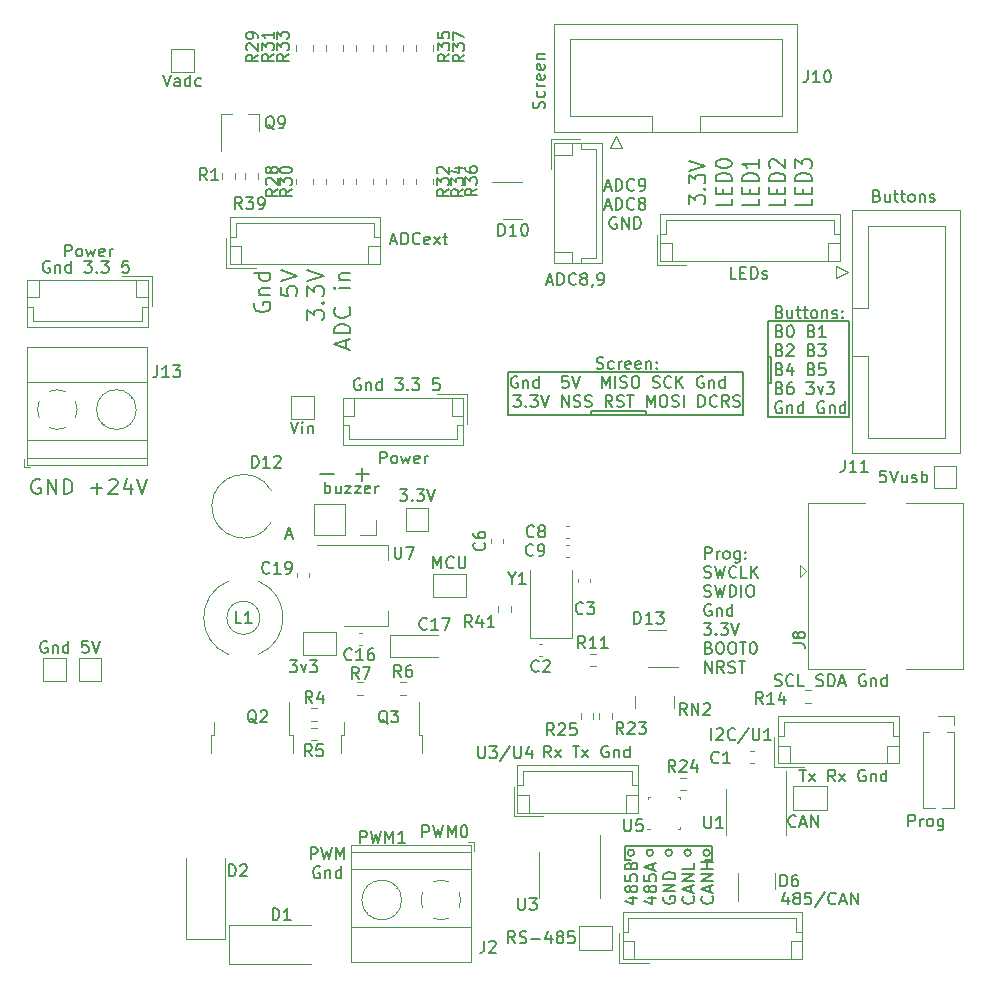
<source format=gbr>
%TF.GenerationSoftware,KiCad,Pcbnew,6.0.10*%
%TF.CreationDate,2023-01-12T17:29:40+03:00*%
%TF.ProjectId,nitrogen,6e697472-6f67-4656-9e2e-6b696361645f,rev?*%
%TF.SameCoordinates,Original*%
%TF.FileFunction,Legend,Top*%
%TF.FilePolarity,Positive*%
%FSLAX46Y46*%
G04 Gerber Fmt 4.6, Leading zero omitted, Abs format (unit mm)*
G04 Created by KiCad (PCBNEW 6.0.10) date 2023-01-12 17:29:40*
%MOMM*%
%LPD*%
G01*
G04 APERTURE LIST*
%ADD10C,0.150000*%
%ADD11C,0.120000*%
%ADD12C,0.100000*%
G04 APERTURE END LIST*
D10*
X123495238Y-116047380D02*
X123495238Y-115047380D01*
X123876190Y-115047380D01*
X123971428Y-115095000D01*
X124019047Y-115142619D01*
X124066666Y-115237857D01*
X124066666Y-115380714D01*
X124019047Y-115475952D01*
X123971428Y-115523571D01*
X123876190Y-115571190D01*
X123495238Y-115571190D01*
X124400000Y-115047380D02*
X124638095Y-116047380D01*
X124828571Y-115333095D01*
X125019047Y-116047380D01*
X125257142Y-115047380D01*
X125638095Y-116047380D02*
X125638095Y-115047380D01*
X125971428Y-115761666D01*
X126304761Y-115047380D01*
X126304761Y-116047380D01*
X124257142Y-116705000D02*
X124161904Y-116657380D01*
X124019047Y-116657380D01*
X123876190Y-116705000D01*
X123780952Y-116800238D01*
X123733333Y-116895476D01*
X123685714Y-117085952D01*
X123685714Y-117228809D01*
X123733333Y-117419285D01*
X123780952Y-117514523D01*
X123876190Y-117609761D01*
X124019047Y-117657380D01*
X124114285Y-117657380D01*
X124257142Y-117609761D01*
X124304761Y-117562142D01*
X124304761Y-117228809D01*
X124114285Y-117228809D01*
X124733333Y-116990714D02*
X124733333Y-117657380D01*
X124733333Y-117085952D02*
X124780952Y-117038333D01*
X124876190Y-116990714D01*
X125019047Y-116990714D01*
X125114285Y-117038333D01*
X125161904Y-117133571D01*
X125161904Y-117657380D01*
X126066666Y-117657380D02*
X126066666Y-116657380D01*
X126066666Y-117609761D02*
X125971428Y-117657380D01*
X125780952Y-117657380D01*
X125685714Y-117609761D01*
X125638095Y-117562142D01*
X125590476Y-117466904D01*
X125590476Y-117181190D01*
X125638095Y-117085952D01*
X125685714Y-117038333D01*
X125780952Y-116990714D01*
X125971428Y-116990714D01*
X126066666Y-117038333D01*
X157500000Y-116100000D02*
X156900000Y-116100000D01*
X157500000Y-114900000D02*
X157500000Y-116100000D01*
X150100000Y-114900000D02*
X157500000Y-114900000D01*
X150100000Y-116100000D02*
X150100000Y-114900000D01*
X150600000Y-116100000D02*
X150100000Y-116100000D01*
X157282843Y-115500000D02*
G75*
G03*
X157282843Y-115500000I-282843J0D01*
G01*
X155682843Y-115500000D02*
G75*
G03*
X155682843Y-115500000I-282843J0D01*
G01*
X154082843Y-115500000D02*
G75*
G03*
X154082843Y-115500000I-282843J0D01*
G01*
X152482843Y-115500000D02*
G75*
G03*
X152482843Y-115500000I-282843J0D01*
G01*
X150882843Y-115500000D02*
G75*
G03*
X150882843Y-115500000I-282843J0D01*
G01*
X147200000Y-78400000D02*
X151900000Y-78400000D01*
X151900000Y-78400000D02*
X151900000Y-78100000D01*
X151900000Y-78100000D02*
X147200000Y-78100000D01*
X147200000Y-78100000D02*
X147200000Y-78400000D01*
X162200000Y-73500000D02*
X162500000Y-73500000D01*
X162500000Y-73500000D02*
X162500000Y-75700000D01*
X162500000Y-75700000D02*
X162200000Y-75700000D01*
X162200000Y-75700000D02*
X162200000Y-73500000D01*
X169100000Y-70500000D02*
X162200000Y-70500000D01*
X162200000Y-70500000D02*
X162200000Y-78600000D01*
X162200000Y-78600000D02*
X169100000Y-78600000D01*
X169100000Y-78600000D02*
X169100000Y-70500000D01*
X140200000Y-74800000D02*
X160100000Y-74800000D01*
X160100000Y-74800000D02*
X160100000Y-78400000D01*
X160100000Y-78400000D02*
X140200000Y-78400000D01*
X140200000Y-78400000D02*
X140200000Y-74800000D01*
X127687771Y-75395200D02*
X127592533Y-75347580D01*
X127449676Y-75347580D01*
X127306819Y-75395200D01*
X127211580Y-75490438D01*
X127163961Y-75585676D01*
X127116342Y-75776152D01*
X127116342Y-75919009D01*
X127163961Y-76109485D01*
X127211580Y-76204723D01*
X127306819Y-76299961D01*
X127449676Y-76347580D01*
X127544914Y-76347580D01*
X127687771Y-76299961D01*
X127735390Y-76252342D01*
X127735390Y-75919009D01*
X127544914Y-75919009D01*
X128163961Y-75680914D02*
X128163961Y-76347580D01*
X128163961Y-75776152D02*
X128211580Y-75728533D01*
X128306819Y-75680914D01*
X128449676Y-75680914D01*
X128544914Y-75728533D01*
X128592533Y-75823771D01*
X128592533Y-76347580D01*
X129497295Y-76347580D02*
X129497295Y-75347580D01*
X129497295Y-76299961D02*
X129402057Y-76347580D01*
X129211580Y-76347580D01*
X129116342Y-76299961D01*
X129068723Y-76252342D01*
X129021104Y-76157104D01*
X129021104Y-75871390D01*
X129068723Y-75776152D01*
X129116342Y-75728533D01*
X129211580Y-75680914D01*
X129402057Y-75680914D01*
X129497295Y-75728533D01*
X130640152Y-75347580D02*
X131259200Y-75347580D01*
X130925866Y-75728533D01*
X131068723Y-75728533D01*
X131163961Y-75776152D01*
X131211580Y-75823771D01*
X131259200Y-75919009D01*
X131259200Y-76157104D01*
X131211580Y-76252342D01*
X131163961Y-76299961D01*
X131068723Y-76347580D01*
X130783009Y-76347580D01*
X130687771Y-76299961D01*
X130640152Y-76252342D01*
X131687771Y-76252342D02*
X131735390Y-76299961D01*
X131687771Y-76347580D01*
X131640152Y-76299961D01*
X131687771Y-76252342D01*
X131687771Y-76347580D01*
X132068723Y-75347580D02*
X132687771Y-75347580D01*
X132354438Y-75728533D01*
X132497295Y-75728533D01*
X132592533Y-75776152D01*
X132640152Y-75823771D01*
X132687771Y-75919009D01*
X132687771Y-76157104D01*
X132640152Y-76252342D01*
X132592533Y-76299961D01*
X132497295Y-76347580D01*
X132211580Y-76347580D01*
X132116342Y-76299961D01*
X132068723Y-76252342D01*
X134354438Y-75347580D02*
X133878247Y-75347580D01*
X133830628Y-75823771D01*
X133878247Y-75776152D01*
X133973485Y-75728533D01*
X134211580Y-75728533D01*
X134306819Y-75776152D01*
X134354438Y-75823771D01*
X134402057Y-75919009D01*
X134402057Y-76157104D01*
X134354438Y-76252342D01*
X134306819Y-76299961D01*
X134211580Y-76347580D01*
X133973485Y-76347580D01*
X133878247Y-76299961D01*
X133830628Y-76252342D01*
X118749000Y-68934166D02*
X118682333Y-69067500D01*
X118682333Y-69267500D01*
X118749000Y-69467500D01*
X118882333Y-69600833D01*
X119015666Y-69667500D01*
X119282333Y-69734166D01*
X119482333Y-69734166D01*
X119749000Y-69667500D01*
X119882333Y-69600833D01*
X120015666Y-69467500D01*
X120082333Y-69267500D01*
X120082333Y-69134166D01*
X120015666Y-68934166D01*
X119949000Y-68867500D01*
X119482333Y-68867500D01*
X119482333Y-69134166D01*
X119149000Y-68267500D02*
X120082333Y-68267500D01*
X119282333Y-68267500D02*
X119215666Y-68200833D01*
X119149000Y-68067500D01*
X119149000Y-67867500D01*
X119215666Y-67734166D01*
X119349000Y-67667500D01*
X120082333Y-67667500D01*
X120082333Y-66400833D02*
X118682333Y-66400833D01*
X120015666Y-66400833D02*
X120082333Y-66534166D01*
X120082333Y-66800833D01*
X120015666Y-66934166D01*
X119949000Y-67000833D01*
X119815666Y-67067500D01*
X119415666Y-67067500D01*
X119282333Y-67000833D01*
X119215666Y-66934166D01*
X119149000Y-66800833D01*
X119149000Y-66534166D01*
X119215666Y-66400833D01*
X120936333Y-67600833D02*
X120936333Y-68267500D01*
X121603000Y-68334166D01*
X121536333Y-68267500D01*
X121469666Y-68134166D01*
X121469666Y-67800833D01*
X121536333Y-67667500D01*
X121603000Y-67600833D01*
X121736333Y-67534166D01*
X122069666Y-67534166D01*
X122203000Y-67600833D01*
X122269666Y-67667500D01*
X122336333Y-67800833D01*
X122336333Y-68134166D01*
X122269666Y-68267500D01*
X122203000Y-68334166D01*
X120936333Y-67134166D02*
X122336333Y-66667500D01*
X120936333Y-66200833D01*
X123190333Y-70400833D02*
X123190333Y-69534166D01*
X123723666Y-70000833D01*
X123723666Y-69800833D01*
X123790333Y-69667500D01*
X123857000Y-69600833D01*
X123990333Y-69534166D01*
X124323666Y-69534166D01*
X124457000Y-69600833D01*
X124523666Y-69667500D01*
X124590333Y-69800833D01*
X124590333Y-70200833D01*
X124523666Y-70334166D01*
X124457000Y-70400833D01*
X124457000Y-68934166D02*
X124523666Y-68867500D01*
X124590333Y-68934166D01*
X124523666Y-69000833D01*
X124457000Y-68934166D01*
X124590333Y-68934166D01*
X123190333Y-68400833D02*
X123190333Y-67534166D01*
X123723666Y-68000833D01*
X123723666Y-67800833D01*
X123790333Y-67667500D01*
X123857000Y-67600833D01*
X123990333Y-67534166D01*
X124323666Y-67534166D01*
X124457000Y-67600833D01*
X124523666Y-67667500D01*
X124590333Y-67800833D01*
X124590333Y-68200833D01*
X124523666Y-68334166D01*
X124457000Y-68400833D01*
X123190333Y-67134166D02*
X124590333Y-66667500D01*
X123190333Y-66200833D01*
X126444333Y-72800833D02*
X126444333Y-72134166D01*
X126844333Y-72934166D02*
X125444333Y-72467500D01*
X126844333Y-72000833D01*
X126844333Y-71534166D02*
X125444333Y-71534166D01*
X125444333Y-71200833D01*
X125511000Y-71000833D01*
X125644333Y-70867500D01*
X125777666Y-70800833D01*
X126044333Y-70734166D01*
X126244333Y-70734166D01*
X126511000Y-70800833D01*
X126644333Y-70867500D01*
X126777666Y-71000833D01*
X126844333Y-71200833D01*
X126844333Y-71534166D01*
X126711000Y-69334166D02*
X126777666Y-69400833D01*
X126844333Y-69600833D01*
X126844333Y-69734166D01*
X126777666Y-69934166D01*
X126644333Y-70067500D01*
X126511000Y-70134166D01*
X126244333Y-70200833D01*
X126044333Y-70200833D01*
X125777666Y-70134166D01*
X125644333Y-70067500D01*
X125511000Y-69934166D01*
X125444333Y-69734166D01*
X125444333Y-69600833D01*
X125511000Y-69400833D01*
X125577666Y-69334166D01*
X126844333Y-67667500D02*
X125911000Y-67667500D01*
X125444333Y-67667500D02*
X125511000Y-67734166D01*
X125577666Y-67667500D01*
X125511000Y-67600833D01*
X125444333Y-67667500D01*
X125577666Y-67667500D01*
X125911000Y-67000833D02*
X126844333Y-67000833D01*
X126044333Y-67000833D02*
X125977666Y-66934166D01*
X125911000Y-66800833D01*
X125911000Y-66600833D01*
X125977666Y-66467500D01*
X126111000Y-66400833D01*
X126844333Y-66400833D01*
X100587685Y-83906600D02*
X100463876Y-83844695D01*
X100278161Y-83844695D01*
X100092447Y-83906600D01*
X99968638Y-84030409D01*
X99906733Y-84154219D01*
X99844828Y-84401838D01*
X99844828Y-84587552D01*
X99906733Y-84835171D01*
X99968638Y-84958980D01*
X100092447Y-85082790D01*
X100278161Y-85144695D01*
X100401971Y-85144695D01*
X100587685Y-85082790D01*
X100649590Y-85020885D01*
X100649590Y-84587552D01*
X100401971Y-84587552D01*
X101206733Y-85144695D02*
X101206733Y-83844695D01*
X101949590Y-85144695D01*
X101949590Y-83844695D01*
X102568638Y-85144695D02*
X102568638Y-83844695D01*
X102878161Y-83844695D01*
X103063876Y-83906600D01*
X103187685Y-84030409D01*
X103249590Y-84154219D01*
X103311495Y-84401838D01*
X103311495Y-84587552D01*
X103249590Y-84835171D01*
X103187685Y-84958980D01*
X103063876Y-85082790D01*
X102878161Y-85144695D01*
X102568638Y-85144695D01*
X104859114Y-84649457D02*
X105849590Y-84649457D01*
X105354352Y-85144695D02*
X105354352Y-84154219D01*
X106406733Y-83968504D02*
X106468638Y-83906600D01*
X106592447Y-83844695D01*
X106901971Y-83844695D01*
X107025780Y-83906600D01*
X107087685Y-83968504D01*
X107149590Y-84092314D01*
X107149590Y-84216123D01*
X107087685Y-84401838D01*
X106344828Y-85144695D01*
X107149590Y-85144695D01*
X108263876Y-84278028D02*
X108263876Y-85144695D01*
X107954352Y-83782790D02*
X107644828Y-84711361D01*
X108449590Y-84711361D01*
X108759114Y-83844695D02*
X109192447Y-85144695D01*
X109625780Y-83844695D01*
X163178128Y-69715971D02*
X163320985Y-69763590D01*
X163368604Y-69811209D01*
X163416223Y-69906447D01*
X163416223Y-70049304D01*
X163368604Y-70144542D01*
X163320985Y-70192161D01*
X163225747Y-70239780D01*
X162844795Y-70239780D01*
X162844795Y-69239780D01*
X163178128Y-69239780D01*
X163273366Y-69287400D01*
X163320985Y-69335019D01*
X163368604Y-69430257D01*
X163368604Y-69525495D01*
X163320985Y-69620733D01*
X163273366Y-69668352D01*
X163178128Y-69715971D01*
X162844795Y-69715971D01*
X164273366Y-69573114D02*
X164273366Y-70239780D01*
X163844795Y-69573114D02*
X163844795Y-70096923D01*
X163892414Y-70192161D01*
X163987652Y-70239780D01*
X164130509Y-70239780D01*
X164225747Y-70192161D01*
X164273366Y-70144542D01*
X164606700Y-69573114D02*
X164987652Y-69573114D01*
X164749557Y-69239780D02*
X164749557Y-70096923D01*
X164797176Y-70192161D01*
X164892414Y-70239780D01*
X164987652Y-70239780D01*
X165178128Y-69573114D02*
X165559080Y-69573114D01*
X165320985Y-69239780D02*
X165320985Y-70096923D01*
X165368604Y-70192161D01*
X165463842Y-70239780D01*
X165559080Y-70239780D01*
X166035271Y-70239780D02*
X165940033Y-70192161D01*
X165892414Y-70144542D01*
X165844795Y-70049304D01*
X165844795Y-69763590D01*
X165892414Y-69668352D01*
X165940033Y-69620733D01*
X166035271Y-69573114D01*
X166178128Y-69573114D01*
X166273366Y-69620733D01*
X166320985Y-69668352D01*
X166368604Y-69763590D01*
X166368604Y-70049304D01*
X166320985Y-70144542D01*
X166273366Y-70192161D01*
X166178128Y-70239780D01*
X166035271Y-70239780D01*
X166797176Y-69573114D02*
X166797176Y-70239780D01*
X166797176Y-69668352D02*
X166844795Y-69620733D01*
X166940033Y-69573114D01*
X167082890Y-69573114D01*
X167178128Y-69620733D01*
X167225747Y-69715971D01*
X167225747Y-70239780D01*
X167654319Y-70192161D02*
X167749557Y-70239780D01*
X167940033Y-70239780D01*
X168035271Y-70192161D01*
X168082890Y-70096923D01*
X168082890Y-70049304D01*
X168035271Y-69954066D01*
X167940033Y-69906447D01*
X167797176Y-69906447D01*
X167701938Y-69858828D01*
X167654319Y-69763590D01*
X167654319Y-69715971D01*
X167701938Y-69620733D01*
X167797176Y-69573114D01*
X167940033Y-69573114D01*
X168035271Y-69620733D01*
X168511461Y-70144542D02*
X168559080Y-70192161D01*
X168511461Y-70239780D01*
X168463842Y-70192161D01*
X168511461Y-70144542D01*
X168511461Y-70239780D01*
X168511461Y-69620733D02*
X168559080Y-69668352D01*
X168511461Y-69715971D01*
X168463842Y-69668352D01*
X168511461Y-69620733D01*
X168511461Y-69715971D01*
X163178128Y-71325971D02*
X163320985Y-71373590D01*
X163368604Y-71421209D01*
X163416223Y-71516447D01*
X163416223Y-71659304D01*
X163368604Y-71754542D01*
X163320985Y-71802161D01*
X163225747Y-71849780D01*
X162844795Y-71849780D01*
X162844795Y-70849780D01*
X163178128Y-70849780D01*
X163273366Y-70897400D01*
X163320985Y-70945019D01*
X163368604Y-71040257D01*
X163368604Y-71135495D01*
X163320985Y-71230733D01*
X163273366Y-71278352D01*
X163178128Y-71325971D01*
X162844795Y-71325971D01*
X164035271Y-70849780D02*
X164130509Y-70849780D01*
X164225747Y-70897400D01*
X164273366Y-70945019D01*
X164320985Y-71040257D01*
X164368604Y-71230733D01*
X164368604Y-71468828D01*
X164320985Y-71659304D01*
X164273366Y-71754542D01*
X164225747Y-71802161D01*
X164130509Y-71849780D01*
X164035271Y-71849780D01*
X163940033Y-71802161D01*
X163892414Y-71754542D01*
X163844795Y-71659304D01*
X163797176Y-71468828D01*
X163797176Y-71230733D01*
X163844795Y-71040257D01*
X163892414Y-70945019D01*
X163940033Y-70897400D01*
X164035271Y-70849780D01*
X165892414Y-71325971D02*
X166035271Y-71373590D01*
X166082890Y-71421209D01*
X166130509Y-71516447D01*
X166130509Y-71659304D01*
X166082890Y-71754542D01*
X166035271Y-71802161D01*
X165940033Y-71849780D01*
X165559080Y-71849780D01*
X165559080Y-70849780D01*
X165892414Y-70849780D01*
X165987652Y-70897400D01*
X166035271Y-70945019D01*
X166082890Y-71040257D01*
X166082890Y-71135495D01*
X166035271Y-71230733D01*
X165987652Y-71278352D01*
X165892414Y-71325971D01*
X165559080Y-71325971D01*
X167082890Y-71849780D02*
X166511461Y-71849780D01*
X166797176Y-71849780D02*
X166797176Y-70849780D01*
X166701938Y-70992638D01*
X166606700Y-71087876D01*
X166511461Y-71135495D01*
X163178128Y-72935971D02*
X163320985Y-72983590D01*
X163368604Y-73031209D01*
X163416223Y-73126447D01*
X163416223Y-73269304D01*
X163368604Y-73364542D01*
X163320985Y-73412161D01*
X163225747Y-73459780D01*
X162844795Y-73459780D01*
X162844795Y-72459780D01*
X163178128Y-72459780D01*
X163273366Y-72507400D01*
X163320985Y-72555019D01*
X163368604Y-72650257D01*
X163368604Y-72745495D01*
X163320985Y-72840733D01*
X163273366Y-72888352D01*
X163178128Y-72935971D01*
X162844795Y-72935971D01*
X163797176Y-72555019D02*
X163844795Y-72507400D01*
X163940033Y-72459780D01*
X164178128Y-72459780D01*
X164273366Y-72507400D01*
X164320985Y-72555019D01*
X164368604Y-72650257D01*
X164368604Y-72745495D01*
X164320985Y-72888352D01*
X163749557Y-73459780D01*
X164368604Y-73459780D01*
X165892414Y-72935971D02*
X166035271Y-72983590D01*
X166082890Y-73031209D01*
X166130509Y-73126447D01*
X166130509Y-73269304D01*
X166082890Y-73364542D01*
X166035271Y-73412161D01*
X165940033Y-73459780D01*
X165559080Y-73459780D01*
X165559080Y-72459780D01*
X165892414Y-72459780D01*
X165987652Y-72507400D01*
X166035271Y-72555019D01*
X166082890Y-72650257D01*
X166082890Y-72745495D01*
X166035271Y-72840733D01*
X165987652Y-72888352D01*
X165892414Y-72935971D01*
X165559080Y-72935971D01*
X166463842Y-72459780D02*
X167082890Y-72459780D01*
X166749557Y-72840733D01*
X166892414Y-72840733D01*
X166987652Y-72888352D01*
X167035271Y-72935971D01*
X167082890Y-73031209D01*
X167082890Y-73269304D01*
X167035271Y-73364542D01*
X166987652Y-73412161D01*
X166892414Y-73459780D01*
X166606700Y-73459780D01*
X166511461Y-73412161D01*
X166463842Y-73364542D01*
X163178128Y-74545971D02*
X163320985Y-74593590D01*
X163368604Y-74641209D01*
X163416223Y-74736447D01*
X163416223Y-74879304D01*
X163368604Y-74974542D01*
X163320985Y-75022161D01*
X163225747Y-75069780D01*
X162844795Y-75069780D01*
X162844795Y-74069780D01*
X163178128Y-74069780D01*
X163273366Y-74117400D01*
X163320985Y-74165019D01*
X163368604Y-74260257D01*
X163368604Y-74355495D01*
X163320985Y-74450733D01*
X163273366Y-74498352D01*
X163178128Y-74545971D01*
X162844795Y-74545971D01*
X164273366Y-74403114D02*
X164273366Y-75069780D01*
X164035271Y-74022161D02*
X163797176Y-74736447D01*
X164416223Y-74736447D01*
X165892414Y-74545971D02*
X166035271Y-74593590D01*
X166082890Y-74641209D01*
X166130509Y-74736447D01*
X166130509Y-74879304D01*
X166082890Y-74974542D01*
X166035271Y-75022161D01*
X165940033Y-75069780D01*
X165559080Y-75069780D01*
X165559080Y-74069780D01*
X165892414Y-74069780D01*
X165987652Y-74117400D01*
X166035271Y-74165019D01*
X166082890Y-74260257D01*
X166082890Y-74355495D01*
X166035271Y-74450733D01*
X165987652Y-74498352D01*
X165892414Y-74545971D01*
X165559080Y-74545971D01*
X167035271Y-74069780D02*
X166559080Y-74069780D01*
X166511461Y-74545971D01*
X166559080Y-74498352D01*
X166654319Y-74450733D01*
X166892414Y-74450733D01*
X166987652Y-74498352D01*
X167035271Y-74545971D01*
X167082890Y-74641209D01*
X167082890Y-74879304D01*
X167035271Y-74974542D01*
X166987652Y-75022161D01*
X166892414Y-75069780D01*
X166654319Y-75069780D01*
X166559080Y-75022161D01*
X166511461Y-74974542D01*
X163178128Y-76155971D02*
X163320985Y-76203590D01*
X163368604Y-76251209D01*
X163416223Y-76346447D01*
X163416223Y-76489304D01*
X163368604Y-76584542D01*
X163320985Y-76632161D01*
X163225747Y-76679780D01*
X162844795Y-76679780D01*
X162844795Y-75679780D01*
X163178128Y-75679780D01*
X163273366Y-75727400D01*
X163320985Y-75775019D01*
X163368604Y-75870257D01*
X163368604Y-75965495D01*
X163320985Y-76060733D01*
X163273366Y-76108352D01*
X163178128Y-76155971D01*
X162844795Y-76155971D01*
X164273366Y-75679780D02*
X164082890Y-75679780D01*
X163987652Y-75727400D01*
X163940033Y-75775019D01*
X163844795Y-75917876D01*
X163797176Y-76108352D01*
X163797176Y-76489304D01*
X163844795Y-76584542D01*
X163892414Y-76632161D01*
X163987652Y-76679780D01*
X164178128Y-76679780D01*
X164273366Y-76632161D01*
X164320985Y-76584542D01*
X164368604Y-76489304D01*
X164368604Y-76251209D01*
X164320985Y-76155971D01*
X164273366Y-76108352D01*
X164178128Y-76060733D01*
X163987652Y-76060733D01*
X163892414Y-76108352D01*
X163844795Y-76155971D01*
X163797176Y-76251209D01*
X165463842Y-75679780D02*
X166082890Y-75679780D01*
X165749557Y-76060733D01*
X165892414Y-76060733D01*
X165987652Y-76108352D01*
X166035271Y-76155971D01*
X166082890Y-76251209D01*
X166082890Y-76489304D01*
X166035271Y-76584542D01*
X165987652Y-76632161D01*
X165892414Y-76679780D01*
X165606700Y-76679780D01*
X165511461Y-76632161D01*
X165463842Y-76584542D01*
X166416223Y-76013114D02*
X166654319Y-76679780D01*
X166892414Y-76013114D01*
X167178128Y-75679780D02*
X167797176Y-75679780D01*
X167463842Y-76060733D01*
X167606700Y-76060733D01*
X167701938Y-76108352D01*
X167749557Y-76155971D01*
X167797176Y-76251209D01*
X167797176Y-76489304D01*
X167749557Y-76584542D01*
X167701938Y-76632161D01*
X167606700Y-76679780D01*
X167320985Y-76679780D01*
X167225747Y-76632161D01*
X167178128Y-76584542D01*
X163368604Y-77337400D02*
X163273366Y-77289780D01*
X163130509Y-77289780D01*
X162987652Y-77337400D01*
X162892414Y-77432638D01*
X162844795Y-77527876D01*
X162797176Y-77718352D01*
X162797176Y-77861209D01*
X162844795Y-78051685D01*
X162892414Y-78146923D01*
X162987652Y-78242161D01*
X163130509Y-78289780D01*
X163225747Y-78289780D01*
X163368604Y-78242161D01*
X163416223Y-78194542D01*
X163416223Y-77861209D01*
X163225747Y-77861209D01*
X163844795Y-77623114D02*
X163844795Y-78289780D01*
X163844795Y-77718352D02*
X163892414Y-77670733D01*
X163987652Y-77623114D01*
X164130509Y-77623114D01*
X164225747Y-77670733D01*
X164273366Y-77765971D01*
X164273366Y-78289780D01*
X165178128Y-78289780D02*
X165178128Y-77289780D01*
X165178128Y-78242161D02*
X165082890Y-78289780D01*
X164892414Y-78289780D01*
X164797176Y-78242161D01*
X164749557Y-78194542D01*
X164701938Y-78099304D01*
X164701938Y-77813590D01*
X164749557Y-77718352D01*
X164797176Y-77670733D01*
X164892414Y-77623114D01*
X165082890Y-77623114D01*
X165178128Y-77670733D01*
X166940033Y-77337400D02*
X166844795Y-77289780D01*
X166701938Y-77289780D01*
X166559080Y-77337400D01*
X166463842Y-77432638D01*
X166416223Y-77527876D01*
X166368604Y-77718352D01*
X166368604Y-77861209D01*
X166416223Y-78051685D01*
X166463842Y-78146923D01*
X166559080Y-78242161D01*
X166701938Y-78289780D01*
X166797176Y-78289780D01*
X166940033Y-78242161D01*
X166987652Y-78194542D01*
X166987652Y-77861209D01*
X166797176Y-77861209D01*
X167416223Y-77623114D02*
X167416223Y-78289780D01*
X167416223Y-77718352D02*
X167463842Y-77670733D01*
X167559080Y-77623114D01*
X167701938Y-77623114D01*
X167797176Y-77670733D01*
X167844795Y-77765971D01*
X167844795Y-78289780D01*
X168749557Y-78289780D02*
X168749557Y-77289780D01*
X168749557Y-78242161D02*
X168654319Y-78289780D01*
X168463842Y-78289780D01*
X168368604Y-78242161D01*
X168320985Y-78194542D01*
X168273366Y-78099304D01*
X168273366Y-77813590D01*
X168320985Y-77718352D01*
X168368604Y-77670733D01*
X168463842Y-77623114D01*
X168654319Y-77623114D01*
X168749557Y-77670733D01*
X164843295Y-108469180D02*
X165414723Y-108469180D01*
X165129009Y-109469180D02*
X165129009Y-108469180D01*
X165652819Y-109469180D02*
X166176628Y-108802514D01*
X165652819Y-108802514D02*
X166176628Y-109469180D01*
X167890914Y-109469180D02*
X167557580Y-108992990D01*
X167319485Y-109469180D02*
X167319485Y-108469180D01*
X167700438Y-108469180D01*
X167795676Y-108516800D01*
X167843295Y-108564419D01*
X167890914Y-108659657D01*
X167890914Y-108802514D01*
X167843295Y-108897752D01*
X167795676Y-108945371D01*
X167700438Y-108992990D01*
X167319485Y-108992990D01*
X168224247Y-109469180D02*
X168748057Y-108802514D01*
X168224247Y-108802514D02*
X168748057Y-109469180D01*
X170414723Y-108516800D02*
X170319485Y-108469180D01*
X170176628Y-108469180D01*
X170033771Y-108516800D01*
X169938533Y-108612038D01*
X169890914Y-108707276D01*
X169843295Y-108897752D01*
X169843295Y-109040609D01*
X169890914Y-109231085D01*
X169938533Y-109326323D01*
X170033771Y-109421561D01*
X170176628Y-109469180D01*
X170271866Y-109469180D01*
X170414723Y-109421561D01*
X170462342Y-109373942D01*
X170462342Y-109040609D01*
X170271866Y-109040609D01*
X170890914Y-108802514D02*
X170890914Y-109469180D01*
X170890914Y-108897752D02*
X170938533Y-108850133D01*
X171033771Y-108802514D01*
X171176628Y-108802514D01*
X171271866Y-108850133D01*
X171319485Y-108945371D01*
X171319485Y-109469180D01*
X172224247Y-109469180D02*
X172224247Y-108469180D01*
X172224247Y-109421561D02*
X172129009Y-109469180D01*
X171938533Y-109469180D01*
X171843295Y-109421561D01*
X171795676Y-109373942D01*
X171748057Y-109278704D01*
X171748057Y-108992990D01*
X171795676Y-108897752D01*
X171843295Y-108850133D01*
X171938533Y-108802514D01*
X172129009Y-108802514D01*
X172224247Y-108850133D01*
X148399714Y-59161066D02*
X148875904Y-59161066D01*
X148304476Y-59446780D02*
X148637809Y-58446780D01*
X148971142Y-59446780D01*
X149304476Y-59446780D02*
X149304476Y-58446780D01*
X149542571Y-58446780D01*
X149685428Y-58494400D01*
X149780666Y-58589638D01*
X149828285Y-58684876D01*
X149875904Y-58875352D01*
X149875904Y-59018209D01*
X149828285Y-59208685D01*
X149780666Y-59303923D01*
X149685428Y-59399161D01*
X149542571Y-59446780D01*
X149304476Y-59446780D01*
X150875904Y-59351542D02*
X150828285Y-59399161D01*
X150685428Y-59446780D01*
X150590190Y-59446780D01*
X150447333Y-59399161D01*
X150352095Y-59303923D01*
X150304476Y-59208685D01*
X150256857Y-59018209D01*
X150256857Y-58875352D01*
X150304476Y-58684876D01*
X150352095Y-58589638D01*
X150447333Y-58494400D01*
X150590190Y-58446780D01*
X150685428Y-58446780D01*
X150828285Y-58494400D01*
X150875904Y-58542019D01*
X151352095Y-59446780D02*
X151542571Y-59446780D01*
X151637809Y-59399161D01*
X151685428Y-59351542D01*
X151780666Y-59208685D01*
X151828285Y-59018209D01*
X151828285Y-58637257D01*
X151780666Y-58542019D01*
X151733047Y-58494400D01*
X151637809Y-58446780D01*
X151447333Y-58446780D01*
X151352095Y-58494400D01*
X151304476Y-58542019D01*
X151256857Y-58637257D01*
X151256857Y-58875352D01*
X151304476Y-58970590D01*
X151352095Y-59018209D01*
X151447333Y-59065828D01*
X151637809Y-59065828D01*
X151733047Y-59018209D01*
X151780666Y-58970590D01*
X151828285Y-58875352D01*
X148399714Y-60771066D02*
X148875904Y-60771066D01*
X148304476Y-61056780D02*
X148637809Y-60056780D01*
X148971142Y-61056780D01*
X149304476Y-61056780D02*
X149304476Y-60056780D01*
X149542571Y-60056780D01*
X149685428Y-60104400D01*
X149780666Y-60199638D01*
X149828285Y-60294876D01*
X149875904Y-60485352D01*
X149875904Y-60628209D01*
X149828285Y-60818685D01*
X149780666Y-60913923D01*
X149685428Y-61009161D01*
X149542571Y-61056780D01*
X149304476Y-61056780D01*
X150875904Y-60961542D02*
X150828285Y-61009161D01*
X150685428Y-61056780D01*
X150590190Y-61056780D01*
X150447333Y-61009161D01*
X150352095Y-60913923D01*
X150304476Y-60818685D01*
X150256857Y-60628209D01*
X150256857Y-60485352D01*
X150304476Y-60294876D01*
X150352095Y-60199638D01*
X150447333Y-60104400D01*
X150590190Y-60056780D01*
X150685428Y-60056780D01*
X150828285Y-60104400D01*
X150875904Y-60152019D01*
X151447333Y-60485352D02*
X151352095Y-60437733D01*
X151304476Y-60390114D01*
X151256857Y-60294876D01*
X151256857Y-60247257D01*
X151304476Y-60152019D01*
X151352095Y-60104400D01*
X151447333Y-60056780D01*
X151637809Y-60056780D01*
X151733047Y-60104400D01*
X151780666Y-60152019D01*
X151828285Y-60247257D01*
X151828285Y-60294876D01*
X151780666Y-60390114D01*
X151733047Y-60437733D01*
X151637809Y-60485352D01*
X151447333Y-60485352D01*
X151352095Y-60532971D01*
X151304476Y-60580590D01*
X151256857Y-60675828D01*
X151256857Y-60866304D01*
X151304476Y-60961542D01*
X151352095Y-61009161D01*
X151447333Y-61056780D01*
X151637809Y-61056780D01*
X151733047Y-61009161D01*
X151780666Y-60961542D01*
X151828285Y-60866304D01*
X151828285Y-60675828D01*
X151780666Y-60580590D01*
X151733047Y-60532971D01*
X151637809Y-60485352D01*
X149352095Y-61714400D02*
X149256857Y-61666780D01*
X149114000Y-61666780D01*
X148971142Y-61714400D01*
X148875904Y-61809638D01*
X148828285Y-61904876D01*
X148780666Y-62095352D01*
X148780666Y-62238209D01*
X148828285Y-62428685D01*
X148875904Y-62523923D01*
X148971142Y-62619161D01*
X149114000Y-62666780D01*
X149209238Y-62666780D01*
X149352095Y-62619161D01*
X149399714Y-62571542D01*
X149399714Y-62238209D01*
X149209238Y-62238209D01*
X149828285Y-62666780D02*
X149828285Y-61666780D01*
X150399714Y-62666780D01*
X150399714Y-61666780D01*
X150875904Y-62666780D02*
X150875904Y-61666780D01*
X151114000Y-61666780D01*
X151256857Y-61714400D01*
X151352095Y-61809638D01*
X151399714Y-61904876D01*
X151447333Y-62095352D01*
X151447333Y-62238209D01*
X151399714Y-62428685D01*
X151352095Y-62523923D01*
X151256857Y-62619161D01*
X151114000Y-62666780D01*
X150875904Y-62666780D01*
X150465714Y-119335833D02*
X151132380Y-119335833D01*
X150084761Y-119573928D02*
X150799047Y-119812023D01*
X150799047Y-119192976D01*
X150560952Y-118669166D02*
X150513333Y-118764404D01*
X150465714Y-118812023D01*
X150370476Y-118859642D01*
X150322857Y-118859642D01*
X150227619Y-118812023D01*
X150180000Y-118764404D01*
X150132380Y-118669166D01*
X150132380Y-118478690D01*
X150180000Y-118383452D01*
X150227619Y-118335833D01*
X150322857Y-118288214D01*
X150370476Y-118288214D01*
X150465714Y-118335833D01*
X150513333Y-118383452D01*
X150560952Y-118478690D01*
X150560952Y-118669166D01*
X150608571Y-118764404D01*
X150656190Y-118812023D01*
X150751428Y-118859642D01*
X150941904Y-118859642D01*
X151037142Y-118812023D01*
X151084761Y-118764404D01*
X151132380Y-118669166D01*
X151132380Y-118478690D01*
X151084761Y-118383452D01*
X151037142Y-118335833D01*
X150941904Y-118288214D01*
X150751428Y-118288214D01*
X150656190Y-118335833D01*
X150608571Y-118383452D01*
X150560952Y-118478690D01*
X150132380Y-117383452D02*
X150132380Y-117859642D01*
X150608571Y-117907261D01*
X150560952Y-117859642D01*
X150513333Y-117764404D01*
X150513333Y-117526309D01*
X150560952Y-117431071D01*
X150608571Y-117383452D01*
X150703809Y-117335833D01*
X150941904Y-117335833D01*
X151037142Y-117383452D01*
X151084761Y-117431071D01*
X151132380Y-117526309D01*
X151132380Y-117764404D01*
X151084761Y-117859642D01*
X151037142Y-117907261D01*
X150608571Y-116573928D02*
X150656190Y-116431071D01*
X150703809Y-116383452D01*
X150799047Y-116335833D01*
X150941904Y-116335833D01*
X151037142Y-116383452D01*
X151084761Y-116431071D01*
X151132380Y-116526309D01*
X151132380Y-116907261D01*
X150132380Y-116907261D01*
X150132380Y-116573928D01*
X150180000Y-116478690D01*
X150227619Y-116431071D01*
X150322857Y-116383452D01*
X150418095Y-116383452D01*
X150513333Y-116431071D01*
X150560952Y-116478690D01*
X150608571Y-116573928D01*
X150608571Y-116907261D01*
X152075714Y-119335833D02*
X152742380Y-119335833D01*
X151694761Y-119573928D02*
X152409047Y-119812023D01*
X152409047Y-119192976D01*
X152170952Y-118669166D02*
X152123333Y-118764404D01*
X152075714Y-118812023D01*
X151980476Y-118859642D01*
X151932857Y-118859642D01*
X151837619Y-118812023D01*
X151790000Y-118764404D01*
X151742380Y-118669166D01*
X151742380Y-118478690D01*
X151790000Y-118383452D01*
X151837619Y-118335833D01*
X151932857Y-118288214D01*
X151980476Y-118288214D01*
X152075714Y-118335833D01*
X152123333Y-118383452D01*
X152170952Y-118478690D01*
X152170952Y-118669166D01*
X152218571Y-118764404D01*
X152266190Y-118812023D01*
X152361428Y-118859642D01*
X152551904Y-118859642D01*
X152647142Y-118812023D01*
X152694761Y-118764404D01*
X152742380Y-118669166D01*
X152742380Y-118478690D01*
X152694761Y-118383452D01*
X152647142Y-118335833D01*
X152551904Y-118288214D01*
X152361428Y-118288214D01*
X152266190Y-118335833D01*
X152218571Y-118383452D01*
X152170952Y-118478690D01*
X151742380Y-117383452D02*
X151742380Y-117859642D01*
X152218571Y-117907261D01*
X152170952Y-117859642D01*
X152123333Y-117764404D01*
X152123333Y-117526309D01*
X152170952Y-117431071D01*
X152218571Y-117383452D01*
X152313809Y-117335833D01*
X152551904Y-117335833D01*
X152647142Y-117383452D01*
X152694761Y-117431071D01*
X152742380Y-117526309D01*
X152742380Y-117764404D01*
X152694761Y-117859642D01*
X152647142Y-117907261D01*
X152456666Y-116954880D02*
X152456666Y-116478690D01*
X152742380Y-117050119D02*
X151742380Y-116716785D01*
X152742380Y-116383452D01*
X153400000Y-119240595D02*
X153352380Y-119335833D01*
X153352380Y-119478690D01*
X153400000Y-119621547D01*
X153495238Y-119716785D01*
X153590476Y-119764404D01*
X153780952Y-119812023D01*
X153923809Y-119812023D01*
X154114285Y-119764404D01*
X154209523Y-119716785D01*
X154304761Y-119621547D01*
X154352380Y-119478690D01*
X154352380Y-119383452D01*
X154304761Y-119240595D01*
X154257142Y-119192976D01*
X153923809Y-119192976D01*
X153923809Y-119383452D01*
X154352380Y-118764404D02*
X153352380Y-118764404D01*
X154352380Y-118192976D01*
X153352380Y-118192976D01*
X154352380Y-117716785D02*
X153352380Y-117716785D01*
X153352380Y-117478690D01*
X153400000Y-117335833D01*
X153495238Y-117240595D01*
X153590476Y-117192976D01*
X153780952Y-117145357D01*
X153923809Y-117145357D01*
X154114285Y-117192976D01*
X154209523Y-117240595D01*
X154304761Y-117335833D01*
X154352380Y-117478690D01*
X154352380Y-117716785D01*
X155867142Y-119192976D02*
X155914761Y-119240595D01*
X155962380Y-119383452D01*
X155962380Y-119478690D01*
X155914761Y-119621547D01*
X155819523Y-119716785D01*
X155724285Y-119764404D01*
X155533809Y-119812023D01*
X155390952Y-119812023D01*
X155200476Y-119764404D01*
X155105238Y-119716785D01*
X155010000Y-119621547D01*
X154962380Y-119478690D01*
X154962380Y-119383452D01*
X155010000Y-119240595D01*
X155057619Y-119192976D01*
X155676666Y-118812023D02*
X155676666Y-118335833D01*
X155962380Y-118907261D02*
X154962380Y-118573928D01*
X155962380Y-118240595D01*
X155962380Y-117907261D02*
X154962380Y-117907261D01*
X155962380Y-117335833D01*
X154962380Y-117335833D01*
X155962380Y-116383452D02*
X155962380Y-116859642D01*
X154962380Y-116859642D01*
X157477142Y-119192976D02*
X157524761Y-119240595D01*
X157572380Y-119383452D01*
X157572380Y-119478690D01*
X157524761Y-119621547D01*
X157429523Y-119716785D01*
X157334285Y-119764404D01*
X157143809Y-119812023D01*
X157000952Y-119812023D01*
X156810476Y-119764404D01*
X156715238Y-119716785D01*
X156620000Y-119621547D01*
X156572380Y-119478690D01*
X156572380Y-119383452D01*
X156620000Y-119240595D01*
X156667619Y-119192976D01*
X157286666Y-118812023D02*
X157286666Y-118335833D01*
X157572380Y-118907261D02*
X156572380Y-118573928D01*
X157572380Y-118240595D01*
X157572380Y-117907261D02*
X156572380Y-117907261D01*
X157572380Y-117335833D01*
X156572380Y-117335833D01*
X157572380Y-116859642D02*
X156572380Y-116859642D01*
X157048571Y-116859642D02*
X157048571Y-116288214D01*
X157572380Y-116288214D02*
X156572380Y-116288214D01*
X143815180Y-107437180D02*
X143481847Y-106960990D01*
X143243752Y-107437180D02*
X143243752Y-106437180D01*
X143624704Y-106437180D01*
X143719942Y-106484800D01*
X143767561Y-106532419D01*
X143815180Y-106627657D01*
X143815180Y-106770514D01*
X143767561Y-106865752D01*
X143719942Y-106913371D01*
X143624704Y-106960990D01*
X143243752Y-106960990D01*
X144148514Y-107437180D02*
X144672323Y-106770514D01*
X144148514Y-106770514D02*
X144672323Y-107437180D01*
X145672323Y-106437180D02*
X146243752Y-106437180D01*
X145958038Y-107437180D02*
X145958038Y-106437180D01*
X146481847Y-107437180D02*
X147005657Y-106770514D01*
X146481847Y-106770514D02*
X147005657Y-107437180D01*
X148672323Y-106484800D02*
X148577085Y-106437180D01*
X148434228Y-106437180D01*
X148291371Y-106484800D01*
X148196133Y-106580038D01*
X148148514Y-106675276D01*
X148100895Y-106865752D01*
X148100895Y-107008609D01*
X148148514Y-107199085D01*
X148196133Y-107294323D01*
X148291371Y-107389561D01*
X148434228Y-107437180D01*
X148529466Y-107437180D01*
X148672323Y-107389561D01*
X148719942Y-107341942D01*
X148719942Y-107008609D01*
X148529466Y-107008609D01*
X149148514Y-106770514D02*
X149148514Y-107437180D01*
X149148514Y-106865752D02*
X149196133Y-106818133D01*
X149291371Y-106770514D01*
X149434228Y-106770514D01*
X149529466Y-106818133D01*
X149577085Y-106913371D01*
X149577085Y-107437180D01*
X150481847Y-107437180D02*
X150481847Y-106437180D01*
X150481847Y-107389561D02*
X150386609Y-107437180D01*
X150196133Y-107437180D01*
X150100895Y-107389561D01*
X150053276Y-107341942D01*
X150005657Y-107246704D01*
X150005657Y-106960990D01*
X150053276Y-106865752D01*
X150100895Y-106818133D01*
X150196133Y-106770514D01*
X150386609Y-106770514D01*
X150481847Y-106818133D01*
X171423295Y-59872571D02*
X171566152Y-59920190D01*
X171613771Y-59967809D01*
X171661390Y-60063047D01*
X171661390Y-60205904D01*
X171613771Y-60301142D01*
X171566152Y-60348761D01*
X171470914Y-60396380D01*
X171089961Y-60396380D01*
X171089961Y-59396380D01*
X171423295Y-59396380D01*
X171518533Y-59444000D01*
X171566152Y-59491619D01*
X171613771Y-59586857D01*
X171613771Y-59682095D01*
X171566152Y-59777333D01*
X171518533Y-59824952D01*
X171423295Y-59872571D01*
X171089961Y-59872571D01*
X172518533Y-59729714D02*
X172518533Y-60396380D01*
X172089961Y-59729714D02*
X172089961Y-60253523D01*
X172137580Y-60348761D01*
X172232819Y-60396380D01*
X172375676Y-60396380D01*
X172470914Y-60348761D01*
X172518533Y-60301142D01*
X172851866Y-59729714D02*
X173232819Y-59729714D01*
X172994723Y-59396380D02*
X172994723Y-60253523D01*
X173042342Y-60348761D01*
X173137580Y-60396380D01*
X173232819Y-60396380D01*
X173423295Y-59729714D02*
X173804247Y-59729714D01*
X173566152Y-59396380D02*
X173566152Y-60253523D01*
X173613771Y-60348761D01*
X173709009Y-60396380D01*
X173804247Y-60396380D01*
X174280438Y-60396380D02*
X174185200Y-60348761D01*
X174137580Y-60301142D01*
X174089961Y-60205904D01*
X174089961Y-59920190D01*
X174137580Y-59824952D01*
X174185200Y-59777333D01*
X174280438Y-59729714D01*
X174423295Y-59729714D01*
X174518533Y-59777333D01*
X174566152Y-59824952D01*
X174613771Y-59920190D01*
X174613771Y-60205904D01*
X174566152Y-60301142D01*
X174518533Y-60348761D01*
X174423295Y-60396380D01*
X174280438Y-60396380D01*
X175042342Y-59729714D02*
X175042342Y-60396380D01*
X175042342Y-59824952D02*
X175089961Y-59777333D01*
X175185200Y-59729714D01*
X175328057Y-59729714D01*
X175423295Y-59777333D01*
X175470914Y-59872571D01*
X175470914Y-60396380D01*
X175899485Y-60348761D02*
X175994723Y-60396380D01*
X176185200Y-60396380D01*
X176280438Y-60348761D01*
X176328057Y-60253523D01*
X176328057Y-60205904D01*
X176280438Y-60110666D01*
X176185200Y-60063047D01*
X176042342Y-60063047D01*
X175947104Y-60015428D01*
X175899485Y-59920190D01*
X175899485Y-59872571D01*
X175947104Y-59777333D01*
X176042342Y-59729714D01*
X176185200Y-59729714D01*
X176280438Y-59777333D01*
X124293571Y-83469942D02*
X125436428Y-83469942D01*
X127293571Y-83469942D02*
X128436428Y-83469942D01*
X127865000Y-84041371D02*
X127865000Y-82898514D01*
X155507333Y-60547028D02*
X155507333Y-59804171D01*
X156040666Y-60204171D01*
X156040666Y-60032742D01*
X156107333Y-59918457D01*
X156174000Y-59861314D01*
X156307333Y-59804171D01*
X156640666Y-59804171D01*
X156774000Y-59861314D01*
X156840666Y-59918457D01*
X156907333Y-60032742D01*
X156907333Y-60375600D01*
X156840666Y-60489885D01*
X156774000Y-60547028D01*
X156774000Y-59289885D02*
X156840666Y-59232742D01*
X156907333Y-59289885D01*
X156840666Y-59347028D01*
X156774000Y-59289885D01*
X156907333Y-59289885D01*
X155507333Y-58832742D02*
X155507333Y-58089885D01*
X156040666Y-58489885D01*
X156040666Y-58318457D01*
X156107333Y-58204171D01*
X156174000Y-58147028D01*
X156307333Y-58089885D01*
X156640666Y-58089885D01*
X156774000Y-58147028D01*
X156840666Y-58204171D01*
X156907333Y-58318457D01*
X156907333Y-58661314D01*
X156840666Y-58775600D01*
X156774000Y-58832742D01*
X155507333Y-57747028D02*
X156907333Y-57347028D01*
X155507333Y-56947028D01*
X159161333Y-60118457D02*
X159161333Y-60689885D01*
X157761333Y-60689885D01*
X158428000Y-59718457D02*
X158428000Y-59318457D01*
X159161333Y-59147028D02*
X159161333Y-59718457D01*
X157761333Y-59718457D01*
X157761333Y-59147028D01*
X159161333Y-58632742D02*
X157761333Y-58632742D01*
X157761333Y-58347028D01*
X157828000Y-58175600D01*
X157961333Y-58061314D01*
X158094666Y-58004171D01*
X158361333Y-57947028D01*
X158561333Y-57947028D01*
X158828000Y-58004171D01*
X158961333Y-58061314D01*
X159094666Y-58175600D01*
X159161333Y-58347028D01*
X159161333Y-58632742D01*
X157761333Y-57204171D02*
X157761333Y-57089885D01*
X157828000Y-56975600D01*
X157894666Y-56918457D01*
X158028000Y-56861314D01*
X158294666Y-56804171D01*
X158628000Y-56804171D01*
X158894666Y-56861314D01*
X159028000Y-56918457D01*
X159094666Y-56975600D01*
X159161333Y-57089885D01*
X159161333Y-57204171D01*
X159094666Y-57318457D01*
X159028000Y-57375600D01*
X158894666Y-57432742D01*
X158628000Y-57489885D01*
X158294666Y-57489885D01*
X158028000Y-57432742D01*
X157894666Y-57375600D01*
X157828000Y-57318457D01*
X157761333Y-57204171D01*
X161415333Y-60118457D02*
X161415333Y-60689885D01*
X160015333Y-60689885D01*
X160682000Y-59718457D02*
X160682000Y-59318457D01*
X161415333Y-59147028D02*
X161415333Y-59718457D01*
X160015333Y-59718457D01*
X160015333Y-59147028D01*
X161415333Y-58632742D02*
X160015333Y-58632742D01*
X160015333Y-58347028D01*
X160082000Y-58175600D01*
X160215333Y-58061314D01*
X160348666Y-58004171D01*
X160615333Y-57947028D01*
X160815333Y-57947028D01*
X161082000Y-58004171D01*
X161215333Y-58061314D01*
X161348666Y-58175600D01*
X161415333Y-58347028D01*
X161415333Y-58632742D01*
X161415333Y-56804171D02*
X161415333Y-57489885D01*
X161415333Y-57147028D02*
X160015333Y-57147028D01*
X160215333Y-57261314D01*
X160348666Y-57375600D01*
X160415333Y-57489885D01*
X163669333Y-60118457D02*
X163669333Y-60689885D01*
X162269333Y-60689885D01*
X162936000Y-59718457D02*
X162936000Y-59318457D01*
X163669333Y-59147028D02*
X163669333Y-59718457D01*
X162269333Y-59718457D01*
X162269333Y-59147028D01*
X163669333Y-58632742D02*
X162269333Y-58632742D01*
X162269333Y-58347028D01*
X162336000Y-58175600D01*
X162469333Y-58061314D01*
X162602666Y-58004171D01*
X162869333Y-57947028D01*
X163069333Y-57947028D01*
X163336000Y-58004171D01*
X163469333Y-58061314D01*
X163602666Y-58175600D01*
X163669333Y-58347028D01*
X163669333Y-58632742D01*
X162402666Y-57489885D02*
X162336000Y-57432742D01*
X162269333Y-57318457D01*
X162269333Y-57032742D01*
X162336000Y-56918457D01*
X162402666Y-56861314D01*
X162536000Y-56804171D01*
X162669333Y-56804171D01*
X162869333Y-56861314D01*
X163669333Y-57547028D01*
X163669333Y-56804171D01*
X165923333Y-60118457D02*
X165923333Y-60689885D01*
X164523333Y-60689885D01*
X165190000Y-59718457D02*
X165190000Y-59318457D01*
X165923333Y-59147028D02*
X165923333Y-59718457D01*
X164523333Y-59718457D01*
X164523333Y-59147028D01*
X165923333Y-58632742D02*
X164523333Y-58632742D01*
X164523333Y-58347028D01*
X164590000Y-58175600D01*
X164723333Y-58061314D01*
X164856666Y-58004171D01*
X165123333Y-57947028D01*
X165323333Y-57947028D01*
X165590000Y-58004171D01*
X165723333Y-58061314D01*
X165856666Y-58175600D01*
X165923333Y-58347028D01*
X165923333Y-58632742D01*
X164523333Y-57547028D02*
X164523333Y-56804171D01*
X165056666Y-57204171D01*
X165056666Y-57032742D01*
X165123333Y-56918457D01*
X165190000Y-56861314D01*
X165323333Y-56804171D01*
X165656666Y-56804171D01*
X165790000Y-56861314D01*
X165856666Y-56918457D01*
X165923333Y-57032742D01*
X165923333Y-57375600D01*
X165856666Y-57489885D01*
X165790000Y-57547028D01*
X147694971Y-74486761D02*
X147837828Y-74534380D01*
X148075923Y-74534380D01*
X148171161Y-74486761D01*
X148218780Y-74439142D01*
X148266400Y-74343904D01*
X148266400Y-74248666D01*
X148218780Y-74153428D01*
X148171161Y-74105809D01*
X148075923Y-74058190D01*
X147885447Y-74010571D01*
X147790209Y-73962952D01*
X147742590Y-73915333D01*
X147694971Y-73820095D01*
X147694971Y-73724857D01*
X147742590Y-73629619D01*
X147790209Y-73582000D01*
X147885447Y-73534380D01*
X148123542Y-73534380D01*
X148266400Y-73582000D01*
X149123542Y-74486761D02*
X149028304Y-74534380D01*
X148837828Y-74534380D01*
X148742590Y-74486761D01*
X148694971Y-74439142D01*
X148647352Y-74343904D01*
X148647352Y-74058190D01*
X148694971Y-73962952D01*
X148742590Y-73915333D01*
X148837828Y-73867714D01*
X149028304Y-73867714D01*
X149123542Y-73915333D01*
X149552114Y-74534380D02*
X149552114Y-73867714D01*
X149552114Y-74058190D02*
X149599733Y-73962952D01*
X149647352Y-73915333D01*
X149742590Y-73867714D01*
X149837828Y-73867714D01*
X150552114Y-74486761D02*
X150456876Y-74534380D01*
X150266400Y-74534380D01*
X150171161Y-74486761D01*
X150123542Y-74391523D01*
X150123542Y-74010571D01*
X150171161Y-73915333D01*
X150266400Y-73867714D01*
X150456876Y-73867714D01*
X150552114Y-73915333D01*
X150599733Y-74010571D01*
X150599733Y-74105809D01*
X150123542Y-74201047D01*
X151409257Y-74486761D02*
X151314019Y-74534380D01*
X151123542Y-74534380D01*
X151028304Y-74486761D01*
X150980685Y-74391523D01*
X150980685Y-74010571D01*
X151028304Y-73915333D01*
X151123542Y-73867714D01*
X151314019Y-73867714D01*
X151409257Y-73915333D01*
X151456876Y-74010571D01*
X151456876Y-74105809D01*
X150980685Y-74201047D01*
X151885447Y-73867714D02*
X151885447Y-74534380D01*
X151885447Y-73962952D02*
X151933066Y-73915333D01*
X152028304Y-73867714D01*
X152171161Y-73867714D01*
X152266400Y-73915333D01*
X152314019Y-74010571D01*
X152314019Y-74534380D01*
X152790209Y-74439142D02*
X152837828Y-74486761D01*
X152790209Y-74534380D01*
X152742590Y-74486761D01*
X152790209Y-74439142D01*
X152790209Y-74534380D01*
X152790209Y-73915333D02*
X152837828Y-73962952D01*
X152790209Y-74010571D01*
X152742590Y-73962952D01*
X152790209Y-73915333D01*
X152790209Y-74010571D01*
X140980685Y-75192000D02*
X140885447Y-75144380D01*
X140742590Y-75144380D01*
X140599733Y-75192000D01*
X140504495Y-75287238D01*
X140456876Y-75382476D01*
X140409257Y-75572952D01*
X140409257Y-75715809D01*
X140456876Y-75906285D01*
X140504495Y-76001523D01*
X140599733Y-76096761D01*
X140742590Y-76144380D01*
X140837828Y-76144380D01*
X140980685Y-76096761D01*
X141028304Y-76049142D01*
X141028304Y-75715809D01*
X140837828Y-75715809D01*
X141456876Y-75477714D02*
X141456876Y-76144380D01*
X141456876Y-75572952D02*
X141504495Y-75525333D01*
X141599733Y-75477714D01*
X141742590Y-75477714D01*
X141837828Y-75525333D01*
X141885447Y-75620571D01*
X141885447Y-76144380D01*
X142790209Y-76144380D02*
X142790209Y-75144380D01*
X142790209Y-76096761D02*
X142694971Y-76144380D01*
X142504495Y-76144380D01*
X142409257Y-76096761D01*
X142361638Y-76049142D01*
X142314019Y-75953904D01*
X142314019Y-75668190D01*
X142361638Y-75572952D01*
X142409257Y-75525333D01*
X142504495Y-75477714D01*
X142694971Y-75477714D01*
X142790209Y-75525333D01*
X145266400Y-75144380D02*
X144790209Y-75144380D01*
X144742590Y-75620571D01*
X144790209Y-75572952D01*
X144885447Y-75525333D01*
X145123542Y-75525333D01*
X145218780Y-75572952D01*
X145266400Y-75620571D01*
X145314019Y-75715809D01*
X145314019Y-75953904D01*
X145266400Y-76049142D01*
X145218780Y-76096761D01*
X145123542Y-76144380D01*
X144885447Y-76144380D01*
X144790209Y-76096761D01*
X144742590Y-76049142D01*
X145599733Y-75144380D02*
X145933066Y-76144380D01*
X146266400Y-75144380D01*
X148123542Y-76144380D02*
X148123542Y-75144380D01*
X148456876Y-75858666D01*
X148790209Y-75144380D01*
X148790209Y-76144380D01*
X149266400Y-76144380D02*
X149266400Y-75144380D01*
X149694971Y-76096761D02*
X149837828Y-76144380D01*
X150075923Y-76144380D01*
X150171161Y-76096761D01*
X150218780Y-76049142D01*
X150266400Y-75953904D01*
X150266400Y-75858666D01*
X150218780Y-75763428D01*
X150171161Y-75715809D01*
X150075923Y-75668190D01*
X149885447Y-75620571D01*
X149790209Y-75572952D01*
X149742590Y-75525333D01*
X149694971Y-75430095D01*
X149694971Y-75334857D01*
X149742590Y-75239619D01*
X149790209Y-75192000D01*
X149885447Y-75144380D01*
X150123542Y-75144380D01*
X150266400Y-75192000D01*
X150885447Y-75144380D02*
X151075923Y-75144380D01*
X151171161Y-75192000D01*
X151266400Y-75287238D01*
X151314019Y-75477714D01*
X151314019Y-75811047D01*
X151266400Y-76001523D01*
X151171161Y-76096761D01*
X151075923Y-76144380D01*
X150885447Y-76144380D01*
X150790209Y-76096761D01*
X150694971Y-76001523D01*
X150647352Y-75811047D01*
X150647352Y-75477714D01*
X150694971Y-75287238D01*
X150790209Y-75192000D01*
X150885447Y-75144380D01*
X152456876Y-76096761D02*
X152599733Y-76144380D01*
X152837828Y-76144380D01*
X152933066Y-76096761D01*
X152980685Y-76049142D01*
X153028304Y-75953904D01*
X153028304Y-75858666D01*
X152980685Y-75763428D01*
X152933066Y-75715809D01*
X152837828Y-75668190D01*
X152647352Y-75620571D01*
X152552114Y-75572952D01*
X152504495Y-75525333D01*
X152456876Y-75430095D01*
X152456876Y-75334857D01*
X152504495Y-75239619D01*
X152552114Y-75192000D01*
X152647352Y-75144380D01*
X152885447Y-75144380D01*
X153028304Y-75192000D01*
X154028304Y-76049142D02*
X153980685Y-76096761D01*
X153837828Y-76144380D01*
X153742590Y-76144380D01*
X153599733Y-76096761D01*
X153504495Y-76001523D01*
X153456876Y-75906285D01*
X153409257Y-75715809D01*
X153409257Y-75572952D01*
X153456876Y-75382476D01*
X153504495Y-75287238D01*
X153599733Y-75192000D01*
X153742590Y-75144380D01*
X153837828Y-75144380D01*
X153980685Y-75192000D01*
X154028304Y-75239619D01*
X154456876Y-76144380D02*
X154456876Y-75144380D01*
X155028304Y-76144380D02*
X154599733Y-75572952D01*
X155028304Y-75144380D02*
X154456876Y-75715809D01*
X156742590Y-75192000D02*
X156647352Y-75144380D01*
X156504495Y-75144380D01*
X156361638Y-75192000D01*
X156266400Y-75287238D01*
X156218780Y-75382476D01*
X156171161Y-75572952D01*
X156171161Y-75715809D01*
X156218780Y-75906285D01*
X156266400Y-76001523D01*
X156361638Y-76096761D01*
X156504495Y-76144380D01*
X156599733Y-76144380D01*
X156742590Y-76096761D01*
X156790209Y-76049142D01*
X156790209Y-75715809D01*
X156599733Y-75715809D01*
X157218780Y-75477714D02*
X157218780Y-76144380D01*
X157218780Y-75572952D02*
X157266400Y-75525333D01*
X157361638Y-75477714D01*
X157504495Y-75477714D01*
X157599733Y-75525333D01*
X157647352Y-75620571D01*
X157647352Y-76144380D01*
X158552114Y-76144380D02*
X158552114Y-75144380D01*
X158552114Y-76096761D02*
X158456876Y-76144380D01*
X158266400Y-76144380D01*
X158171161Y-76096761D01*
X158123542Y-76049142D01*
X158075923Y-75953904D01*
X158075923Y-75668190D01*
X158123542Y-75572952D01*
X158171161Y-75525333D01*
X158266400Y-75477714D01*
X158456876Y-75477714D01*
X158552114Y-75525333D01*
X140647352Y-76754380D02*
X141266400Y-76754380D01*
X140933066Y-77135333D01*
X141075923Y-77135333D01*
X141171161Y-77182952D01*
X141218780Y-77230571D01*
X141266400Y-77325809D01*
X141266400Y-77563904D01*
X141218780Y-77659142D01*
X141171161Y-77706761D01*
X141075923Y-77754380D01*
X140790209Y-77754380D01*
X140694971Y-77706761D01*
X140647352Y-77659142D01*
X141694971Y-77659142D02*
X141742590Y-77706761D01*
X141694971Y-77754380D01*
X141647352Y-77706761D01*
X141694971Y-77659142D01*
X141694971Y-77754380D01*
X142075923Y-76754380D02*
X142694971Y-76754380D01*
X142361638Y-77135333D01*
X142504495Y-77135333D01*
X142599733Y-77182952D01*
X142647352Y-77230571D01*
X142694971Y-77325809D01*
X142694971Y-77563904D01*
X142647352Y-77659142D01*
X142599733Y-77706761D01*
X142504495Y-77754380D01*
X142218780Y-77754380D01*
X142123542Y-77706761D01*
X142075923Y-77659142D01*
X142980685Y-76754380D02*
X143314019Y-77754380D01*
X143647352Y-76754380D01*
X144742590Y-77754380D02*
X144742590Y-76754380D01*
X145314019Y-77754380D01*
X145314019Y-76754380D01*
X145742590Y-77706761D02*
X145885447Y-77754380D01*
X146123542Y-77754380D01*
X146218780Y-77706761D01*
X146266400Y-77659142D01*
X146314019Y-77563904D01*
X146314019Y-77468666D01*
X146266400Y-77373428D01*
X146218780Y-77325809D01*
X146123542Y-77278190D01*
X145933066Y-77230571D01*
X145837828Y-77182952D01*
X145790209Y-77135333D01*
X145742590Y-77040095D01*
X145742590Y-76944857D01*
X145790209Y-76849619D01*
X145837828Y-76802000D01*
X145933066Y-76754380D01*
X146171161Y-76754380D01*
X146314019Y-76802000D01*
X146694971Y-77706761D02*
X146837828Y-77754380D01*
X147075923Y-77754380D01*
X147171161Y-77706761D01*
X147218780Y-77659142D01*
X147266400Y-77563904D01*
X147266400Y-77468666D01*
X147218780Y-77373428D01*
X147171161Y-77325809D01*
X147075923Y-77278190D01*
X146885447Y-77230571D01*
X146790209Y-77182952D01*
X146742590Y-77135333D01*
X146694971Y-77040095D01*
X146694971Y-76944857D01*
X146742590Y-76849619D01*
X146790209Y-76802000D01*
X146885447Y-76754380D01*
X147123542Y-76754380D01*
X147266400Y-76802000D01*
X149028304Y-77754380D02*
X148694971Y-77278190D01*
X148456876Y-77754380D02*
X148456876Y-76754380D01*
X148837828Y-76754380D01*
X148933066Y-76802000D01*
X148980685Y-76849619D01*
X149028304Y-76944857D01*
X149028304Y-77087714D01*
X148980685Y-77182952D01*
X148933066Y-77230571D01*
X148837828Y-77278190D01*
X148456876Y-77278190D01*
X149409257Y-77706761D02*
X149552114Y-77754380D01*
X149790209Y-77754380D01*
X149885447Y-77706761D01*
X149933066Y-77659142D01*
X149980685Y-77563904D01*
X149980685Y-77468666D01*
X149933066Y-77373428D01*
X149885447Y-77325809D01*
X149790209Y-77278190D01*
X149599733Y-77230571D01*
X149504495Y-77182952D01*
X149456876Y-77135333D01*
X149409257Y-77040095D01*
X149409257Y-76944857D01*
X149456876Y-76849619D01*
X149504495Y-76802000D01*
X149599733Y-76754380D01*
X149837828Y-76754380D01*
X149980685Y-76802000D01*
X150266400Y-76754380D02*
X150837828Y-76754380D01*
X150552114Y-77754380D02*
X150552114Y-76754380D01*
X151933066Y-77754380D02*
X151933066Y-76754380D01*
X152266399Y-77468666D01*
X152599733Y-76754380D01*
X152599733Y-77754380D01*
X153266400Y-76754380D02*
X153456876Y-76754380D01*
X153552114Y-76802000D01*
X153647352Y-76897238D01*
X153694971Y-77087714D01*
X153694971Y-77421047D01*
X153647352Y-77611523D01*
X153552114Y-77706761D01*
X153456876Y-77754380D01*
X153266400Y-77754380D01*
X153171161Y-77706761D01*
X153075923Y-77611523D01*
X153028304Y-77421047D01*
X153028304Y-77087714D01*
X153075923Y-76897238D01*
X153171161Y-76802000D01*
X153266400Y-76754380D01*
X154075923Y-77706761D02*
X154218780Y-77754380D01*
X154456876Y-77754380D01*
X154552114Y-77706761D01*
X154599733Y-77659142D01*
X154647352Y-77563904D01*
X154647352Y-77468666D01*
X154599733Y-77373428D01*
X154552114Y-77325809D01*
X154456876Y-77278190D01*
X154266399Y-77230571D01*
X154171161Y-77182952D01*
X154123542Y-77135333D01*
X154075923Y-77040095D01*
X154075923Y-76944857D01*
X154123542Y-76849619D01*
X154171161Y-76802000D01*
X154266399Y-76754380D01*
X154504495Y-76754380D01*
X154647352Y-76802000D01*
X155075923Y-77754380D02*
X155075923Y-76754380D01*
X156314019Y-77754380D02*
X156314019Y-76754380D01*
X156552114Y-76754380D01*
X156694971Y-76802000D01*
X156790209Y-76897238D01*
X156837828Y-76992476D01*
X156885447Y-77182952D01*
X156885447Y-77325809D01*
X156837828Y-77516285D01*
X156790209Y-77611523D01*
X156694971Y-77706761D01*
X156552114Y-77754380D01*
X156314019Y-77754380D01*
X157885447Y-77659142D02*
X157837828Y-77706761D01*
X157694971Y-77754380D01*
X157599733Y-77754380D01*
X157456876Y-77706761D01*
X157361638Y-77611523D01*
X157314019Y-77516285D01*
X157266399Y-77325809D01*
X157266399Y-77182952D01*
X157314019Y-76992476D01*
X157361638Y-76897238D01*
X157456876Y-76802000D01*
X157599733Y-76754380D01*
X157694971Y-76754380D01*
X157837828Y-76802000D01*
X157885447Y-76849619D01*
X158885447Y-77754380D02*
X158552114Y-77278190D01*
X158314019Y-77754380D02*
X158314019Y-76754380D01*
X158694971Y-76754380D01*
X158790209Y-76802000D01*
X158837828Y-76849619D01*
X158885447Y-76944857D01*
X158885447Y-77087714D01*
X158837828Y-77182952D01*
X158790209Y-77230571D01*
X158694971Y-77278190D01*
X158314019Y-77278190D01*
X159266399Y-77706761D02*
X159409257Y-77754380D01*
X159647352Y-77754380D01*
X159742590Y-77706761D01*
X159790209Y-77659142D01*
X159837828Y-77563904D01*
X159837828Y-77468666D01*
X159790209Y-77373428D01*
X159742590Y-77325809D01*
X159647352Y-77278190D01*
X159456876Y-77230571D01*
X159361638Y-77182952D01*
X159314019Y-77135333D01*
X159266399Y-77040095D01*
X159266399Y-76944857D01*
X159314019Y-76849619D01*
X159361638Y-76802000D01*
X159456876Y-76754380D01*
X159694971Y-76754380D01*
X159837828Y-76802000D01*
X101373371Y-65438400D02*
X101278133Y-65390780D01*
X101135276Y-65390780D01*
X100992419Y-65438400D01*
X100897180Y-65533638D01*
X100849561Y-65628876D01*
X100801942Y-65819352D01*
X100801942Y-65962209D01*
X100849561Y-66152685D01*
X100897180Y-66247923D01*
X100992419Y-66343161D01*
X101135276Y-66390780D01*
X101230514Y-66390780D01*
X101373371Y-66343161D01*
X101420990Y-66295542D01*
X101420990Y-65962209D01*
X101230514Y-65962209D01*
X101849561Y-65724114D02*
X101849561Y-66390780D01*
X101849561Y-65819352D02*
X101897180Y-65771733D01*
X101992419Y-65724114D01*
X102135276Y-65724114D01*
X102230514Y-65771733D01*
X102278133Y-65866971D01*
X102278133Y-66390780D01*
X103182895Y-66390780D02*
X103182895Y-65390780D01*
X103182895Y-66343161D02*
X103087657Y-66390780D01*
X102897180Y-66390780D01*
X102801942Y-66343161D01*
X102754323Y-66295542D01*
X102706704Y-66200304D01*
X102706704Y-65914590D01*
X102754323Y-65819352D01*
X102801942Y-65771733D01*
X102897180Y-65724114D01*
X103087657Y-65724114D01*
X103182895Y-65771733D01*
X104325752Y-65390780D02*
X104944800Y-65390780D01*
X104611466Y-65771733D01*
X104754323Y-65771733D01*
X104849561Y-65819352D01*
X104897180Y-65866971D01*
X104944800Y-65962209D01*
X104944800Y-66200304D01*
X104897180Y-66295542D01*
X104849561Y-66343161D01*
X104754323Y-66390780D01*
X104468609Y-66390780D01*
X104373371Y-66343161D01*
X104325752Y-66295542D01*
X105373371Y-66295542D02*
X105420990Y-66343161D01*
X105373371Y-66390780D01*
X105325752Y-66343161D01*
X105373371Y-66295542D01*
X105373371Y-66390780D01*
X105754323Y-65390780D02*
X106373371Y-65390780D01*
X106040038Y-65771733D01*
X106182895Y-65771733D01*
X106278133Y-65819352D01*
X106325752Y-65866971D01*
X106373371Y-65962209D01*
X106373371Y-66200304D01*
X106325752Y-66295542D01*
X106278133Y-66343161D01*
X106182895Y-66390780D01*
X105897180Y-66390780D01*
X105801942Y-66343161D01*
X105754323Y-66295542D01*
X108040038Y-65390780D02*
X107563847Y-65390780D01*
X107516228Y-65866971D01*
X107563847Y-65819352D01*
X107659085Y-65771733D01*
X107897180Y-65771733D01*
X107992419Y-65819352D01*
X108040038Y-65866971D01*
X108087657Y-65962209D01*
X108087657Y-66200304D01*
X108040038Y-66295542D01*
X107992419Y-66343161D01*
X107897180Y-66390780D01*
X107659085Y-66390780D01*
X107563847Y-66343161D01*
X107516228Y-66295542D01*
X132942247Y-114193580D02*
X132942247Y-113193580D01*
X133323200Y-113193580D01*
X133418438Y-113241200D01*
X133466057Y-113288819D01*
X133513676Y-113384057D01*
X133513676Y-113526914D01*
X133466057Y-113622152D01*
X133418438Y-113669771D01*
X133323200Y-113717390D01*
X132942247Y-113717390D01*
X133847009Y-113193580D02*
X134085104Y-114193580D01*
X134275580Y-113479295D01*
X134466057Y-114193580D01*
X134704152Y-113193580D01*
X135085104Y-114193580D02*
X135085104Y-113193580D01*
X135418438Y-113907866D01*
X135751771Y-113193580D01*
X135751771Y-114193580D01*
X136418438Y-113193580D02*
X136513676Y-113193580D01*
X136608914Y-113241200D01*
X136656533Y-113288819D01*
X136704152Y-113384057D01*
X136751771Y-113574533D01*
X136751771Y-113812628D01*
X136704152Y-114003104D01*
X136656533Y-114098342D01*
X136608914Y-114145961D01*
X136513676Y-114193580D01*
X136418438Y-114193580D01*
X136323200Y-114145961D01*
X136275580Y-114098342D01*
X136227961Y-114003104D01*
X136180342Y-113812628D01*
X136180342Y-113574533D01*
X136227961Y-113384057D01*
X136275580Y-113288819D01*
X136323200Y-113241200D01*
X136418438Y-113193580D01*
X127659047Y-114650780D02*
X127659047Y-113650780D01*
X128040000Y-113650780D01*
X128135238Y-113698400D01*
X128182857Y-113746019D01*
X128230476Y-113841257D01*
X128230476Y-113984114D01*
X128182857Y-114079352D01*
X128135238Y-114126971D01*
X128040000Y-114174590D01*
X127659047Y-114174590D01*
X128563809Y-113650780D02*
X128801904Y-114650780D01*
X128992380Y-113936495D01*
X129182857Y-114650780D01*
X129420952Y-113650780D01*
X129801904Y-114650780D02*
X129801904Y-113650780D01*
X130135238Y-114365066D01*
X130468571Y-113650780D01*
X130468571Y-114650780D01*
X131468571Y-114650780D02*
X130897142Y-114650780D01*
X131182857Y-114650780D02*
X131182857Y-113650780D01*
X131087619Y-113793638D01*
X130992380Y-113888876D01*
X130897142Y-113936495D01*
X143254361Y-52472933D02*
X143301980Y-52330076D01*
X143301980Y-52091980D01*
X143254361Y-51996742D01*
X143206742Y-51949123D01*
X143111504Y-51901504D01*
X143016266Y-51901504D01*
X142921028Y-51949123D01*
X142873409Y-51996742D01*
X142825790Y-52091980D01*
X142778171Y-52282457D01*
X142730552Y-52377695D01*
X142682933Y-52425314D01*
X142587695Y-52472933D01*
X142492457Y-52472933D01*
X142397219Y-52425314D01*
X142349600Y-52377695D01*
X142301980Y-52282457D01*
X142301980Y-52044361D01*
X142349600Y-51901504D01*
X143254361Y-51044361D02*
X143301980Y-51139600D01*
X143301980Y-51330076D01*
X143254361Y-51425314D01*
X143206742Y-51472933D01*
X143111504Y-51520552D01*
X142825790Y-51520552D01*
X142730552Y-51472933D01*
X142682933Y-51425314D01*
X142635314Y-51330076D01*
X142635314Y-51139600D01*
X142682933Y-51044361D01*
X143301980Y-50615790D02*
X142635314Y-50615790D01*
X142825790Y-50615790D02*
X142730552Y-50568171D01*
X142682933Y-50520552D01*
X142635314Y-50425314D01*
X142635314Y-50330076D01*
X143254361Y-49615790D02*
X143301980Y-49711028D01*
X143301980Y-49901504D01*
X143254361Y-49996742D01*
X143159123Y-50044361D01*
X142778171Y-50044361D01*
X142682933Y-49996742D01*
X142635314Y-49901504D01*
X142635314Y-49711028D01*
X142682933Y-49615790D01*
X142778171Y-49568171D01*
X142873409Y-49568171D01*
X142968647Y-50044361D01*
X143254361Y-48758647D02*
X143301980Y-48853885D01*
X143301980Y-49044361D01*
X143254361Y-49139600D01*
X143159123Y-49187219D01*
X142778171Y-49187219D01*
X142682933Y-49139600D01*
X142635314Y-49044361D01*
X142635314Y-48853885D01*
X142682933Y-48758647D01*
X142778171Y-48711028D01*
X142873409Y-48711028D01*
X142968647Y-49187219D01*
X142635314Y-48282457D02*
X143301980Y-48282457D01*
X142730552Y-48282457D02*
X142682933Y-48234838D01*
X142635314Y-48139600D01*
X142635314Y-47996742D01*
X142682933Y-47901504D01*
X142778171Y-47853885D01*
X143301980Y-47853885D01*
X162776495Y-101344361D02*
X162919352Y-101391980D01*
X163157447Y-101391980D01*
X163252685Y-101344361D01*
X163300304Y-101296742D01*
X163347923Y-101201504D01*
X163347923Y-101106266D01*
X163300304Y-101011028D01*
X163252685Y-100963409D01*
X163157447Y-100915790D01*
X162966971Y-100868171D01*
X162871733Y-100820552D01*
X162824114Y-100772933D01*
X162776495Y-100677695D01*
X162776495Y-100582457D01*
X162824114Y-100487219D01*
X162871733Y-100439600D01*
X162966971Y-100391980D01*
X163205066Y-100391980D01*
X163347923Y-100439600D01*
X164347923Y-101296742D02*
X164300304Y-101344361D01*
X164157447Y-101391980D01*
X164062209Y-101391980D01*
X163919352Y-101344361D01*
X163824114Y-101249123D01*
X163776495Y-101153885D01*
X163728876Y-100963409D01*
X163728876Y-100820552D01*
X163776495Y-100630076D01*
X163824114Y-100534838D01*
X163919352Y-100439600D01*
X164062209Y-100391980D01*
X164157447Y-100391980D01*
X164300304Y-100439600D01*
X164347923Y-100487219D01*
X165252685Y-101391980D02*
X164776495Y-101391980D01*
X164776495Y-100391980D01*
X166300304Y-101344361D02*
X166443161Y-101391980D01*
X166681257Y-101391980D01*
X166776495Y-101344361D01*
X166824114Y-101296742D01*
X166871733Y-101201504D01*
X166871733Y-101106266D01*
X166824114Y-101011028D01*
X166776495Y-100963409D01*
X166681257Y-100915790D01*
X166490780Y-100868171D01*
X166395542Y-100820552D01*
X166347923Y-100772933D01*
X166300304Y-100677695D01*
X166300304Y-100582457D01*
X166347923Y-100487219D01*
X166395542Y-100439600D01*
X166490780Y-100391980D01*
X166728876Y-100391980D01*
X166871733Y-100439600D01*
X167300304Y-101391980D02*
X167300304Y-100391980D01*
X167538400Y-100391980D01*
X167681257Y-100439600D01*
X167776495Y-100534838D01*
X167824114Y-100630076D01*
X167871733Y-100820552D01*
X167871733Y-100963409D01*
X167824114Y-101153885D01*
X167776495Y-101249123D01*
X167681257Y-101344361D01*
X167538400Y-101391980D01*
X167300304Y-101391980D01*
X168252685Y-101106266D02*
X168728876Y-101106266D01*
X168157447Y-101391980D02*
X168490780Y-100391980D01*
X168824114Y-101391980D01*
X170443161Y-100439600D02*
X170347923Y-100391980D01*
X170205066Y-100391980D01*
X170062209Y-100439600D01*
X169966971Y-100534838D01*
X169919352Y-100630076D01*
X169871733Y-100820552D01*
X169871733Y-100963409D01*
X169919352Y-101153885D01*
X169966971Y-101249123D01*
X170062209Y-101344361D01*
X170205066Y-101391980D01*
X170300304Y-101391980D01*
X170443161Y-101344361D01*
X170490780Y-101296742D01*
X170490780Y-100963409D01*
X170300304Y-100963409D01*
X170919352Y-100725314D02*
X170919352Y-101391980D01*
X170919352Y-100820552D02*
X170966971Y-100772933D01*
X171062209Y-100725314D01*
X171205066Y-100725314D01*
X171300304Y-100772933D01*
X171347923Y-100868171D01*
X171347923Y-101391980D01*
X172252685Y-101391980D02*
X172252685Y-100391980D01*
X172252685Y-101344361D02*
X172157447Y-101391980D01*
X171966971Y-101391980D01*
X171871733Y-101344361D01*
X171824114Y-101296742D01*
X171776495Y-101201504D01*
X171776495Y-100915790D01*
X171824114Y-100820552D01*
X171871733Y-100772933D01*
X171966971Y-100725314D01*
X172157447Y-100725314D01*
X172252685Y-100772933D01*
X156850395Y-90618380D02*
X156850395Y-89618380D01*
X157231347Y-89618380D01*
X157326585Y-89666000D01*
X157374204Y-89713619D01*
X157421823Y-89808857D01*
X157421823Y-89951714D01*
X157374204Y-90046952D01*
X157326585Y-90094571D01*
X157231347Y-90142190D01*
X156850395Y-90142190D01*
X157850395Y-90618380D02*
X157850395Y-89951714D01*
X157850395Y-90142190D02*
X157898014Y-90046952D01*
X157945633Y-89999333D01*
X158040871Y-89951714D01*
X158136109Y-89951714D01*
X158612300Y-90618380D02*
X158517061Y-90570761D01*
X158469442Y-90523142D01*
X158421823Y-90427904D01*
X158421823Y-90142190D01*
X158469442Y-90046952D01*
X158517061Y-89999333D01*
X158612300Y-89951714D01*
X158755157Y-89951714D01*
X158850395Y-89999333D01*
X158898014Y-90046952D01*
X158945633Y-90142190D01*
X158945633Y-90427904D01*
X158898014Y-90523142D01*
X158850395Y-90570761D01*
X158755157Y-90618380D01*
X158612300Y-90618380D01*
X159802776Y-89951714D02*
X159802776Y-90761238D01*
X159755157Y-90856476D01*
X159707538Y-90904095D01*
X159612300Y-90951714D01*
X159469442Y-90951714D01*
X159374204Y-90904095D01*
X159802776Y-90570761D02*
X159707538Y-90618380D01*
X159517061Y-90618380D01*
X159421823Y-90570761D01*
X159374204Y-90523142D01*
X159326585Y-90427904D01*
X159326585Y-90142190D01*
X159374204Y-90046952D01*
X159421823Y-89999333D01*
X159517061Y-89951714D01*
X159707538Y-89951714D01*
X159802776Y-89999333D01*
X160278966Y-90523142D02*
X160326585Y-90570761D01*
X160278966Y-90618380D01*
X160231347Y-90570761D01*
X160278966Y-90523142D01*
X160278966Y-90618380D01*
X160278966Y-89999333D02*
X160326585Y-90046952D01*
X160278966Y-90094571D01*
X160231347Y-90046952D01*
X160278966Y-89999333D01*
X160278966Y-90094571D01*
X156802776Y-92180761D02*
X156945633Y-92228380D01*
X157183728Y-92228380D01*
X157278966Y-92180761D01*
X157326585Y-92133142D01*
X157374204Y-92037904D01*
X157374204Y-91942666D01*
X157326585Y-91847428D01*
X157278966Y-91799809D01*
X157183728Y-91752190D01*
X156993252Y-91704571D01*
X156898014Y-91656952D01*
X156850395Y-91609333D01*
X156802776Y-91514095D01*
X156802776Y-91418857D01*
X156850395Y-91323619D01*
X156898014Y-91276000D01*
X156993252Y-91228380D01*
X157231347Y-91228380D01*
X157374204Y-91276000D01*
X157707538Y-91228380D02*
X157945633Y-92228380D01*
X158136109Y-91514095D01*
X158326585Y-92228380D01*
X158564680Y-91228380D01*
X159517061Y-92133142D02*
X159469442Y-92180761D01*
X159326585Y-92228380D01*
X159231347Y-92228380D01*
X159088490Y-92180761D01*
X158993252Y-92085523D01*
X158945633Y-91990285D01*
X158898014Y-91799809D01*
X158898014Y-91656952D01*
X158945633Y-91466476D01*
X158993252Y-91371238D01*
X159088490Y-91276000D01*
X159231347Y-91228380D01*
X159326585Y-91228380D01*
X159469442Y-91276000D01*
X159517061Y-91323619D01*
X160421823Y-92228380D02*
X159945633Y-92228380D01*
X159945633Y-91228380D01*
X160755157Y-92228380D02*
X160755157Y-91228380D01*
X161326585Y-92228380D02*
X160898014Y-91656952D01*
X161326585Y-91228380D02*
X160755157Y-91799809D01*
X156802776Y-93790761D02*
X156945633Y-93838380D01*
X157183728Y-93838380D01*
X157278966Y-93790761D01*
X157326585Y-93743142D01*
X157374204Y-93647904D01*
X157374204Y-93552666D01*
X157326585Y-93457428D01*
X157278966Y-93409809D01*
X157183728Y-93362190D01*
X156993252Y-93314571D01*
X156898014Y-93266952D01*
X156850395Y-93219333D01*
X156802776Y-93124095D01*
X156802776Y-93028857D01*
X156850395Y-92933619D01*
X156898014Y-92886000D01*
X156993252Y-92838380D01*
X157231347Y-92838380D01*
X157374204Y-92886000D01*
X157707538Y-92838380D02*
X157945633Y-93838380D01*
X158136109Y-93124095D01*
X158326585Y-93838380D01*
X158564680Y-92838380D01*
X158945633Y-93838380D02*
X158945633Y-92838380D01*
X159183728Y-92838380D01*
X159326585Y-92886000D01*
X159421823Y-92981238D01*
X159469442Y-93076476D01*
X159517061Y-93266952D01*
X159517061Y-93409809D01*
X159469442Y-93600285D01*
X159421823Y-93695523D01*
X159326585Y-93790761D01*
X159183728Y-93838380D01*
X158945633Y-93838380D01*
X159945633Y-93838380D02*
X159945633Y-92838380D01*
X160612300Y-92838380D02*
X160802776Y-92838380D01*
X160898014Y-92886000D01*
X160993252Y-92981238D01*
X161040871Y-93171714D01*
X161040871Y-93505047D01*
X160993252Y-93695523D01*
X160898014Y-93790761D01*
X160802776Y-93838380D01*
X160612300Y-93838380D01*
X160517061Y-93790761D01*
X160421823Y-93695523D01*
X160374204Y-93505047D01*
X160374204Y-93171714D01*
X160421823Y-92981238D01*
X160517061Y-92886000D01*
X160612300Y-92838380D01*
X157374204Y-94496000D02*
X157278966Y-94448380D01*
X157136109Y-94448380D01*
X156993252Y-94496000D01*
X156898014Y-94591238D01*
X156850395Y-94686476D01*
X156802776Y-94876952D01*
X156802776Y-95019809D01*
X156850395Y-95210285D01*
X156898014Y-95305523D01*
X156993252Y-95400761D01*
X157136109Y-95448380D01*
X157231347Y-95448380D01*
X157374204Y-95400761D01*
X157421823Y-95353142D01*
X157421823Y-95019809D01*
X157231347Y-95019809D01*
X157850395Y-94781714D02*
X157850395Y-95448380D01*
X157850395Y-94876952D02*
X157898014Y-94829333D01*
X157993252Y-94781714D01*
X158136109Y-94781714D01*
X158231347Y-94829333D01*
X158278966Y-94924571D01*
X158278966Y-95448380D01*
X159183728Y-95448380D02*
X159183728Y-94448380D01*
X159183728Y-95400761D02*
X159088490Y-95448380D01*
X158898014Y-95448380D01*
X158802776Y-95400761D01*
X158755157Y-95353142D01*
X158707538Y-95257904D01*
X158707538Y-94972190D01*
X158755157Y-94876952D01*
X158802776Y-94829333D01*
X158898014Y-94781714D01*
X159088490Y-94781714D01*
X159183728Y-94829333D01*
X156755157Y-96058380D02*
X157374204Y-96058380D01*
X157040871Y-96439333D01*
X157183728Y-96439333D01*
X157278966Y-96486952D01*
X157326585Y-96534571D01*
X157374204Y-96629809D01*
X157374204Y-96867904D01*
X157326585Y-96963142D01*
X157278966Y-97010761D01*
X157183728Y-97058380D01*
X156898014Y-97058380D01*
X156802776Y-97010761D01*
X156755157Y-96963142D01*
X157802776Y-96963142D02*
X157850395Y-97010761D01*
X157802776Y-97058380D01*
X157755157Y-97010761D01*
X157802776Y-96963142D01*
X157802776Y-97058380D01*
X158183728Y-96058380D02*
X158802776Y-96058380D01*
X158469442Y-96439333D01*
X158612300Y-96439333D01*
X158707538Y-96486952D01*
X158755157Y-96534571D01*
X158802776Y-96629809D01*
X158802776Y-96867904D01*
X158755157Y-96963142D01*
X158707538Y-97010761D01*
X158612300Y-97058380D01*
X158326585Y-97058380D01*
X158231347Y-97010761D01*
X158183728Y-96963142D01*
X159088490Y-96058380D02*
X159421823Y-97058380D01*
X159755157Y-96058380D01*
X157183728Y-98144571D02*
X157326585Y-98192190D01*
X157374204Y-98239809D01*
X157421823Y-98335047D01*
X157421823Y-98477904D01*
X157374204Y-98573142D01*
X157326585Y-98620761D01*
X157231347Y-98668380D01*
X156850395Y-98668380D01*
X156850395Y-97668380D01*
X157183728Y-97668380D01*
X157278966Y-97716000D01*
X157326585Y-97763619D01*
X157374204Y-97858857D01*
X157374204Y-97954095D01*
X157326585Y-98049333D01*
X157278966Y-98096952D01*
X157183728Y-98144571D01*
X156850395Y-98144571D01*
X158040871Y-97668380D02*
X158231347Y-97668380D01*
X158326585Y-97716000D01*
X158421823Y-97811238D01*
X158469442Y-98001714D01*
X158469442Y-98335047D01*
X158421823Y-98525523D01*
X158326585Y-98620761D01*
X158231347Y-98668380D01*
X158040871Y-98668380D01*
X157945633Y-98620761D01*
X157850395Y-98525523D01*
X157802776Y-98335047D01*
X157802776Y-98001714D01*
X157850395Y-97811238D01*
X157945633Y-97716000D01*
X158040871Y-97668380D01*
X159088490Y-97668380D02*
X159278966Y-97668380D01*
X159374204Y-97716000D01*
X159469442Y-97811238D01*
X159517061Y-98001714D01*
X159517061Y-98335047D01*
X159469442Y-98525523D01*
X159374204Y-98620761D01*
X159278966Y-98668380D01*
X159088490Y-98668380D01*
X158993252Y-98620761D01*
X158898014Y-98525523D01*
X158850395Y-98335047D01*
X158850395Y-98001714D01*
X158898014Y-97811238D01*
X158993252Y-97716000D01*
X159088490Y-97668380D01*
X159802776Y-97668380D02*
X160374204Y-97668380D01*
X160088490Y-98668380D02*
X160088490Y-97668380D01*
X160898014Y-97668380D02*
X160993252Y-97668380D01*
X161088490Y-97716000D01*
X161136109Y-97763619D01*
X161183728Y-97858857D01*
X161231347Y-98049333D01*
X161231347Y-98287428D01*
X161183728Y-98477904D01*
X161136109Y-98573142D01*
X161088490Y-98620761D01*
X160993252Y-98668380D01*
X160898014Y-98668380D01*
X160802776Y-98620761D01*
X160755157Y-98573142D01*
X160707538Y-98477904D01*
X160659919Y-98287428D01*
X160659919Y-98049333D01*
X160707538Y-97858857D01*
X160755157Y-97763619D01*
X160802776Y-97716000D01*
X160898014Y-97668380D01*
X156850395Y-100278380D02*
X156850395Y-99278380D01*
X157421823Y-100278380D01*
X157421823Y-99278380D01*
X158469442Y-100278380D02*
X158136109Y-99802190D01*
X157898014Y-100278380D02*
X157898014Y-99278380D01*
X158278966Y-99278380D01*
X158374204Y-99326000D01*
X158421823Y-99373619D01*
X158469442Y-99468857D01*
X158469442Y-99611714D01*
X158421823Y-99706952D01*
X158374204Y-99754571D01*
X158278966Y-99802190D01*
X157898014Y-99802190D01*
X158850395Y-100230761D02*
X158993252Y-100278380D01*
X159231347Y-100278380D01*
X159326585Y-100230761D01*
X159374204Y-100183142D01*
X159421823Y-100087904D01*
X159421823Y-99992666D01*
X159374204Y-99897428D01*
X159326585Y-99849809D01*
X159231347Y-99802190D01*
X159040871Y-99754571D01*
X158945633Y-99706952D01*
X158898014Y-99659333D01*
X158850395Y-99564095D01*
X158850395Y-99468857D01*
X158898014Y-99373619D01*
X158945633Y-99326000D01*
X159040871Y-99278380D01*
X159278966Y-99278380D01*
X159421823Y-99326000D01*
X159707538Y-99278380D02*
X160278966Y-99278380D01*
X159993252Y-100278380D02*
X159993252Y-99278380D01*
%TO.C,J8*%
X164319880Y-97783333D02*
X165034166Y-97783333D01*
X165177023Y-97830952D01*
X165272261Y-97926190D01*
X165319880Y-98069047D01*
X165319880Y-98164285D01*
X164748452Y-97164285D02*
X164700833Y-97259523D01*
X164653214Y-97307142D01*
X164557976Y-97354761D01*
X164510357Y-97354761D01*
X164415119Y-97307142D01*
X164367500Y-97259523D01*
X164319880Y-97164285D01*
X164319880Y-96973809D01*
X164367500Y-96878571D01*
X164415119Y-96830952D01*
X164510357Y-96783333D01*
X164557976Y-96783333D01*
X164653214Y-96830952D01*
X164700833Y-96878571D01*
X164748452Y-96973809D01*
X164748452Y-97164285D01*
X164796071Y-97259523D01*
X164843690Y-97307142D01*
X164938928Y-97354761D01*
X165129404Y-97354761D01*
X165224642Y-97307142D01*
X165272261Y-97259523D01*
X165319880Y-97164285D01*
X165319880Y-96973809D01*
X165272261Y-96878571D01*
X165224642Y-96830952D01*
X165129404Y-96783333D01*
X164938928Y-96783333D01*
X164843690Y-96830952D01*
X164796071Y-96878571D01*
X164748452Y-96973809D01*
%TO.C,J15*%
X157418400Y-105963980D02*
X157418400Y-104963980D01*
X157846971Y-105059219D02*
X157894590Y-105011600D01*
X157989828Y-104963980D01*
X158227923Y-104963980D01*
X158323161Y-105011600D01*
X158370780Y-105059219D01*
X158418400Y-105154457D01*
X158418400Y-105249695D01*
X158370780Y-105392552D01*
X157799352Y-105963980D01*
X158418400Y-105963980D01*
X159418400Y-105868742D02*
X159370780Y-105916361D01*
X159227923Y-105963980D01*
X159132685Y-105963980D01*
X158989828Y-105916361D01*
X158894590Y-105821123D01*
X158846971Y-105725885D01*
X158799352Y-105535409D01*
X158799352Y-105392552D01*
X158846971Y-105202076D01*
X158894590Y-105106838D01*
X158989828Y-105011600D01*
X159132685Y-104963980D01*
X159227923Y-104963980D01*
X159370780Y-105011600D01*
X159418400Y-105059219D01*
X160561257Y-104916361D02*
X159704114Y-106202076D01*
X160894590Y-104963980D02*
X160894590Y-105773504D01*
X160942209Y-105868742D01*
X160989828Y-105916361D01*
X161085066Y-105963980D01*
X161275542Y-105963980D01*
X161370780Y-105916361D01*
X161418400Y-105868742D01*
X161466019Y-105773504D01*
X161466019Y-104963980D01*
X162466019Y-105963980D02*
X161894590Y-105963980D01*
X162180304Y-105963980D02*
X162180304Y-104963980D01*
X162085066Y-105106838D01*
X161989828Y-105202076D01*
X161894590Y-105249695D01*
%TO.C,TP2*%
X121776190Y-79002380D02*
X122109523Y-80002380D01*
X122442857Y-79002380D01*
X122776190Y-80002380D02*
X122776190Y-79335714D01*
X122776190Y-79002380D02*
X122728571Y-79050000D01*
X122776190Y-79097619D01*
X122823809Y-79050000D01*
X122776190Y-79002380D01*
X122776190Y-79097619D01*
X123252380Y-79335714D02*
X123252380Y-80002380D01*
X123252380Y-79430952D02*
X123300000Y-79383333D01*
X123395238Y-79335714D01*
X123538095Y-79335714D01*
X123633333Y-79383333D01*
X123680952Y-79478571D01*
X123680952Y-80002380D01*
%TO.C,D12*%
X118495714Y-82893380D02*
X118495714Y-81893380D01*
X118733809Y-81893380D01*
X118876666Y-81941000D01*
X118971904Y-82036238D01*
X119019523Y-82131476D01*
X119067142Y-82321952D01*
X119067142Y-82464809D01*
X119019523Y-82655285D01*
X118971904Y-82750523D01*
X118876666Y-82845761D01*
X118733809Y-82893380D01*
X118495714Y-82893380D01*
X120019523Y-82893380D02*
X119448095Y-82893380D01*
X119733809Y-82893380D02*
X119733809Y-81893380D01*
X119638571Y-82036238D01*
X119543333Y-82131476D01*
X119448095Y-82179095D01*
X120400476Y-81988619D02*
X120448095Y-81941000D01*
X120543333Y-81893380D01*
X120781428Y-81893380D01*
X120876666Y-81941000D01*
X120924285Y-81988619D01*
X120971904Y-82083857D01*
X120971904Y-82179095D01*
X120924285Y-82321952D01*
X120352857Y-82893380D01*
X120971904Y-82893380D01*
X121376904Y-88632666D02*
X121853095Y-88632666D01*
X121281666Y-88918380D02*
X121615000Y-87918380D01*
X121948333Y-88918380D01*
%TO.C,J9*%
X163885904Y-119216514D02*
X163885904Y-119883180D01*
X163647809Y-118835561D02*
X163409714Y-119549847D01*
X164028761Y-119549847D01*
X164552571Y-119311752D02*
X164457333Y-119264133D01*
X164409714Y-119216514D01*
X164362095Y-119121276D01*
X164362095Y-119073657D01*
X164409714Y-118978419D01*
X164457333Y-118930800D01*
X164552571Y-118883180D01*
X164743047Y-118883180D01*
X164838285Y-118930800D01*
X164885904Y-118978419D01*
X164933523Y-119073657D01*
X164933523Y-119121276D01*
X164885904Y-119216514D01*
X164838285Y-119264133D01*
X164743047Y-119311752D01*
X164552571Y-119311752D01*
X164457333Y-119359371D01*
X164409714Y-119406990D01*
X164362095Y-119502228D01*
X164362095Y-119692704D01*
X164409714Y-119787942D01*
X164457333Y-119835561D01*
X164552571Y-119883180D01*
X164743047Y-119883180D01*
X164838285Y-119835561D01*
X164885904Y-119787942D01*
X164933523Y-119692704D01*
X164933523Y-119502228D01*
X164885904Y-119406990D01*
X164838285Y-119359371D01*
X164743047Y-119311752D01*
X165838285Y-118883180D02*
X165362095Y-118883180D01*
X165314476Y-119359371D01*
X165362095Y-119311752D01*
X165457333Y-119264133D01*
X165695428Y-119264133D01*
X165790666Y-119311752D01*
X165838285Y-119359371D01*
X165885904Y-119454609D01*
X165885904Y-119692704D01*
X165838285Y-119787942D01*
X165790666Y-119835561D01*
X165695428Y-119883180D01*
X165457333Y-119883180D01*
X165362095Y-119835561D01*
X165314476Y-119787942D01*
X167028761Y-118835561D02*
X166171619Y-120121276D01*
X167933523Y-119787942D02*
X167885904Y-119835561D01*
X167743047Y-119883180D01*
X167647809Y-119883180D01*
X167504952Y-119835561D01*
X167409714Y-119740323D01*
X167362095Y-119645085D01*
X167314476Y-119454609D01*
X167314476Y-119311752D01*
X167362095Y-119121276D01*
X167409714Y-119026038D01*
X167504952Y-118930800D01*
X167647809Y-118883180D01*
X167743047Y-118883180D01*
X167885904Y-118930800D01*
X167933523Y-118978419D01*
X168314476Y-119597466D02*
X168790666Y-119597466D01*
X168219238Y-119883180D02*
X168552571Y-118883180D01*
X168885904Y-119883180D01*
X169219238Y-119883180D02*
X169219238Y-118883180D01*
X169790666Y-119883180D01*
X169790666Y-118883180D01*
%TO.C,R34*%
X136393180Y-59316857D02*
X135916990Y-59650190D01*
X136393180Y-59888285D02*
X135393180Y-59888285D01*
X135393180Y-59507333D01*
X135440800Y-59412095D01*
X135488419Y-59364476D01*
X135583657Y-59316857D01*
X135726514Y-59316857D01*
X135821752Y-59364476D01*
X135869371Y-59412095D01*
X135916990Y-59507333D01*
X135916990Y-59888285D01*
X135393180Y-58983523D02*
X135393180Y-58364476D01*
X135774133Y-58697809D01*
X135774133Y-58554952D01*
X135821752Y-58459714D01*
X135869371Y-58412095D01*
X135964609Y-58364476D01*
X136202704Y-58364476D01*
X136297942Y-58412095D01*
X136345561Y-58459714D01*
X136393180Y-58554952D01*
X136393180Y-58840666D01*
X136345561Y-58935904D01*
X136297942Y-58983523D01*
X135726514Y-57507333D02*
X136393180Y-57507333D01*
X135345561Y-57745428D02*
X136059847Y-57983523D01*
X136059847Y-57364476D01*
%TO.C,J11*%
X168690476Y-82252380D02*
X168690476Y-82966666D01*
X168642857Y-83109523D01*
X168547619Y-83204761D01*
X168404761Y-83252380D01*
X168309523Y-83252380D01*
X169690476Y-83252380D02*
X169119047Y-83252380D01*
X169404761Y-83252380D02*
X169404761Y-82252380D01*
X169309523Y-82395238D01*
X169214285Y-82490476D01*
X169119047Y-82538095D01*
X170642857Y-83252380D02*
X170071428Y-83252380D01*
X170357142Y-83252380D02*
X170357142Y-82252380D01*
X170261904Y-82395238D01*
X170166666Y-82490476D01*
X170071428Y-82538095D01*
%TO.C,U3*%
X141038095Y-119352380D02*
X141038095Y-120161904D01*
X141085714Y-120257142D01*
X141133333Y-120304761D01*
X141228571Y-120352380D01*
X141419047Y-120352380D01*
X141514285Y-120304761D01*
X141561904Y-120257142D01*
X141609523Y-120161904D01*
X141609523Y-119352380D01*
X141990476Y-119352380D02*
X142609523Y-119352380D01*
X142276190Y-119733333D01*
X142419047Y-119733333D01*
X142514285Y-119780952D01*
X142561904Y-119828571D01*
X142609523Y-119923809D01*
X142609523Y-120161904D01*
X142561904Y-120257142D01*
X142514285Y-120304761D01*
X142419047Y-120352380D01*
X142133333Y-120352380D01*
X142038095Y-120304761D01*
X141990476Y-120257142D01*
%TO.C,TP6*%
X110956933Y-49614780D02*
X111290266Y-50614780D01*
X111623600Y-49614780D01*
X112385504Y-50614780D02*
X112385504Y-50090971D01*
X112337885Y-49995733D01*
X112242647Y-49948114D01*
X112052171Y-49948114D01*
X111956933Y-49995733D01*
X112385504Y-50567161D02*
X112290266Y-50614780D01*
X112052171Y-50614780D01*
X111956933Y-50567161D01*
X111909314Y-50471923D01*
X111909314Y-50376685D01*
X111956933Y-50281447D01*
X112052171Y-50233828D01*
X112290266Y-50233828D01*
X112385504Y-50186209D01*
X113290266Y-50614780D02*
X113290266Y-49614780D01*
X113290266Y-50567161D02*
X113195028Y-50614780D01*
X113004552Y-50614780D01*
X112909314Y-50567161D01*
X112861695Y-50519542D01*
X112814076Y-50424304D01*
X112814076Y-50138590D01*
X112861695Y-50043352D01*
X112909314Y-49995733D01*
X113004552Y-49948114D01*
X113195028Y-49948114D01*
X113290266Y-49995733D01*
X114195028Y-50567161D02*
X114099790Y-50614780D01*
X113909314Y-50614780D01*
X113814076Y-50567161D01*
X113766457Y-50519542D01*
X113718838Y-50424304D01*
X113718838Y-50138590D01*
X113766457Y-50043352D01*
X113814076Y-49995733D01*
X113909314Y-49948114D01*
X114099790Y-49948114D01*
X114195028Y-49995733D01*
%TO.C,J6*%
X130256257Y-63717466D02*
X130732447Y-63717466D01*
X130161019Y-64003180D02*
X130494352Y-63003180D01*
X130827685Y-64003180D01*
X131161019Y-64003180D02*
X131161019Y-63003180D01*
X131399114Y-63003180D01*
X131541971Y-63050800D01*
X131637209Y-63146038D01*
X131684828Y-63241276D01*
X131732447Y-63431752D01*
X131732447Y-63574609D01*
X131684828Y-63765085D01*
X131637209Y-63860323D01*
X131541971Y-63955561D01*
X131399114Y-64003180D01*
X131161019Y-64003180D01*
X132732447Y-63907942D02*
X132684828Y-63955561D01*
X132541971Y-64003180D01*
X132446733Y-64003180D01*
X132303876Y-63955561D01*
X132208638Y-63860323D01*
X132161019Y-63765085D01*
X132113400Y-63574609D01*
X132113400Y-63431752D01*
X132161019Y-63241276D01*
X132208638Y-63146038D01*
X132303876Y-63050800D01*
X132446733Y-63003180D01*
X132541971Y-63003180D01*
X132684828Y-63050800D01*
X132732447Y-63098419D01*
X133541971Y-63955561D02*
X133446733Y-64003180D01*
X133256257Y-64003180D01*
X133161019Y-63955561D01*
X133113400Y-63860323D01*
X133113400Y-63479371D01*
X133161019Y-63384133D01*
X133256257Y-63336514D01*
X133446733Y-63336514D01*
X133541971Y-63384133D01*
X133589590Y-63479371D01*
X133589590Y-63574609D01*
X133113400Y-63669847D01*
X133922923Y-64003180D02*
X134446733Y-63336514D01*
X133922923Y-63336514D02*
X134446733Y-64003180D01*
X134684828Y-63336514D02*
X135065780Y-63336514D01*
X134827685Y-63003180D02*
X134827685Y-63860323D01*
X134875304Y-63955561D01*
X134970542Y-64003180D01*
X135065780Y-64003180D01*
%TO.C,R28*%
X120695980Y-59316857D02*
X120219790Y-59650190D01*
X120695980Y-59888285D02*
X119695980Y-59888285D01*
X119695980Y-59507333D01*
X119743600Y-59412095D01*
X119791219Y-59364476D01*
X119886457Y-59316857D01*
X120029314Y-59316857D01*
X120124552Y-59364476D01*
X120172171Y-59412095D01*
X120219790Y-59507333D01*
X120219790Y-59888285D01*
X119791219Y-58935904D02*
X119743600Y-58888285D01*
X119695980Y-58793047D01*
X119695980Y-58554952D01*
X119743600Y-58459714D01*
X119791219Y-58412095D01*
X119886457Y-58364476D01*
X119981695Y-58364476D01*
X120124552Y-58412095D01*
X120695980Y-58983523D01*
X120695980Y-58364476D01*
X120124552Y-57793047D02*
X120076933Y-57888285D01*
X120029314Y-57935904D01*
X119934076Y-57983523D01*
X119886457Y-57983523D01*
X119791219Y-57935904D01*
X119743600Y-57888285D01*
X119695980Y-57793047D01*
X119695980Y-57602571D01*
X119743600Y-57507333D01*
X119791219Y-57459714D01*
X119886457Y-57412095D01*
X119934076Y-57412095D01*
X120029314Y-57459714D01*
X120076933Y-57507333D01*
X120124552Y-57602571D01*
X120124552Y-57793047D01*
X120172171Y-57888285D01*
X120219790Y-57935904D01*
X120315028Y-57983523D01*
X120505504Y-57983523D01*
X120600742Y-57935904D01*
X120648361Y-57888285D01*
X120695980Y-57793047D01*
X120695980Y-57602571D01*
X120648361Y-57507333D01*
X120600742Y-57459714D01*
X120505504Y-57412095D01*
X120315028Y-57412095D01*
X120219790Y-57459714D01*
X120172171Y-57507333D01*
X120124552Y-57602571D01*
%TO.C,R11*%
X146729842Y-98183980D02*
X146396509Y-97707790D01*
X146158414Y-98183980D02*
X146158414Y-97183980D01*
X146539366Y-97183980D01*
X146634604Y-97231600D01*
X146682223Y-97279219D01*
X146729842Y-97374457D01*
X146729842Y-97517314D01*
X146682223Y-97612552D01*
X146634604Y-97660171D01*
X146539366Y-97707790D01*
X146158414Y-97707790D01*
X147682223Y-98183980D02*
X147110795Y-98183980D01*
X147396509Y-98183980D02*
X147396509Y-97183980D01*
X147301271Y-97326838D01*
X147206033Y-97422076D01*
X147110795Y-97469695D01*
X148634604Y-98183980D02*
X148063176Y-98183980D01*
X148348890Y-98183980D02*
X148348890Y-97183980D01*
X148253652Y-97326838D01*
X148158414Y-97422076D01*
X148063176Y-97469695D01*
%TO.C,D13*%
X150880914Y-96108780D02*
X150880914Y-95108780D01*
X151119009Y-95108780D01*
X151261866Y-95156400D01*
X151357104Y-95251638D01*
X151404723Y-95346876D01*
X151452342Y-95537352D01*
X151452342Y-95680209D01*
X151404723Y-95870685D01*
X151357104Y-95965923D01*
X151261866Y-96061161D01*
X151119009Y-96108780D01*
X150880914Y-96108780D01*
X152404723Y-96108780D02*
X151833295Y-96108780D01*
X152119009Y-96108780D02*
X152119009Y-95108780D01*
X152023771Y-95251638D01*
X151928533Y-95346876D01*
X151833295Y-95394495D01*
X152738057Y-95108780D02*
X153357104Y-95108780D01*
X153023771Y-95489733D01*
X153166628Y-95489733D01*
X153261866Y-95537352D01*
X153309485Y-95584971D01*
X153357104Y-95680209D01*
X153357104Y-95918304D01*
X153309485Y-96013542D01*
X153261866Y-96061161D01*
X153166628Y-96108780D01*
X152880914Y-96108780D01*
X152785676Y-96061161D01*
X152738057Y-96013542D01*
%TO.C,Q2*%
X118903761Y-104547619D02*
X118808523Y-104500000D01*
X118713285Y-104404761D01*
X118570428Y-104261904D01*
X118475190Y-104214285D01*
X118379952Y-104214285D01*
X118427571Y-104452380D02*
X118332333Y-104404761D01*
X118237095Y-104309523D01*
X118189476Y-104119047D01*
X118189476Y-103785714D01*
X118237095Y-103595238D01*
X118332333Y-103500000D01*
X118427571Y-103452380D01*
X118618047Y-103452380D01*
X118713285Y-103500000D01*
X118808523Y-103595238D01*
X118856142Y-103785714D01*
X118856142Y-104119047D01*
X118808523Y-104309523D01*
X118713285Y-104404761D01*
X118618047Y-104452380D01*
X118427571Y-104452380D01*
X119237095Y-103547619D02*
X119284714Y-103500000D01*
X119379952Y-103452380D01*
X119618047Y-103452380D01*
X119713285Y-103500000D01*
X119760904Y-103547619D01*
X119808523Y-103642857D01*
X119808523Y-103738095D01*
X119760904Y-103880952D01*
X119189476Y-104452380D01*
X119808523Y-104452380D01*
%TO.C,U7*%
X130581495Y-89596980D02*
X130581495Y-90406504D01*
X130629114Y-90501742D01*
X130676733Y-90549361D01*
X130771971Y-90596980D01*
X130962447Y-90596980D01*
X131057685Y-90549361D01*
X131105304Y-90501742D01*
X131152923Y-90406504D01*
X131152923Y-89596980D01*
X131533876Y-89596980D02*
X132200542Y-89596980D01*
X131771971Y-90596980D01*
%TO.C,U5*%
X150038095Y-112685580D02*
X150038095Y-113495104D01*
X150085714Y-113590342D01*
X150133333Y-113637961D01*
X150228571Y-113685580D01*
X150419047Y-113685580D01*
X150514285Y-113637961D01*
X150561904Y-113590342D01*
X150609523Y-113495104D01*
X150609523Y-112685580D01*
X151561904Y-112685580D02*
X151085714Y-112685580D01*
X151038095Y-113161771D01*
X151085714Y-113114152D01*
X151180952Y-113066533D01*
X151419047Y-113066533D01*
X151514285Y-113114152D01*
X151561904Y-113161771D01*
X151609523Y-113257009D01*
X151609523Y-113495104D01*
X151561904Y-113590342D01*
X151514285Y-113637961D01*
X151419047Y-113685580D01*
X151180952Y-113685580D01*
X151085714Y-113637961D01*
X151038095Y-113590342D01*
%TO.C,C16*%
X126966742Y-99112342D02*
X126919123Y-99159961D01*
X126776266Y-99207580D01*
X126681028Y-99207580D01*
X126538171Y-99159961D01*
X126442933Y-99064723D01*
X126395314Y-98969485D01*
X126347695Y-98779009D01*
X126347695Y-98636152D01*
X126395314Y-98445676D01*
X126442933Y-98350438D01*
X126538171Y-98255200D01*
X126681028Y-98207580D01*
X126776266Y-98207580D01*
X126919123Y-98255200D01*
X126966742Y-98302819D01*
X127919123Y-99207580D02*
X127347695Y-99207580D01*
X127633409Y-99207580D02*
X127633409Y-98207580D01*
X127538171Y-98350438D01*
X127442933Y-98445676D01*
X127347695Y-98493295D01*
X128776266Y-98207580D02*
X128585790Y-98207580D01*
X128490552Y-98255200D01*
X128442933Y-98302819D01*
X128347695Y-98445676D01*
X128300076Y-98636152D01*
X128300076Y-99017104D01*
X128347695Y-99112342D01*
X128395314Y-99159961D01*
X128490552Y-99207580D01*
X128681028Y-99207580D01*
X128776266Y-99159961D01*
X128823885Y-99112342D01*
X128871504Y-99017104D01*
X128871504Y-98779009D01*
X128823885Y-98683771D01*
X128776266Y-98636152D01*
X128681028Y-98588533D01*
X128490552Y-98588533D01*
X128395314Y-98636152D01*
X128347695Y-98683771D01*
X128300076Y-98779009D01*
%TO.C,R14*%
X161764742Y-102915980D02*
X161431409Y-102439790D01*
X161193314Y-102915980D02*
X161193314Y-101915980D01*
X161574266Y-101915980D01*
X161669504Y-101963600D01*
X161717123Y-102011219D01*
X161764742Y-102106457D01*
X161764742Y-102249314D01*
X161717123Y-102344552D01*
X161669504Y-102392171D01*
X161574266Y-102439790D01*
X161193314Y-102439790D01*
X162717123Y-102915980D02*
X162145695Y-102915980D01*
X162431409Y-102915980D02*
X162431409Y-101915980D01*
X162336171Y-102058838D01*
X162240933Y-102154076D01*
X162145695Y-102201695D01*
X163574266Y-102249314D02*
X163574266Y-102915980D01*
X163336171Y-101868361D02*
X163098076Y-102582647D01*
X163717123Y-102582647D01*
%TO.C,Y1*%
X140493809Y-92279790D02*
X140493809Y-92755980D01*
X140160476Y-91755980D02*
X140493809Y-92279790D01*
X140827142Y-91755980D01*
X141684285Y-92755980D02*
X141112857Y-92755980D01*
X141398571Y-92755980D02*
X141398571Y-91755980D01*
X141303333Y-91898838D01*
X141208095Y-91994076D01*
X141112857Y-92041695D01*
%TO.C,J5*%
X129341809Y-82545180D02*
X129341809Y-81545180D01*
X129722761Y-81545180D01*
X129818000Y-81592800D01*
X129865619Y-81640419D01*
X129913238Y-81735657D01*
X129913238Y-81878514D01*
X129865619Y-81973752D01*
X129818000Y-82021371D01*
X129722761Y-82068990D01*
X129341809Y-82068990D01*
X130484666Y-82545180D02*
X130389428Y-82497561D01*
X130341809Y-82449942D01*
X130294190Y-82354704D01*
X130294190Y-82068990D01*
X130341809Y-81973752D01*
X130389428Y-81926133D01*
X130484666Y-81878514D01*
X130627523Y-81878514D01*
X130722761Y-81926133D01*
X130770380Y-81973752D01*
X130818000Y-82068990D01*
X130818000Y-82354704D01*
X130770380Y-82449942D01*
X130722761Y-82497561D01*
X130627523Y-82545180D01*
X130484666Y-82545180D01*
X131151333Y-81878514D02*
X131341809Y-82545180D01*
X131532285Y-82068990D01*
X131722761Y-82545180D01*
X131913238Y-81878514D01*
X132675142Y-82497561D02*
X132579904Y-82545180D01*
X132389428Y-82545180D01*
X132294190Y-82497561D01*
X132246571Y-82402323D01*
X132246571Y-82021371D01*
X132294190Y-81926133D01*
X132389428Y-81878514D01*
X132579904Y-81878514D01*
X132675142Y-81926133D01*
X132722761Y-82021371D01*
X132722761Y-82116609D01*
X132246571Y-82211847D01*
X133151333Y-82545180D02*
X133151333Y-81878514D01*
X133151333Y-82068990D02*
X133198952Y-81973752D01*
X133246571Y-81926133D01*
X133341809Y-81878514D01*
X133437047Y-81878514D01*
%TO.C,TP1*%
X172183500Y-83145780D02*
X171707309Y-83145780D01*
X171659690Y-83621971D01*
X171707309Y-83574352D01*
X171802547Y-83526733D01*
X172040642Y-83526733D01*
X172135880Y-83574352D01*
X172183500Y-83621971D01*
X172231119Y-83717209D01*
X172231119Y-83955304D01*
X172183500Y-84050542D01*
X172135880Y-84098161D01*
X172040642Y-84145780D01*
X171802547Y-84145780D01*
X171707309Y-84098161D01*
X171659690Y-84050542D01*
X172516833Y-83145780D02*
X172850166Y-84145780D01*
X173183500Y-83145780D01*
X173945404Y-83479114D02*
X173945404Y-84145780D01*
X173516833Y-83479114D02*
X173516833Y-84002923D01*
X173564452Y-84098161D01*
X173659690Y-84145780D01*
X173802547Y-84145780D01*
X173897785Y-84098161D01*
X173945404Y-84050542D01*
X174373976Y-84098161D02*
X174469214Y-84145780D01*
X174659690Y-84145780D01*
X174754928Y-84098161D01*
X174802547Y-84002923D01*
X174802547Y-83955304D01*
X174754928Y-83860066D01*
X174659690Y-83812447D01*
X174516833Y-83812447D01*
X174421595Y-83764828D01*
X174373976Y-83669590D01*
X174373976Y-83621971D01*
X174421595Y-83526733D01*
X174516833Y-83479114D01*
X174659690Y-83479114D01*
X174754928Y-83526733D01*
X175231119Y-84145780D02*
X175231119Y-83145780D01*
X175231119Y-83526733D02*
X175326357Y-83479114D01*
X175516833Y-83479114D01*
X175612071Y-83526733D01*
X175659690Y-83574352D01*
X175707309Y-83669590D01*
X175707309Y-83955304D01*
X175659690Y-84050542D01*
X175612071Y-84098161D01*
X175516833Y-84145780D01*
X175326357Y-84145780D01*
X175231119Y-84098161D01*
%TO.C,D10*%
X139385714Y-63252380D02*
X139385714Y-62252380D01*
X139623809Y-62252380D01*
X139766666Y-62300000D01*
X139861904Y-62395238D01*
X139909523Y-62490476D01*
X139957142Y-62680952D01*
X139957142Y-62823809D01*
X139909523Y-63014285D01*
X139861904Y-63109523D01*
X139766666Y-63204761D01*
X139623809Y-63252380D01*
X139385714Y-63252380D01*
X140909523Y-63252380D02*
X140338095Y-63252380D01*
X140623809Y-63252380D02*
X140623809Y-62252380D01*
X140528571Y-62395238D01*
X140433333Y-62490476D01*
X140338095Y-62538095D01*
X141528571Y-62252380D02*
X141623809Y-62252380D01*
X141719047Y-62300000D01*
X141766666Y-62347619D01*
X141814285Y-62442857D01*
X141861904Y-62633333D01*
X141861904Y-62871428D01*
X141814285Y-63061904D01*
X141766666Y-63157142D01*
X141719047Y-63204761D01*
X141623809Y-63252380D01*
X141528571Y-63252380D01*
X141433333Y-63204761D01*
X141385714Y-63157142D01*
X141338095Y-63061904D01*
X141290476Y-62871428D01*
X141290476Y-62633333D01*
X141338095Y-62442857D01*
X141385714Y-62347619D01*
X141433333Y-62300000D01*
X141528571Y-62252380D01*
%TO.C,JP4*%
X121694723Y-99223580D02*
X122313771Y-99223580D01*
X121980438Y-99604533D01*
X122123295Y-99604533D01*
X122218533Y-99652152D01*
X122266152Y-99699771D01*
X122313771Y-99795009D01*
X122313771Y-100033104D01*
X122266152Y-100128342D01*
X122218533Y-100175961D01*
X122123295Y-100223580D01*
X121837580Y-100223580D01*
X121742342Y-100175961D01*
X121694723Y-100128342D01*
X122647104Y-99556914D02*
X122885200Y-100223580D01*
X123123295Y-99556914D01*
X123409009Y-99223580D02*
X124028057Y-99223580D01*
X123694723Y-99604533D01*
X123837580Y-99604533D01*
X123932819Y-99652152D01*
X123980438Y-99699771D01*
X124028057Y-99795009D01*
X124028057Y-100033104D01*
X123980438Y-100128342D01*
X123932819Y-100175961D01*
X123837580Y-100223580D01*
X123551866Y-100223580D01*
X123456628Y-100175961D01*
X123409009Y-100128342D01*
%TO.C,J16*%
X124685714Y-85077380D02*
X124685714Y-84077380D01*
X124685714Y-84458333D02*
X124780952Y-84410714D01*
X124971428Y-84410714D01*
X125066666Y-84458333D01*
X125114285Y-84505952D01*
X125161904Y-84601190D01*
X125161904Y-84886904D01*
X125114285Y-84982142D01*
X125066666Y-85029761D01*
X124971428Y-85077380D01*
X124780952Y-85077380D01*
X124685714Y-85029761D01*
X126019047Y-84410714D02*
X126019047Y-85077380D01*
X125590476Y-84410714D02*
X125590476Y-84934523D01*
X125638095Y-85029761D01*
X125733333Y-85077380D01*
X125876190Y-85077380D01*
X125971428Y-85029761D01*
X126019047Y-84982142D01*
X126400000Y-84410714D02*
X126923809Y-84410714D01*
X126400000Y-85077380D01*
X126923809Y-85077380D01*
X127209523Y-84410714D02*
X127733333Y-84410714D01*
X127209523Y-85077380D01*
X127733333Y-85077380D01*
X128495238Y-85029761D02*
X128400000Y-85077380D01*
X128209523Y-85077380D01*
X128114285Y-85029761D01*
X128066666Y-84934523D01*
X128066666Y-84553571D01*
X128114285Y-84458333D01*
X128209523Y-84410714D01*
X128400000Y-84410714D01*
X128495238Y-84458333D01*
X128542857Y-84553571D01*
X128542857Y-84648809D01*
X128066666Y-84744047D01*
X128971428Y-85077380D02*
X128971428Y-84410714D01*
X128971428Y-84601190D02*
X129019047Y-84505952D01*
X129066666Y-84458333D01*
X129161904Y-84410714D01*
X129257142Y-84410714D01*
%TO.C,R36*%
X137561580Y-59266057D02*
X137085390Y-59599390D01*
X137561580Y-59837485D02*
X136561580Y-59837485D01*
X136561580Y-59456533D01*
X136609200Y-59361295D01*
X136656819Y-59313676D01*
X136752057Y-59266057D01*
X136894914Y-59266057D01*
X136990152Y-59313676D01*
X137037771Y-59361295D01*
X137085390Y-59456533D01*
X137085390Y-59837485D01*
X136561580Y-58932723D02*
X136561580Y-58313676D01*
X136942533Y-58647009D01*
X136942533Y-58504152D01*
X136990152Y-58408914D01*
X137037771Y-58361295D01*
X137133009Y-58313676D01*
X137371104Y-58313676D01*
X137466342Y-58361295D01*
X137513961Y-58408914D01*
X137561580Y-58504152D01*
X137561580Y-58789866D01*
X137513961Y-58885104D01*
X137466342Y-58932723D01*
X136561580Y-57456533D02*
X136561580Y-57647009D01*
X136609200Y-57742247D01*
X136656819Y-57789866D01*
X136799676Y-57885104D01*
X136990152Y-57932723D01*
X137371104Y-57932723D01*
X137466342Y-57885104D01*
X137513961Y-57837485D01*
X137561580Y-57742247D01*
X137561580Y-57551771D01*
X137513961Y-57456533D01*
X137466342Y-57408914D01*
X137371104Y-57361295D01*
X137133009Y-57361295D01*
X137037771Y-57408914D01*
X136990152Y-57456533D01*
X136942533Y-57551771D01*
X136942533Y-57742247D01*
X136990152Y-57837485D01*
X137037771Y-57885104D01*
X137133009Y-57932723D01*
%TO.C,C2*%
X142784533Y-100085142D02*
X142736914Y-100132761D01*
X142594057Y-100180380D01*
X142498819Y-100180380D01*
X142355961Y-100132761D01*
X142260723Y-100037523D01*
X142213104Y-99942285D01*
X142165485Y-99751809D01*
X142165485Y-99608952D01*
X142213104Y-99418476D01*
X142260723Y-99323238D01*
X142355961Y-99228000D01*
X142498819Y-99180380D01*
X142594057Y-99180380D01*
X142736914Y-99228000D01*
X142784533Y-99275619D01*
X143165485Y-99275619D02*
X143213104Y-99228000D01*
X143308342Y-99180380D01*
X143546438Y-99180380D01*
X143641676Y-99228000D01*
X143689295Y-99275619D01*
X143736914Y-99370857D01*
X143736914Y-99466095D01*
X143689295Y-99608952D01*
X143117866Y-100180380D01*
X143736914Y-100180380D01*
%TO.C,J13*%
X110493276Y-74229980D02*
X110493276Y-74944266D01*
X110445657Y-75087123D01*
X110350419Y-75182361D01*
X110207561Y-75229980D01*
X110112323Y-75229980D01*
X111493276Y-75229980D02*
X110921847Y-75229980D01*
X111207561Y-75229980D02*
X111207561Y-74229980D01*
X111112323Y-74372838D01*
X111017085Y-74468076D01*
X110921847Y-74515695D01*
X111826609Y-74229980D02*
X112445657Y-74229980D01*
X112112323Y-74610933D01*
X112255180Y-74610933D01*
X112350419Y-74658552D01*
X112398038Y-74706171D01*
X112445657Y-74801409D01*
X112445657Y-75039504D01*
X112398038Y-75134742D01*
X112350419Y-75182361D01*
X112255180Y-75229980D01*
X111969466Y-75229980D01*
X111874228Y-75182361D01*
X111826609Y-75134742D01*
%TO.C,J1*%
X143469028Y-67146466D02*
X143945219Y-67146466D01*
X143373790Y-67432180D02*
X143707123Y-66432180D01*
X144040457Y-67432180D01*
X144373790Y-67432180D02*
X144373790Y-66432180D01*
X144611885Y-66432180D01*
X144754742Y-66479800D01*
X144849980Y-66575038D01*
X144897600Y-66670276D01*
X144945219Y-66860752D01*
X144945219Y-67003609D01*
X144897600Y-67194085D01*
X144849980Y-67289323D01*
X144754742Y-67384561D01*
X144611885Y-67432180D01*
X144373790Y-67432180D01*
X145945219Y-67336942D02*
X145897600Y-67384561D01*
X145754742Y-67432180D01*
X145659504Y-67432180D01*
X145516647Y-67384561D01*
X145421409Y-67289323D01*
X145373790Y-67194085D01*
X145326171Y-67003609D01*
X145326171Y-66860752D01*
X145373790Y-66670276D01*
X145421409Y-66575038D01*
X145516647Y-66479800D01*
X145659504Y-66432180D01*
X145754742Y-66432180D01*
X145897600Y-66479800D01*
X145945219Y-66527419D01*
X146516647Y-66860752D02*
X146421409Y-66813133D01*
X146373790Y-66765514D01*
X146326171Y-66670276D01*
X146326171Y-66622657D01*
X146373790Y-66527419D01*
X146421409Y-66479800D01*
X146516647Y-66432180D01*
X146707123Y-66432180D01*
X146802361Y-66479800D01*
X146849980Y-66527419D01*
X146897600Y-66622657D01*
X146897600Y-66670276D01*
X146849980Y-66765514D01*
X146802361Y-66813133D01*
X146707123Y-66860752D01*
X146516647Y-66860752D01*
X146421409Y-66908371D01*
X146373790Y-66955990D01*
X146326171Y-67051228D01*
X146326171Y-67241704D01*
X146373790Y-67336942D01*
X146421409Y-67384561D01*
X146516647Y-67432180D01*
X146707123Y-67432180D01*
X146802361Y-67384561D01*
X146849980Y-67336942D01*
X146897600Y-67241704D01*
X146897600Y-67051228D01*
X146849980Y-66955990D01*
X146802361Y-66908371D01*
X146707123Y-66860752D01*
X147373790Y-67384561D02*
X147373790Y-67432180D01*
X147326171Y-67527419D01*
X147278552Y-67575038D01*
X147849980Y-67432180D02*
X148040457Y-67432180D01*
X148135695Y-67384561D01*
X148183314Y-67336942D01*
X148278552Y-67194085D01*
X148326171Y-67003609D01*
X148326171Y-66622657D01*
X148278552Y-66527419D01*
X148230933Y-66479800D01*
X148135695Y-66432180D01*
X147945219Y-66432180D01*
X147849980Y-66479800D01*
X147802361Y-66527419D01*
X147754742Y-66622657D01*
X147754742Y-66860752D01*
X147802361Y-66955990D01*
X147849980Y-67003609D01*
X147945219Y-67051228D01*
X148135695Y-67051228D01*
X148230933Y-67003609D01*
X148278552Y-66955990D01*
X148326171Y-66860752D01*
%TO.C,J2*%
X138166666Y-122952380D02*
X138166666Y-123666666D01*
X138119047Y-123809523D01*
X138023809Y-123904761D01*
X137880952Y-123952380D01*
X137785714Y-123952380D01*
X138595238Y-123047619D02*
X138642857Y-123000000D01*
X138738095Y-122952380D01*
X138976190Y-122952380D01*
X139071428Y-123000000D01*
X139119047Y-123047619D01*
X139166666Y-123142857D01*
X139166666Y-123238095D01*
X139119047Y-123380952D01*
X138547619Y-123952380D01*
X139166666Y-123952380D01*
%TO.C,JP1*%
X164558742Y-113234742D02*
X164511123Y-113282361D01*
X164368266Y-113329980D01*
X164273028Y-113329980D01*
X164130171Y-113282361D01*
X164034933Y-113187123D01*
X163987314Y-113091885D01*
X163939695Y-112901409D01*
X163939695Y-112758552D01*
X163987314Y-112568076D01*
X164034933Y-112472838D01*
X164130171Y-112377600D01*
X164273028Y-112329980D01*
X164368266Y-112329980D01*
X164511123Y-112377600D01*
X164558742Y-112425219D01*
X164939695Y-113044266D02*
X165415885Y-113044266D01*
X164844457Y-113329980D02*
X165177790Y-112329980D01*
X165511123Y-113329980D01*
X165844457Y-113329980D02*
X165844457Y-112329980D01*
X166415885Y-113329980D01*
X166415885Y-112329980D01*
%TO.C,TP4*%
X104631123Y-97569980D02*
X104154933Y-97569980D01*
X104107314Y-98046171D01*
X104154933Y-97998552D01*
X104250171Y-97950933D01*
X104488266Y-97950933D01*
X104583504Y-97998552D01*
X104631123Y-98046171D01*
X104678742Y-98141409D01*
X104678742Y-98379504D01*
X104631123Y-98474742D01*
X104583504Y-98522361D01*
X104488266Y-98569980D01*
X104250171Y-98569980D01*
X104154933Y-98522361D01*
X104107314Y-98474742D01*
X104964457Y-97569980D02*
X105297790Y-98569980D01*
X105631123Y-97569980D01*
%TO.C,J10*%
X165590476Y-49252380D02*
X165590476Y-49966666D01*
X165542857Y-50109523D01*
X165447619Y-50204761D01*
X165304761Y-50252380D01*
X165209523Y-50252380D01*
X166590476Y-50252380D02*
X166019047Y-50252380D01*
X166304761Y-50252380D02*
X166304761Y-49252380D01*
X166209523Y-49395238D01*
X166114285Y-49490476D01*
X166019047Y-49538095D01*
X167209523Y-49252380D02*
X167304761Y-49252380D01*
X167400000Y-49300000D01*
X167447619Y-49347619D01*
X167495238Y-49442857D01*
X167542857Y-49633333D01*
X167542857Y-49871428D01*
X167495238Y-50061904D01*
X167447619Y-50157142D01*
X167400000Y-50204761D01*
X167304761Y-50252380D01*
X167209523Y-50252380D01*
X167114285Y-50204761D01*
X167066666Y-50157142D01*
X167019047Y-50061904D01*
X166971428Y-49871428D01*
X166971428Y-49633333D01*
X167019047Y-49442857D01*
X167066666Y-49347619D01*
X167114285Y-49300000D01*
X167209523Y-49252380D01*
%TO.C,R6*%
X131151333Y-100622380D02*
X130818000Y-100146190D01*
X130579904Y-100622380D02*
X130579904Y-99622380D01*
X130960857Y-99622380D01*
X131056095Y-99670000D01*
X131103714Y-99717619D01*
X131151333Y-99812857D01*
X131151333Y-99955714D01*
X131103714Y-100050952D01*
X131056095Y-100098571D01*
X130960857Y-100146190D01*
X130579904Y-100146190D01*
X132008476Y-99622380D02*
X131818000Y-99622380D01*
X131722761Y-99670000D01*
X131675142Y-99717619D01*
X131579904Y-99860476D01*
X131532285Y-100050952D01*
X131532285Y-100431904D01*
X131579904Y-100527142D01*
X131627523Y-100574761D01*
X131722761Y-100622380D01*
X131913238Y-100622380D01*
X132008476Y-100574761D01*
X132056095Y-100527142D01*
X132103714Y-100431904D01*
X132103714Y-100193809D01*
X132056095Y-100098571D01*
X132008476Y-100050952D01*
X131913238Y-100003333D01*
X131722761Y-100003333D01*
X131627523Y-100050952D01*
X131579904Y-100098571D01*
X131532285Y-100193809D01*
%TO.C,C19*%
X119981742Y-91771742D02*
X119934123Y-91819361D01*
X119791266Y-91866980D01*
X119696028Y-91866980D01*
X119553171Y-91819361D01*
X119457933Y-91724123D01*
X119410314Y-91628885D01*
X119362695Y-91438409D01*
X119362695Y-91295552D01*
X119410314Y-91105076D01*
X119457933Y-91009838D01*
X119553171Y-90914600D01*
X119696028Y-90866980D01*
X119791266Y-90866980D01*
X119934123Y-90914600D01*
X119981742Y-90962219D01*
X120934123Y-91866980D02*
X120362695Y-91866980D01*
X120648409Y-91866980D02*
X120648409Y-90866980D01*
X120553171Y-91009838D01*
X120457933Y-91105076D01*
X120362695Y-91152695D01*
X121410314Y-91866980D02*
X121600790Y-91866980D01*
X121696028Y-91819361D01*
X121743647Y-91771742D01*
X121838885Y-91628885D01*
X121886504Y-91438409D01*
X121886504Y-91057457D01*
X121838885Y-90962219D01*
X121791266Y-90914600D01*
X121696028Y-90866980D01*
X121505552Y-90866980D01*
X121410314Y-90914600D01*
X121362695Y-90962219D01*
X121315076Y-91057457D01*
X121315076Y-91295552D01*
X121362695Y-91390790D01*
X121410314Y-91438409D01*
X121505552Y-91486028D01*
X121696028Y-91486028D01*
X121791266Y-91438409D01*
X121838885Y-91390790D01*
X121886504Y-91295552D01*
%TO.C,C3*%
X146543733Y-95200742D02*
X146496114Y-95248361D01*
X146353257Y-95295980D01*
X146258019Y-95295980D01*
X146115161Y-95248361D01*
X146019923Y-95153123D01*
X145972304Y-95057885D01*
X145924685Y-94867409D01*
X145924685Y-94724552D01*
X145972304Y-94534076D01*
X146019923Y-94438838D01*
X146115161Y-94343600D01*
X146258019Y-94295980D01*
X146353257Y-94295980D01*
X146496114Y-94343600D01*
X146543733Y-94391219D01*
X146877066Y-94295980D02*
X147496114Y-94295980D01*
X147162780Y-94676933D01*
X147305638Y-94676933D01*
X147400876Y-94724552D01*
X147448495Y-94772171D01*
X147496114Y-94867409D01*
X147496114Y-95105504D01*
X147448495Y-95200742D01*
X147400876Y-95248361D01*
X147305638Y-95295980D01*
X147019923Y-95295980D01*
X146924685Y-95248361D01*
X146877066Y-95200742D01*
%TO.C,Q3*%
X130004761Y-104560619D02*
X129909523Y-104513000D01*
X129814285Y-104417761D01*
X129671428Y-104274904D01*
X129576190Y-104227285D01*
X129480952Y-104227285D01*
X129528571Y-104465380D02*
X129433333Y-104417761D01*
X129338095Y-104322523D01*
X129290476Y-104132047D01*
X129290476Y-103798714D01*
X129338095Y-103608238D01*
X129433333Y-103513000D01*
X129528571Y-103465380D01*
X129719047Y-103465380D01*
X129814285Y-103513000D01*
X129909523Y-103608238D01*
X129957142Y-103798714D01*
X129957142Y-104132047D01*
X129909523Y-104322523D01*
X129814285Y-104417761D01*
X129719047Y-104465380D01*
X129528571Y-104465380D01*
X130290476Y-103465380D02*
X130909523Y-103465380D01*
X130576190Y-103846333D01*
X130719047Y-103846333D01*
X130814285Y-103893952D01*
X130861904Y-103941571D01*
X130909523Y-104036809D01*
X130909523Y-104274904D01*
X130861904Y-104370142D01*
X130814285Y-104417761D01*
X130719047Y-104465380D01*
X130433333Y-104465380D01*
X130338095Y-104417761D01*
X130290476Y-104370142D01*
%TO.C,C1*%
X158024533Y-107849942D02*
X157976914Y-107897561D01*
X157834057Y-107945180D01*
X157738819Y-107945180D01*
X157595961Y-107897561D01*
X157500723Y-107802323D01*
X157453104Y-107707085D01*
X157405485Y-107516609D01*
X157405485Y-107373752D01*
X157453104Y-107183276D01*
X157500723Y-107088038D01*
X157595961Y-106992800D01*
X157738819Y-106945180D01*
X157834057Y-106945180D01*
X157976914Y-106992800D01*
X158024533Y-107040419D01*
X158976914Y-107945180D02*
X158405485Y-107945180D01*
X158691200Y-107945180D02*
X158691200Y-106945180D01*
X158595961Y-107088038D01*
X158500723Y-107183276D01*
X158405485Y-107230895D01*
%TO.C,JP6*%
X140785714Y-123152380D02*
X140452380Y-122676190D01*
X140214285Y-123152380D02*
X140214285Y-122152380D01*
X140595238Y-122152380D01*
X140690476Y-122200000D01*
X140738095Y-122247619D01*
X140785714Y-122342857D01*
X140785714Y-122485714D01*
X140738095Y-122580952D01*
X140690476Y-122628571D01*
X140595238Y-122676190D01*
X140214285Y-122676190D01*
X141166666Y-123104761D02*
X141309523Y-123152380D01*
X141547619Y-123152380D01*
X141642857Y-123104761D01*
X141690476Y-123057142D01*
X141738095Y-122961904D01*
X141738095Y-122866666D01*
X141690476Y-122771428D01*
X141642857Y-122723809D01*
X141547619Y-122676190D01*
X141357142Y-122628571D01*
X141261904Y-122580952D01*
X141214285Y-122533333D01*
X141166666Y-122438095D01*
X141166666Y-122342857D01*
X141214285Y-122247619D01*
X141261904Y-122200000D01*
X141357142Y-122152380D01*
X141595238Y-122152380D01*
X141738095Y-122200000D01*
X142166666Y-122771428D02*
X142928571Y-122771428D01*
X143833333Y-122485714D02*
X143833333Y-123152380D01*
X143595238Y-122104761D02*
X143357142Y-122819047D01*
X143976190Y-122819047D01*
X144500000Y-122580952D02*
X144404761Y-122533333D01*
X144357142Y-122485714D01*
X144309523Y-122390476D01*
X144309523Y-122342857D01*
X144357142Y-122247619D01*
X144404761Y-122200000D01*
X144500000Y-122152380D01*
X144690476Y-122152380D01*
X144785714Y-122200000D01*
X144833333Y-122247619D01*
X144880952Y-122342857D01*
X144880952Y-122390476D01*
X144833333Y-122485714D01*
X144785714Y-122533333D01*
X144690476Y-122580952D01*
X144500000Y-122580952D01*
X144404761Y-122628571D01*
X144357142Y-122676190D01*
X144309523Y-122771428D01*
X144309523Y-122961904D01*
X144357142Y-123057142D01*
X144404761Y-123104761D01*
X144500000Y-123152380D01*
X144690476Y-123152380D01*
X144785714Y-123104761D01*
X144833333Y-123057142D01*
X144880952Y-122961904D01*
X144880952Y-122771428D01*
X144833333Y-122676190D01*
X144785714Y-122628571D01*
X144690476Y-122580952D01*
X145785714Y-122152380D02*
X145309523Y-122152380D01*
X145261904Y-122628571D01*
X145309523Y-122580952D01*
X145404761Y-122533333D01*
X145642857Y-122533333D01*
X145738095Y-122580952D01*
X145785714Y-122628571D01*
X145833333Y-122723809D01*
X145833333Y-122961904D01*
X145785714Y-123057142D01*
X145738095Y-123104761D01*
X145642857Y-123152380D01*
X145404761Y-123152380D01*
X145309523Y-123104761D01*
X145261904Y-123057142D01*
%TO.C,C9*%
X142327333Y-90273142D02*
X142279714Y-90320761D01*
X142136857Y-90368380D01*
X142041619Y-90368380D01*
X141898761Y-90320761D01*
X141803523Y-90225523D01*
X141755904Y-90130285D01*
X141708285Y-89939809D01*
X141708285Y-89796952D01*
X141755904Y-89606476D01*
X141803523Y-89511238D01*
X141898761Y-89416000D01*
X142041619Y-89368380D01*
X142136857Y-89368380D01*
X142279714Y-89416000D01*
X142327333Y-89463619D01*
X142803523Y-90368380D02*
X142994000Y-90368380D01*
X143089238Y-90320761D01*
X143136857Y-90273142D01*
X143232095Y-90130285D01*
X143279714Y-89939809D01*
X143279714Y-89558857D01*
X143232095Y-89463619D01*
X143184476Y-89416000D01*
X143089238Y-89368380D01*
X142898761Y-89368380D01*
X142803523Y-89416000D01*
X142755904Y-89463619D01*
X142708285Y-89558857D01*
X142708285Y-89796952D01*
X142755904Y-89892190D01*
X142803523Y-89939809D01*
X142898761Y-89987428D01*
X143089238Y-89987428D01*
X143184476Y-89939809D01*
X143232095Y-89892190D01*
X143279714Y-89796952D01*
%TO.C,R4*%
X123632933Y-102814380D02*
X123299600Y-102338190D01*
X123061504Y-102814380D02*
X123061504Y-101814380D01*
X123442457Y-101814380D01*
X123537695Y-101862000D01*
X123585314Y-101909619D01*
X123632933Y-102004857D01*
X123632933Y-102147714D01*
X123585314Y-102242952D01*
X123537695Y-102290571D01*
X123442457Y-102338190D01*
X123061504Y-102338190D01*
X124490076Y-102147714D02*
X124490076Y-102814380D01*
X124251980Y-101766761D02*
X124013885Y-102481047D01*
X124632933Y-102481047D01*
%TO.C,RN2*%
X155316323Y-103830380D02*
X154982990Y-103354190D01*
X154744895Y-103830380D02*
X154744895Y-102830380D01*
X155125847Y-102830380D01*
X155221085Y-102878000D01*
X155268704Y-102925619D01*
X155316323Y-103020857D01*
X155316323Y-103163714D01*
X155268704Y-103258952D01*
X155221085Y-103306571D01*
X155125847Y-103354190D01*
X154744895Y-103354190D01*
X155744895Y-103830380D02*
X155744895Y-102830380D01*
X156316323Y-103830380D01*
X156316323Y-102830380D01*
X156744895Y-102925619D02*
X156792514Y-102878000D01*
X156887752Y-102830380D01*
X157125847Y-102830380D01*
X157221085Y-102878000D01*
X157268704Y-102925619D01*
X157316323Y-103020857D01*
X157316323Y-103116095D01*
X157268704Y-103258952D01*
X156697276Y-103830380D01*
X157316323Y-103830380D01*
%TO.C,TP3*%
X101157142Y-97640000D02*
X101061904Y-97592380D01*
X100919047Y-97592380D01*
X100776190Y-97640000D01*
X100680952Y-97735238D01*
X100633333Y-97830476D01*
X100585714Y-98020952D01*
X100585714Y-98163809D01*
X100633333Y-98354285D01*
X100680952Y-98449523D01*
X100776190Y-98544761D01*
X100919047Y-98592380D01*
X101014285Y-98592380D01*
X101157142Y-98544761D01*
X101204761Y-98497142D01*
X101204761Y-98163809D01*
X101014285Y-98163809D01*
X101633333Y-97925714D02*
X101633333Y-98592380D01*
X101633333Y-98020952D02*
X101680952Y-97973333D01*
X101776190Y-97925714D01*
X101919047Y-97925714D01*
X102014285Y-97973333D01*
X102061904Y-98068571D01*
X102061904Y-98592380D01*
X102966666Y-98592380D02*
X102966666Y-97592380D01*
X102966666Y-98544761D02*
X102871428Y-98592380D01*
X102680952Y-98592380D01*
X102585714Y-98544761D01*
X102538095Y-98497142D01*
X102490476Y-98401904D01*
X102490476Y-98116190D01*
X102538095Y-98020952D01*
X102585714Y-97973333D01*
X102680952Y-97925714D01*
X102871428Y-97925714D01*
X102966666Y-97973333D01*
%TO.C,C17*%
X133316742Y-96521542D02*
X133269123Y-96569161D01*
X133126266Y-96616780D01*
X133031028Y-96616780D01*
X132888171Y-96569161D01*
X132792933Y-96473923D01*
X132745314Y-96378685D01*
X132697695Y-96188209D01*
X132697695Y-96045352D01*
X132745314Y-95854876D01*
X132792933Y-95759638D01*
X132888171Y-95664400D01*
X133031028Y-95616780D01*
X133126266Y-95616780D01*
X133269123Y-95664400D01*
X133316742Y-95712019D01*
X134269123Y-96616780D02*
X133697695Y-96616780D01*
X133983409Y-96616780D02*
X133983409Y-95616780D01*
X133888171Y-95759638D01*
X133792933Y-95854876D01*
X133697695Y-95902495D01*
X134602457Y-95616780D02*
X135269123Y-95616780D01*
X134840552Y-96616780D01*
%TO.C,TP5*%
X131023809Y-84720380D02*
X131642857Y-84720380D01*
X131309523Y-85101333D01*
X131452380Y-85101333D01*
X131547619Y-85148952D01*
X131595238Y-85196571D01*
X131642857Y-85291809D01*
X131642857Y-85529904D01*
X131595238Y-85625142D01*
X131547619Y-85672761D01*
X131452380Y-85720380D01*
X131166666Y-85720380D01*
X131071428Y-85672761D01*
X131023809Y-85625142D01*
X132071428Y-85625142D02*
X132119047Y-85672761D01*
X132071428Y-85720380D01*
X132023809Y-85672761D01*
X132071428Y-85625142D01*
X132071428Y-85720380D01*
X132452380Y-84720380D02*
X133071428Y-84720380D01*
X132738095Y-85101333D01*
X132880952Y-85101333D01*
X132976190Y-85148952D01*
X133023809Y-85196571D01*
X133071428Y-85291809D01*
X133071428Y-85529904D01*
X133023809Y-85625142D01*
X132976190Y-85672761D01*
X132880952Y-85720380D01*
X132595238Y-85720380D01*
X132500000Y-85672761D01*
X132452380Y-85625142D01*
X133357142Y-84720380D02*
X133690476Y-85720380D01*
X134023809Y-84720380D01*
%TO.C,R24*%
X154357142Y-108652380D02*
X154023809Y-108176190D01*
X153785714Y-108652380D02*
X153785714Y-107652380D01*
X154166666Y-107652380D01*
X154261904Y-107700000D01*
X154309523Y-107747619D01*
X154357142Y-107842857D01*
X154357142Y-107985714D01*
X154309523Y-108080952D01*
X154261904Y-108128571D01*
X154166666Y-108176190D01*
X153785714Y-108176190D01*
X154738095Y-107747619D02*
X154785714Y-107700000D01*
X154880952Y-107652380D01*
X155119047Y-107652380D01*
X155214285Y-107700000D01*
X155261904Y-107747619D01*
X155309523Y-107842857D01*
X155309523Y-107938095D01*
X155261904Y-108080952D01*
X154690476Y-108652380D01*
X155309523Y-108652380D01*
X156166666Y-107985714D02*
X156166666Y-108652380D01*
X155928571Y-107604761D02*
X155690476Y-108319047D01*
X156309523Y-108319047D01*
%TO.C,J18*%
X159531180Y-66898780D02*
X159054990Y-66898780D01*
X159054990Y-65898780D01*
X159864514Y-66374971D02*
X160197847Y-66374971D01*
X160340704Y-66898780D02*
X159864514Y-66898780D01*
X159864514Y-65898780D01*
X160340704Y-65898780D01*
X160769276Y-66898780D02*
X160769276Y-65898780D01*
X161007371Y-65898780D01*
X161150228Y-65946400D01*
X161245466Y-66041638D01*
X161293085Y-66136876D01*
X161340704Y-66327352D01*
X161340704Y-66470209D01*
X161293085Y-66660685D01*
X161245466Y-66755923D01*
X161150228Y-66851161D01*
X161007371Y-66898780D01*
X160769276Y-66898780D01*
X161721657Y-66851161D02*
X161816895Y-66898780D01*
X162007371Y-66898780D01*
X162102609Y-66851161D01*
X162150228Y-66755923D01*
X162150228Y-66708304D01*
X162102609Y-66613066D01*
X162007371Y-66565447D01*
X161864514Y-66565447D01*
X161769276Y-66517828D01*
X161721657Y-66422590D01*
X161721657Y-66374971D01*
X161769276Y-66279733D01*
X161864514Y-66232114D01*
X162007371Y-66232114D01*
X162102609Y-66279733D01*
%TO.C,R7*%
X127544533Y-100782380D02*
X127211200Y-100306190D01*
X126973104Y-100782380D02*
X126973104Y-99782380D01*
X127354057Y-99782380D01*
X127449295Y-99830000D01*
X127496914Y-99877619D01*
X127544533Y-99972857D01*
X127544533Y-100115714D01*
X127496914Y-100210952D01*
X127449295Y-100258571D01*
X127354057Y-100306190D01*
X126973104Y-100306190D01*
X127877866Y-99782380D02*
X128544533Y-99782380D01*
X128115961Y-100782380D01*
%TO.C,R5*%
X123582133Y-107335580D02*
X123248800Y-106859390D01*
X123010704Y-107335580D02*
X123010704Y-106335580D01*
X123391657Y-106335580D01*
X123486895Y-106383200D01*
X123534514Y-106430819D01*
X123582133Y-106526057D01*
X123582133Y-106668914D01*
X123534514Y-106764152D01*
X123486895Y-106811771D01*
X123391657Y-106859390D01*
X123010704Y-106859390D01*
X124486895Y-106335580D02*
X124010704Y-106335580D01*
X123963085Y-106811771D01*
X124010704Y-106764152D01*
X124105942Y-106716533D01*
X124344038Y-106716533D01*
X124439276Y-106764152D01*
X124486895Y-106811771D01*
X124534514Y-106907009D01*
X124534514Y-107145104D01*
X124486895Y-107240342D01*
X124439276Y-107287961D01*
X124344038Y-107335580D01*
X124105942Y-107335580D01*
X124010704Y-107287961D01*
X123963085Y-107240342D01*
%TO.C,R30*%
X121864380Y-59316857D02*
X121388190Y-59650190D01*
X121864380Y-59888285D02*
X120864380Y-59888285D01*
X120864380Y-59507333D01*
X120912000Y-59412095D01*
X120959619Y-59364476D01*
X121054857Y-59316857D01*
X121197714Y-59316857D01*
X121292952Y-59364476D01*
X121340571Y-59412095D01*
X121388190Y-59507333D01*
X121388190Y-59888285D01*
X120864380Y-58983523D02*
X120864380Y-58364476D01*
X121245333Y-58697809D01*
X121245333Y-58554952D01*
X121292952Y-58459714D01*
X121340571Y-58412095D01*
X121435809Y-58364476D01*
X121673904Y-58364476D01*
X121769142Y-58412095D01*
X121816761Y-58459714D01*
X121864380Y-58554952D01*
X121864380Y-58840666D01*
X121816761Y-58935904D01*
X121769142Y-58983523D01*
X120864380Y-57745428D02*
X120864380Y-57650190D01*
X120912000Y-57554952D01*
X120959619Y-57507333D01*
X121054857Y-57459714D01*
X121245333Y-57412095D01*
X121483428Y-57412095D01*
X121673904Y-57459714D01*
X121769142Y-57507333D01*
X121816761Y-57554952D01*
X121864380Y-57650190D01*
X121864380Y-57745428D01*
X121816761Y-57840666D01*
X121769142Y-57888285D01*
X121673904Y-57935904D01*
X121483428Y-57983523D01*
X121245333Y-57983523D01*
X121054857Y-57935904D01*
X120959619Y-57888285D01*
X120912000Y-57840666D01*
X120864380Y-57745428D01*
%TO.C,J14*%
X137668285Y-106487980D02*
X137668285Y-107297504D01*
X137715904Y-107392742D01*
X137763523Y-107440361D01*
X137858761Y-107487980D01*
X138049238Y-107487980D01*
X138144476Y-107440361D01*
X138192095Y-107392742D01*
X138239714Y-107297504D01*
X138239714Y-106487980D01*
X138620666Y-106487980D02*
X139239714Y-106487980D01*
X138906380Y-106868933D01*
X139049238Y-106868933D01*
X139144476Y-106916552D01*
X139192095Y-106964171D01*
X139239714Y-107059409D01*
X139239714Y-107297504D01*
X139192095Y-107392742D01*
X139144476Y-107440361D01*
X139049238Y-107487980D01*
X138763523Y-107487980D01*
X138668285Y-107440361D01*
X138620666Y-107392742D01*
X140382571Y-106440361D02*
X139525428Y-107726076D01*
X140715904Y-106487980D02*
X140715904Y-107297504D01*
X140763523Y-107392742D01*
X140811142Y-107440361D01*
X140906380Y-107487980D01*
X141096857Y-107487980D01*
X141192095Y-107440361D01*
X141239714Y-107392742D01*
X141287333Y-107297504D01*
X141287333Y-106487980D01*
X142192095Y-106821314D02*
X142192095Y-107487980D01*
X141954000Y-106440361D02*
X141715904Y-107154647D01*
X142334952Y-107154647D01*
%TO.C,C6*%
X138169942Y-89268766D02*
X138217561Y-89316385D01*
X138265180Y-89459242D01*
X138265180Y-89554480D01*
X138217561Y-89697338D01*
X138122323Y-89792576D01*
X138027085Y-89840195D01*
X137836609Y-89887814D01*
X137693752Y-89887814D01*
X137503276Y-89840195D01*
X137408038Y-89792576D01*
X137312800Y-89697338D01*
X137265180Y-89554480D01*
X137265180Y-89459242D01*
X137312800Y-89316385D01*
X137360419Y-89268766D01*
X137265180Y-88411623D02*
X137265180Y-88602100D01*
X137312800Y-88697338D01*
X137360419Y-88744957D01*
X137503276Y-88840195D01*
X137693752Y-88887814D01*
X138074704Y-88887814D01*
X138169942Y-88840195D01*
X138217561Y-88792576D01*
X138265180Y-88697338D01*
X138265180Y-88506861D01*
X138217561Y-88411623D01*
X138169942Y-88364004D01*
X138074704Y-88316385D01*
X137836609Y-88316385D01*
X137741371Y-88364004D01*
X137693752Y-88411623D01*
X137646133Y-88506861D01*
X137646133Y-88697338D01*
X137693752Y-88792576D01*
X137741371Y-88840195D01*
X137836609Y-88887814D01*
%TO.C,R41*%
X137126742Y-96413580D02*
X136793409Y-95937390D01*
X136555314Y-96413580D02*
X136555314Y-95413580D01*
X136936266Y-95413580D01*
X137031504Y-95461200D01*
X137079123Y-95508819D01*
X137126742Y-95604057D01*
X137126742Y-95746914D01*
X137079123Y-95842152D01*
X137031504Y-95889771D01*
X136936266Y-95937390D01*
X136555314Y-95937390D01*
X137983885Y-95746914D02*
X137983885Y-96413580D01*
X137745790Y-95365961D02*
X137507695Y-96080247D01*
X138126742Y-96080247D01*
X139031504Y-96413580D02*
X138460076Y-96413580D01*
X138745790Y-96413580D02*
X138745790Y-95413580D01*
X138650552Y-95556438D01*
X138555314Y-95651676D01*
X138460076Y-95699295D01*
%TO.C,U1*%
X156819695Y-112431580D02*
X156819695Y-113241104D01*
X156867314Y-113336342D01*
X156914933Y-113383961D01*
X157010171Y-113431580D01*
X157200647Y-113431580D01*
X157295885Y-113383961D01*
X157343504Y-113336342D01*
X157391123Y-113241104D01*
X157391123Y-112431580D01*
X158391123Y-113431580D02*
X157819695Y-113431580D01*
X158105409Y-113431580D02*
X158105409Y-112431580D01*
X158010171Y-112574438D01*
X157914933Y-112669676D01*
X157819695Y-112717295D01*
%TO.C,L1*%
X117618333Y-96063380D02*
X117142142Y-96063380D01*
X117142142Y-95063380D01*
X118475476Y-96063380D02*
X117904047Y-96063380D01*
X118189761Y-96063380D02*
X118189761Y-95063380D01*
X118094523Y-95206238D01*
X117999285Y-95301476D01*
X117904047Y-95349095D01*
%TO.C,R25*%
X144086342Y-105552380D02*
X143753009Y-105076190D01*
X143514914Y-105552380D02*
X143514914Y-104552380D01*
X143895866Y-104552380D01*
X143991104Y-104600000D01*
X144038723Y-104647619D01*
X144086342Y-104742857D01*
X144086342Y-104885714D01*
X144038723Y-104980952D01*
X143991104Y-105028571D01*
X143895866Y-105076190D01*
X143514914Y-105076190D01*
X144467295Y-104647619D02*
X144514914Y-104600000D01*
X144610152Y-104552380D01*
X144848247Y-104552380D01*
X144943485Y-104600000D01*
X144991104Y-104647619D01*
X145038723Y-104742857D01*
X145038723Y-104838095D01*
X144991104Y-104980952D01*
X144419676Y-105552380D01*
X145038723Y-105552380D01*
X145943485Y-104552380D02*
X145467295Y-104552380D01*
X145419676Y-105028571D01*
X145467295Y-104980952D01*
X145562533Y-104933333D01*
X145800628Y-104933333D01*
X145895866Y-104980952D01*
X145943485Y-105028571D01*
X145991104Y-105123809D01*
X145991104Y-105361904D01*
X145943485Y-105457142D01*
X145895866Y-105504761D01*
X145800628Y-105552380D01*
X145562533Y-105552380D01*
X145467295Y-105504761D01*
X145419676Y-105457142D01*
%TO.C,J7*%
X174088609Y-113279180D02*
X174088609Y-112279180D01*
X174469561Y-112279180D01*
X174564800Y-112326800D01*
X174612419Y-112374419D01*
X174660038Y-112469657D01*
X174660038Y-112612514D01*
X174612419Y-112707752D01*
X174564800Y-112755371D01*
X174469561Y-112802990D01*
X174088609Y-112802990D01*
X175088609Y-113279180D02*
X175088609Y-112612514D01*
X175088609Y-112802990D02*
X175136228Y-112707752D01*
X175183847Y-112660133D01*
X175279085Y-112612514D01*
X175374323Y-112612514D01*
X175850514Y-113279180D02*
X175755276Y-113231561D01*
X175707657Y-113183942D01*
X175660038Y-113088704D01*
X175660038Y-112802990D01*
X175707657Y-112707752D01*
X175755276Y-112660133D01*
X175850514Y-112612514D01*
X175993371Y-112612514D01*
X176088609Y-112660133D01*
X176136228Y-112707752D01*
X176183847Y-112802990D01*
X176183847Y-113088704D01*
X176136228Y-113183942D01*
X176088609Y-113231561D01*
X175993371Y-113279180D01*
X175850514Y-113279180D01*
X177040990Y-112612514D02*
X177040990Y-113422038D01*
X176993371Y-113517276D01*
X176945752Y-113564895D01*
X176850514Y-113612514D01*
X176707657Y-113612514D01*
X176612419Y-113564895D01*
X177040990Y-113231561D02*
X176945752Y-113279180D01*
X176755276Y-113279180D01*
X176660038Y-113231561D01*
X176612419Y-113183942D01*
X176564800Y-113088704D01*
X176564800Y-112802990D01*
X176612419Y-112707752D01*
X176660038Y-112660133D01*
X176755276Y-112612514D01*
X176945752Y-112612514D01*
X177040990Y-112660133D01*
%TO.C,D6*%
X163261904Y-118352380D02*
X163261904Y-117352380D01*
X163500000Y-117352380D01*
X163642857Y-117400000D01*
X163738095Y-117495238D01*
X163785714Y-117590476D01*
X163833333Y-117780952D01*
X163833333Y-117923809D01*
X163785714Y-118114285D01*
X163738095Y-118209523D01*
X163642857Y-118304761D01*
X163500000Y-118352380D01*
X163261904Y-118352380D01*
X164690476Y-117352380D02*
X164500000Y-117352380D01*
X164404761Y-117400000D01*
X164357142Y-117447619D01*
X164261904Y-117590476D01*
X164214285Y-117780952D01*
X164214285Y-118161904D01*
X164261904Y-118257142D01*
X164309523Y-118304761D01*
X164404761Y-118352380D01*
X164595238Y-118352380D01*
X164690476Y-118304761D01*
X164738095Y-118257142D01*
X164785714Y-118161904D01*
X164785714Y-117923809D01*
X164738095Y-117828571D01*
X164690476Y-117780952D01*
X164595238Y-117733333D01*
X164404761Y-117733333D01*
X164309523Y-117780952D01*
X164261904Y-117828571D01*
X164214285Y-117923809D01*
%TO.C,C8*%
X142378133Y-88698342D02*
X142330514Y-88745961D01*
X142187657Y-88793580D01*
X142092419Y-88793580D01*
X141949561Y-88745961D01*
X141854323Y-88650723D01*
X141806704Y-88555485D01*
X141759085Y-88365009D01*
X141759085Y-88222152D01*
X141806704Y-88031676D01*
X141854323Y-87936438D01*
X141949561Y-87841200D01*
X142092419Y-87793580D01*
X142187657Y-87793580D01*
X142330514Y-87841200D01*
X142378133Y-87888819D01*
X142949561Y-88222152D02*
X142854323Y-88174533D01*
X142806704Y-88126914D01*
X142759085Y-88031676D01*
X142759085Y-87984057D01*
X142806704Y-87888819D01*
X142854323Y-87841200D01*
X142949561Y-87793580D01*
X143140038Y-87793580D01*
X143235276Y-87841200D01*
X143282895Y-87888819D01*
X143330514Y-87984057D01*
X143330514Y-88031676D01*
X143282895Y-88126914D01*
X143235276Y-88174533D01*
X143140038Y-88222152D01*
X142949561Y-88222152D01*
X142854323Y-88269771D01*
X142806704Y-88317390D01*
X142759085Y-88412628D01*
X142759085Y-88603104D01*
X142806704Y-88698342D01*
X142854323Y-88745961D01*
X142949561Y-88793580D01*
X143140038Y-88793580D01*
X143235276Y-88745961D01*
X143282895Y-88698342D01*
X143330514Y-88603104D01*
X143330514Y-88412628D01*
X143282895Y-88317390D01*
X143235276Y-88269771D01*
X143140038Y-88222152D01*
%TO.C,R23*%
X149957142Y-105452380D02*
X149623809Y-104976190D01*
X149385714Y-105452380D02*
X149385714Y-104452380D01*
X149766666Y-104452380D01*
X149861904Y-104500000D01*
X149909523Y-104547619D01*
X149957142Y-104642857D01*
X149957142Y-104785714D01*
X149909523Y-104880952D01*
X149861904Y-104928571D01*
X149766666Y-104976190D01*
X149385714Y-104976190D01*
X150338095Y-104547619D02*
X150385714Y-104500000D01*
X150480952Y-104452380D01*
X150719047Y-104452380D01*
X150814285Y-104500000D01*
X150861904Y-104547619D01*
X150909523Y-104642857D01*
X150909523Y-104738095D01*
X150861904Y-104880952D01*
X150290476Y-105452380D01*
X150909523Y-105452380D01*
X151242857Y-104452380D02*
X151861904Y-104452380D01*
X151528571Y-104833333D01*
X151671428Y-104833333D01*
X151766666Y-104880952D01*
X151814285Y-104928571D01*
X151861904Y-105023809D01*
X151861904Y-105261904D01*
X151814285Y-105357142D01*
X151766666Y-105404761D01*
X151671428Y-105452380D01*
X151385714Y-105452380D01*
X151290476Y-105404761D01*
X151242857Y-105357142D01*
%TO.C,J12*%
X102671809Y-65019180D02*
X102671809Y-64019180D01*
X103052761Y-64019180D01*
X103148000Y-64066800D01*
X103195619Y-64114419D01*
X103243238Y-64209657D01*
X103243238Y-64352514D01*
X103195619Y-64447752D01*
X103148000Y-64495371D01*
X103052761Y-64542990D01*
X102671809Y-64542990D01*
X103814666Y-65019180D02*
X103719428Y-64971561D01*
X103671809Y-64923942D01*
X103624190Y-64828704D01*
X103624190Y-64542990D01*
X103671809Y-64447752D01*
X103719428Y-64400133D01*
X103814666Y-64352514D01*
X103957523Y-64352514D01*
X104052761Y-64400133D01*
X104100380Y-64447752D01*
X104148000Y-64542990D01*
X104148000Y-64828704D01*
X104100380Y-64923942D01*
X104052761Y-64971561D01*
X103957523Y-65019180D01*
X103814666Y-65019180D01*
X104481333Y-64352514D02*
X104671809Y-65019180D01*
X104862285Y-64542990D01*
X105052761Y-65019180D01*
X105243238Y-64352514D01*
X106005142Y-64971561D02*
X105909904Y-65019180D01*
X105719428Y-65019180D01*
X105624190Y-64971561D01*
X105576571Y-64876323D01*
X105576571Y-64495371D01*
X105624190Y-64400133D01*
X105719428Y-64352514D01*
X105909904Y-64352514D01*
X106005142Y-64400133D01*
X106052761Y-64495371D01*
X106052761Y-64590609D01*
X105576571Y-64685847D01*
X106481333Y-65019180D02*
X106481333Y-64352514D01*
X106481333Y-64542990D02*
X106528952Y-64447752D01*
X106576571Y-64400133D01*
X106671809Y-64352514D01*
X106767047Y-64352514D01*
%TO.C,R32*%
X135173980Y-59316857D02*
X134697790Y-59650190D01*
X135173980Y-59888285D02*
X134173980Y-59888285D01*
X134173980Y-59507333D01*
X134221600Y-59412095D01*
X134269219Y-59364476D01*
X134364457Y-59316857D01*
X134507314Y-59316857D01*
X134602552Y-59364476D01*
X134650171Y-59412095D01*
X134697790Y-59507333D01*
X134697790Y-59888285D01*
X134173980Y-58983523D02*
X134173980Y-58364476D01*
X134554933Y-58697809D01*
X134554933Y-58554952D01*
X134602552Y-58459714D01*
X134650171Y-58412095D01*
X134745409Y-58364476D01*
X134983504Y-58364476D01*
X135078742Y-58412095D01*
X135126361Y-58459714D01*
X135173980Y-58554952D01*
X135173980Y-58840666D01*
X135126361Y-58935904D01*
X135078742Y-58983523D01*
X134269219Y-57983523D02*
X134221600Y-57935904D01*
X134173980Y-57840666D01*
X134173980Y-57602571D01*
X134221600Y-57507333D01*
X134269219Y-57459714D01*
X134364457Y-57412095D01*
X134459695Y-57412095D01*
X134602552Y-57459714D01*
X135173980Y-58031142D01*
X135173980Y-57412095D01*
%TO.C,JP3*%
X133872457Y-91414780D02*
X133872457Y-90414780D01*
X134205790Y-91129066D01*
X134539123Y-90414780D01*
X134539123Y-91414780D01*
X135586742Y-91319542D02*
X135539123Y-91367161D01*
X135396266Y-91414780D01*
X135301028Y-91414780D01*
X135158171Y-91367161D01*
X135062933Y-91271923D01*
X135015314Y-91176685D01*
X134967695Y-90986209D01*
X134967695Y-90843352D01*
X135015314Y-90652876D01*
X135062933Y-90557638D01*
X135158171Y-90462400D01*
X135301028Y-90414780D01*
X135396266Y-90414780D01*
X135539123Y-90462400D01*
X135586742Y-90510019D01*
X136015314Y-90414780D02*
X136015314Y-91224304D01*
X136062933Y-91319542D01*
X136110552Y-91367161D01*
X136205790Y-91414780D01*
X136396266Y-91414780D01*
X136491504Y-91367161D01*
X136539123Y-91319542D01*
X136586742Y-91224304D01*
X136586742Y-90414780D01*
%TO.C,Q9*%
X120404761Y-54247619D02*
X120309523Y-54200000D01*
X120214285Y-54104761D01*
X120071428Y-53961904D01*
X119976190Y-53914285D01*
X119880952Y-53914285D01*
X119928571Y-54152380D02*
X119833333Y-54104761D01*
X119738095Y-54009523D01*
X119690476Y-53819047D01*
X119690476Y-53485714D01*
X119738095Y-53295238D01*
X119833333Y-53200000D01*
X119928571Y-53152380D01*
X120119047Y-53152380D01*
X120214285Y-53200000D01*
X120309523Y-53295238D01*
X120357142Y-53485714D01*
X120357142Y-53819047D01*
X120309523Y-54009523D01*
X120214285Y-54104761D01*
X120119047Y-54152380D01*
X119928571Y-54152380D01*
X120833333Y-54152380D02*
X121023809Y-54152380D01*
X121119047Y-54104761D01*
X121166666Y-54057142D01*
X121261904Y-53914285D01*
X121309523Y-53723809D01*
X121309523Y-53342857D01*
X121261904Y-53247619D01*
X121214285Y-53200000D01*
X121119047Y-53152380D01*
X120928571Y-53152380D01*
X120833333Y-53200000D01*
X120785714Y-53247619D01*
X120738095Y-53342857D01*
X120738095Y-53580952D01*
X120785714Y-53676190D01*
X120833333Y-53723809D01*
X120928571Y-53771428D01*
X121119047Y-53771428D01*
X121214285Y-53723809D01*
X121261904Y-53676190D01*
X121309523Y-53580952D01*
%TO.C,D2*%
X116559104Y-117495580D02*
X116559104Y-116495580D01*
X116797200Y-116495580D01*
X116940057Y-116543200D01*
X117035295Y-116638438D01*
X117082914Y-116733676D01*
X117130533Y-116924152D01*
X117130533Y-117067009D01*
X117082914Y-117257485D01*
X117035295Y-117352723D01*
X116940057Y-117447961D01*
X116797200Y-117495580D01*
X116559104Y-117495580D01*
X117511485Y-116590819D02*
X117559104Y-116543200D01*
X117654342Y-116495580D01*
X117892438Y-116495580D01*
X117987676Y-116543200D01*
X118035295Y-116590819D01*
X118082914Y-116686057D01*
X118082914Y-116781295D01*
X118035295Y-116924152D01*
X117463866Y-117495580D01*
X118082914Y-117495580D01*
%TO.C,R35*%
X135224780Y-47886857D02*
X134748590Y-48220190D01*
X135224780Y-48458285D02*
X134224780Y-48458285D01*
X134224780Y-48077333D01*
X134272400Y-47982095D01*
X134320019Y-47934476D01*
X134415257Y-47886857D01*
X134558114Y-47886857D01*
X134653352Y-47934476D01*
X134700971Y-47982095D01*
X134748590Y-48077333D01*
X134748590Y-48458285D01*
X134224780Y-47553523D02*
X134224780Y-46934476D01*
X134605733Y-47267809D01*
X134605733Y-47124952D01*
X134653352Y-47029714D01*
X134700971Y-46982095D01*
X134796209Y-46934476D01*
X135034304Y-46934476D01*
X135129542Y-46982095D01*
X135177161Y-47029714D01*
X135224780Y-47124952D01*
X135224780Y-47410666D01*
X135177161Y-47505904D01*
X135129542Y-47553523D01*
X134224780Y-46029714D02*
X134224780Y-46505904D01*
X134700971Y-46553523D01*
X134653352Y-46505904D01*
X134605733Y-46410666D01*
X134605733Y-46172571D01*
X134653352Y-46077333D01*
X134700971Y-46029714D01*
X134796209Y-45982095D01*
X135034304Y-45982095D01*
X135129542Y-46029714D01*
X135177161Y-46077333D01*
X135224780Y-46172571D01*
X135224780Y-46410666D01*
X135177161Y-46505904D01*
X135129542Y-46553523D01*
%TO.C,R33*%
X121610380Y-47886857D02*
X121134190Y-48220190D01*
X121610380Y-48458285D02*
X120610380Y-48458285D01*
X120610380Y-48077333D01*
X120658000Y-47982095D01*
X120705619Y-47934476D01*
X120800857Y-47886857D01*
X120943714Y-47886857D01*
X121038952Y-47934476D01*
X121086571Y-47982095D01*
X121134190Y-48077333D01*
X121134190Y-48458285D01*
X120610380Y-47553523D02*
X120610380Y-46934476D01*
X120991333Y-47267809D01*
X120991333Y-47124952D01*
X121038952Y-47029714D01*
X121086571Y-46982095D01*
X121181809Y-46934476D01*
X121419904Y-46934476D01*
X121515142Y-46982095D01*
X121562761Y-47029714D01*
X121610380Y-47124952D01*
X121610380Y-47410666D01*
X121562761Y-47505904D01*
X121515142Y-47553523D01*
X120610380Y-46601142D02*
X120610380Y-45982095D01*
X120991333Y-46315428D01*
X120991333Y-46172571D01*
X121038952Y-46077333D01*
X121086571Y-46029714D01*
X121181809Y-45982095D01*
X121419904Y-45982095D01*
X121515142Y-46029714D01*
X121562761Y-46077333D01*
X121610380Y-46172571D01*
X121610380Y-46458285D01*
X121562761Y-46553523D01*
X121515142Y-46601142D01*
%TO.C,D1*%
X120267504Y-121203980D02*
X120267504Y-120203980D01*
X120505600Y-120203980D01*
X120648457Y-120251600D01*
X120743695Y-120346838D01*
X120791314Y-120442076D01*
X120838933Y-120632552D01*
X120838933Y-120775409D01*
X120791314Y-120965885D01*
X120743695Y-121061123D01*
X120648457Y-121156361D01*
X120505600Y-121203980D01*
X120267504Y-121203980D01*
X121791314Y-121203980D02*
X121219885Y-121203980D01*
X121505600Y-121203980D02*
X121505600Y-120203980D01*
X121410361Y-120346838D01*
X121315123Y-120442076D01*
X121219885Y-120489695D01*
%TO.C,R39*%
X117670342Y-61005980D02*
X117337009Y-60529790D01*
X117098914Y-61005980D02*
X117098914Y-60005980D01*
X117479866Y-60005980D01*
X117575104Y-60053600D01*
X117622723Y-60101219D01*
X117670342Y-60196457D01*
X117670342Y-60339314D01*
X117622723Y-60434552D01*
X117575104Y-60482171D01*
X117479866Y-60529790D01*
X117098914Y-60529790D01*
X118003676Y-60005980D02*
X118622723Y-60005980D01*
X118289390Y-60386933D01*
X118432247Y-60386933D01*
X118527485Y-60434552D01*
X118575104Y-60482171D01*
X118622723Y-60577409D01*
X118622723Y-60815504D01*
X118575104Y-60910742D01*
X118527485Y-60958361D01*
X118432247Y-61005980D01*
X118146533Y-61005980D01*
X118051295Y-60958361D01*
X118003676Y-60910742D01*
X119098914Y-61005980D02*
X119289390Y-61005980D01*
X119384628Y-60958361D01*
X119432247Y-60910742D01*
X119527485Y-60767885D01*
X119575104Y-60577409D01*
X119575104Y-60196457D01*
X119527485Y-60101219D01*
X119479866Y-60053600D01*
X119384628Y-60005980D01*
X119194152Y-60005980D01*
X119098914Y-60053600D01*
X119051295Y-60101219D01*
X119003676Y-60196457D01*
X119003676Y-60434552D01*
X119051295Y-60529790D01*
X119098914Y-60577409D01*
X119194152Y-60625028D01*
X119384628Y-60625028D01*
X119479866Y-60577409D01*
X119527485Y-60529790D01*
X119575104Y-60434552D01*
%TO.C,R1*%
X114692133Y-58567580D02*
X114358800Y-58091390D01*
X114120704Y-58567580D02*
X114120704Y-57567580D01*
X114501657Y-57567580D01*
X114596895Y-57615200D01*
X114644514Y-57662819D01*
X114692133Y-57758057D01*
X114692133Y-57900914D01*
X114644514Y-57996152D01*
X114596895Y-58043771D01*
X114501657Y-58091390D01*
X114120704Y-58091390D01*
X115644514Y-58567580D02*
X115073085Y-58567580D01*
X115358800Y-58567580D02*
X115358800Y-57567580D01*
X115263561Y-57710438D01*
X115168323Y-57805676D01*
X115073085Y-57853295D01*
%TO.C,R37*%
X136494780Y-47937657D02*
X136018590Y-48270990D01*
X136494780Y-48509085D02*
X135494780Y-48509085D01*
X135494780Y-48128133D01*
X135542400Y-48032895D01*
X135590019Y-47985276D01*
X135685257Y-47937657D01*
X135828114Y-47937657D01*
X135923352Y-47985276D01*
X135970971Y-48032895D01*
X136018590Y-48128133D01*
X136018590Y-48509085D01*
X135494780Y-47604323D02*
X135494780Y-46985276D01*
X135875733Y-47318609D01*
X135875733Y-47175752D01*
X135923352Y-47080514D01*
X135970971Y-47032895D01*
X136066209Y-46985276D01*
X136304304Y-46985276D01*
X136399542Y-47032895D01*
X136447161Y-47080514D01*
X136494780Y-47175752D01*
X136494780Y-47461466D01*
X136447161Y-47556704D01*
X136399542Y-47604323D01*
X135494780Y-46651942D02*
X135494780Y-45985276D01*
X136494780Y-46413847D01*
%TO.C,R29*%
X119019580Y-47937657D02*
X118543390Y-48270990D01*
X119019580Y-48509085D02*
X118019580Y-48509085D01*
X118019580Y-48128133D01*
X118067200Y-48032895D01*
X118114819Y-47985276D01*
X118210057Y-47937657D01*
X118352914Y-47937657D01*
X118448152Y-47985276D01*
X118495771Y-48032895D01*
X118543390Y-48128133D01*
X118543390Y-48509085D01*
X118114819Y-47556704D02*
X118067200Y-47509085D01*
X118019580Y-47413847D01*
X118019580Y-47175752D01*
X118067200Y-47080514D01*
X118114819Y-47032895D01*
X118210057Y-46985276D01*
X118305295Y-46985276D01*
X118448152Y-47032895D01*
X119019580Y-47604323D01*
X119019580Y-46985276D01*
X119019580Y-46509085D02*
X119019580Y-46318609D01*
X118971961Y-46223371D01*
X118924342Y-46175752D01*
X118781485Y-46080514D01*
X118591009Y-46032895D01*
X118210057Y-46032895D01*
X118114819Y-46080514D01*
X118067200Y-46128133D01*
X118019580Y-46223371D01*
X118019580Y-46413847D01*
X118067200Y-46509085D01*
X118114819Y-46556704D01*
X118210057Y-46604323D01*
X118448152Y-46604323D01*
X118543390Y-46556704D01*
X118591009Y-46509085D01*
X118638628Y-46413847D01*
X118638628Y-46223371D01*
X118591009Y-46128133D01*
X118543390Y-46080514D01*
X118448152Y-46032895D01*
%TO.C,R31*%
X120340380Y-47886857D02*
X119864190Y-48220190D01*
X120340380Y-48458285D02*
X119340380Y-48458285D01*
X119340380Y-48077333D01*
X119388000Y-47982095D01*
X119435619Y-47934476D01*
X119530857Y-47886857D01*
X119673714Y-47886857D01*
X119768952Y-47934476D01*
X119816571Y-47982095D01*
X119864190Y-48077333D01*
X119864190Y-48458285D01*
X119340380Y-47553523D02*
X119340380Y-46934476D01*
X119721333Y-47267809D01*
X119721333Y-47124952D01*
X119768952Y-47029714D01*
X119816571Y-46982095D01*
X119911809Y-46934476D01*
X120149904Y-46934476D01*
X120245142Y-46982095D01*
X120292761Y-47029714D01*
X120340380Y-47124952D01*
X120340380Y-47410666D01*
X120292761Y-47505904D01*
X120245142Y-47553523D01*
X120340380Y-45982095D02*
X120340380Y-46553523D01*
X120340380Y-46267809D02*
X119340380Y-46267809D01*
X119483238Y-46363047D01*
X119578476Y-46458285D01*
X119626095Y-46553523D01*
D11*
%TO.C,J8*%
X173917500Y-85850000D02*
X178717500Y-85850000D01*
X164917500Y-92150000D02*
X165417500Y-91650000D01*
X178717500Y-85850000D02*
X178717500Y-99950000D01*
X178717500Y-99950000D02*
X173917500Y-99950000D01*
X165617500Y-85850000D02*
X170417500Y-85850000D01*
X164917500Y-91150000D02*
X164917500Y-92150000D01*
X170417500Y-99950000D02*
X165617500Y-99950000D01*
X165417500Y-91650000D02*
X164917500Y-91150000D01*
X165617500Y-99950000D02*
X165617500Y-85850000D01*
%TO.C,J15*%
X173268800Y-106423200D02*
X172268800Y-106423200D01*
X163548800Y-104403200D02*
X172768800Y-104403200D01*
X162748800Y-108223200D02*
X165248800Y-108223200D01*
X172768800Y-105613200D02*
X173268800Y-105613200D01*
X163548800Y-105613200D02*
X163548800Y-104403200D01*
X172768800Y-104403200D02*
X172768800Y-105613200D01*
X164048800Y-106423200D02*
X164048800Y-107923200D01*
X173268800Y-107923200D02*
X173268800Y-103903200D01*
X173268800Y-103903200D02*
X163048800Y-103903200D01*
X162748800Y-105723200D02*
X162748800Y-108223200D01*
X163048800Y-105613200D02*
X163548800Y-105613200D01*
X163048800Y-103903200D02*
X163048800Y-107923200D01*
X163048800Y-106423200D02*
X164048800Y-106423200D01*
X163048800Y-107923200D02*
X173268800Y-107923200D01*
X172268800Y-106423200D02*
X172268800Y-107923200D01*
%TO.C,TP2*%
X121850000Y-78750000D02*
X121850000Y-76850000D01*
X123750000Y-78750000D02*
X121850000Y-78750000D01*
X121850000Y-76850000D02*
X123750000Y-76850000D01*
X123750000Y-76850000D02*
X123750000Y-78750000D01*
%TO.C,D12*%
X120166360Y-84866000D02*
G75*
G03*
X120114420Y-87556181I-2361360J-1300000D01*
G01*
%TO.C,J9*%
X149590000Y-124810000D02*
X152090000Y-124810000D01*
X164110000Y-123010000D02*
X164110000Y-124510000D01*
X165110000Y-120490000D02*
X149890000Y-120490000D01*
X164610000Y-120990000D02*
X164610000Y-122200000D01*
X149890000Y-124510000D02*
X165110000Y-124510000D01*
X150390000Y-122200000D02*
X150390000Y-120990000D01*
X149890000Y-123010000D02*
X150890000Y-123010000D01*
X164610000Y-122200000D02*
X165110000Y-122200000D01*
X149890000Y-122200000D02*
X150390000Y-122200000D01*
X150890000Y-123010000D02*
X150890000Y-124510000D01*
X165110000Y-123010000D02*
X164110000Y-123010000D01*
X149590000Y-122310000D02*
X149590000Y-124810000D01*
X149890000Y-120490000D02*
X149890000Y-124510000D01*
X165110000Y-124510000D02*
X165110000Y-120490000D01*
X150390000Y-120990000D02*
X164610000Y-120990000D01*
%TO.C,R34*%
X131291000Y-58901064D02*
X131291000Y-58446936D01*
X129821000Y-58901064D02*
X129821000Y-58446936D01*
%TO.C,J11*%
X167967500Y-65820000D02*
X167967500Y-66820000D01*
X178477500Y-81690000D02*
X169357500Y-81690000D01*
X170667500Y-73450000D02*
X170667500Y-73450000D01*
X169357500Y-81690000D02*
X169357500Y-61110000D01*
X168967500Y-66320000D02*
X167967500Y-65820000D01*
X169357500Y-61110000D02*
X178477500Y-61110000D01*
X170667500Y-80390000D02*
X170667500Y-73450000D01*
X170667500Y-62410000D02*
X177167500Y-62410000D01*
X177167500Y-62410000D02*
X177167500Y-80390000D01*
X170667500Y-73450000D02*
X169357500Y-73450000D01*
X167967500Y-66820000D02*
X168967500Y-66320000D01*
X178477500Y-61110000D02*
X178477500Y-81690000D01*
X170667500Y-69350000D02*
X170667500Y-62410000D01*
X169357500Y-69350000D02*
X170667500Y-69350000D01*
X177167500Y-80390000D02*
X170667500Y-80390000D01*
%TO.C,U3*%
X142824800Y-117408300D02*
X142824800Y-115458300D01*
X147944800Y-117408300D02*
X147944800Y-119358300D01*
X147944800Y-117408300D02*
X147944800Y-113958300D01*
X142824800Y-117408300D02*
X142824800Y-119358300D01*
%TO.C,TP6*%
X111673600Y-49362400D02*
X111673600Y-47462400D01*
X113573600Y-47462400D02*
X113573600Y-49362400D01*
X111673600Y-47462400D02*
X113573600Y-47462400D01*
X113573600Y-49362400D02*
X111673600Y-49362400D01*
%TO.C,J6*%
X117123500Y-63359000D02*
X117123500Y-62149000D01*
X128843500Y-63359000D02*
X129343500Y-63359000D01*
X116623500Y-65669000D02*
X129343500Y-65669000D01*
X116323500Y-63469000D02*
X116323500Y-65969000D01*
X117623500Y-64169000D02*
X117623500Y-65669000D01*
X117123500Y-62149000D02*
X128843500Y-62149000D01*
X116623500Y-63359000D02*
X117123500Y-63359000D01*
X128343500Y-64169000D02*
X128343500Y-65669000D01*
X129343500Y-65669000D02*
X129343500Y-61649000D01*
X128843500Y-62149000D02*
X128843500Y-63359000D01*
X129343500Y-61649000D02*
X116623500Y-61649000D01*
X129343500Y-64169000D02*
X128343500Y-64169000D01*
X116623500Y-64169000D02*
X117623500Y-64169000D01*
X116623500Y-61649000D02*
X116623500Y-65669000D01*
X116323500Y-65969000D02*
X118823500Y-65969000D01*
%TO.C,R28*%
X122201000Y-58901064D02*
X122201000Y-58446936D01*
X123671000Y-58901064D02*
X123671000Y-58446936D01*
%TO.C,R11*%
X147117976Y-98639100D02*
X147627424Y-98639100D01*
X147117976Y-99684100D02*
X147627424Y-99684100D01*
%TO.C,D13*%
X152806400Y-99756400D02*
X154606400Y-99756400D01*
X152806400Y-96636400D02*
X153606400Y-96636400D01*
X152806400Y-99756400D02*
X152006400Y-99756400D01*
X152806400Y-96636400D02*
X152006400Y-96636400D01*
%TO.C,Q2*%
X121680000Y-105530000D02*
X121680000Y-102700000D01*
X115320000Y-105530000D02*
X115320000Y-104430000D01*
X115050000Y-107030000D02*
X115050000Y-105530000D01*
X121950000Y-105530000D02*
X121680000Y-105530000D01*
X121950000Y-107030000D02*
X121950000Y-105530000D01*
X115050000Y-105530000D02*
X115320000Y-105530000D01*
%TO.C,U7*%
X126267600Y-96272400D02*
X130027600Y-96272400D01*
X124017600Y-89452400D02*
X130027600Y-89452400D01*
X130027600Y-89452400D02*
X130027600Y-90712400D01*
X130027600Y-96272400D02*
X130027600Y-95012400D01*
D12*
%TO.C,U5*%
X154766000Y-113465600D02*
X154616000Y-113465600D01*
X154766000Y-110765600D02*
X154616000Y-110765600D01*
X154776000Y-113465600D02*
X154776000Y-113315600D01*
X152066000Y-110915600D02*
X152066000Y-110765600D01*
X152216000Y-113465600D02*
X151966000Y-113465600D01*
X152066000Y-110765600D02*
X152216000Y-110765600D01*
X154766000Y-110765600D02*
X154766000Y-110915600D01*
D11*
%TO.C,C16*%
X127564933Y-97893600D02*
X127857467Y-97893600D01*
X127564933Y-96873600D02*
X127857467Y-96873600D01*
%TO.C,R14*%
X165353276Y-101737900D02*
X165862724Y-101737900D01*
X165353276Y-102782900D02*
X165862724Y-102782900D01*
%TO.C,Y1*%
X145614800Y-97284000D02*
X145614800Y-91534000D01*
X142014800Y-91534000D02*
X142014800Y-97284000D01*
X142014800Y-97284000D02*
X145614800Y-97284000D01*
%TO.C,J5*%
X135910000Y-79300000D02*
X135910000Y-80510000D01*
X126690000Y-79300000D02*
X126190000Y-79300000D01*
X127190000Y-78490000D02*
X127190000Y-76990000D01*
X126190000Y-81010000D02*
X136410000Y-81010000D01*
X135410000Y-78490000D02*
X135410000Y-76990000D01*
X126690000Y-80510000D02*
X126690000Y-79300000D01*
X136410000Y-78490000D02*
X135410000Y-78490000D01*
X136410000Y-76990000D02*
X126190000Y-76990000D01*
X126190000Y-78490000D02*
X127190000Y-78490000D01*
X136410000Y-79300000D02*
X135910000Y-79300000D01*
X135910000Y-80510000D02*
X126690000Y-80510000D01*
X136710000Y-76690000D02*
X134210000Y-76690000D01*
X136710000Y-79190000D02*
X136710000Y-76690000D01*
X126190000Y-76990000D02*
X126190000Y-81010000D01*
X136410000Y-81010000D02*
X136410000Y-76990000D01*
%TO.C,TP1*%
X178150000Y-82750000D02*
X178150000Y-84650000D01*
X176250000Y-82750000D02*
X178150000Y-82750000D01*
X178150000Y-84650000D02*
X176250000Y-84650000D01*
X176250000Y-84650000D02*
X176250000Y-82750000D01*
%TO.C,D10*%
X140600000Y-61860000D02*
X141400000Y-61860000D01*
X140600000Y-61860000D02*
X139800000Y-61860000D01*
X140600000Y-58740000D02*
X141400000Y-58740000D01*
X140600000Y-58740000D02*
X138800000Y-58740000D01*
%TO.C,JP4*%
X122856800Y-96790000D02*
X125656800Y-96790000D01*
X125656800Y-98790000D02*
X122856800Y-98790000D01*
X125656800Y-96790000D02*
X125656800Y-98790000D01*
X122856800Y-98790000D02*
X122856800Y-96790000D01*
%TO.C,J16*%
X128980000Y-88630000D02*
X127650000Y-88630000D01*
X126380000Y-88630000D02*
X123780000Y-88630000D01*
X123780000Y-85970000D02*
X123780000Y-88630000D01*
X126380000Y-85970000D02*
X126380000Y-88630000D01*
X128980000Y-87300000D02*
X128980000Y-88630000D01*
X126380000Y-85970000D02*
X123780000Y-85970000D01*
%TO.C,R36*%
X132361000Y-58901064D02*
X132361000Y-58446936D01*
X133831000Y-58901064D02*
X133831000Y-58446936D01*
%TO.C,C2*%
X143097467Y-97788000D02*
X142804933Y-97788000D01*
X143097467Y-98808000D02*
X142804933Y-98808000D01*
%TO.C,J13*%
X109591000Y-72721000D02*
X109591000Y-82642000D01*
X105997000Y-79221000D02*
X105962000Y-79256000D01*
X99231000Y-82142000D02*
X99231000Y-82882000D01*
X99471000Y-82642000D02*
X109591000Y-82642000D01*
X108306000Y-76913000D02*
X108259000Y-76959000D01*
X99471000Y-80582000D02*
X109591000Y-80582000D01*
X99471000Y-82082000D02*
X109591000Y-82082000D01*
X99471000Y-72721000D02*
X99471000Y-82642000D01*
X105804000Y-79005000D02*
X105757000Y-79051000D01*
X99471000Y-72721000D02*
X109591000Y-72721000D01*
X99231000Y-82882000D02*
X99731000Y-82882000D01*
X108101000Y-76707000D02*
X108066000Y-76743000D01*
X99471000Y-75681000D02*
X109591000Y-75681000D01*
X100496000Y-77298000D02*
G75*
G03*
X100495573Y-78665042I1534993J-684001D01*
G01*
X101347000Y-79517000D02*
G75*
G03*
X102059805Y-79662253I683999J1535001D01*
G01*
X103566001Y-78666000D02*
G75*
G03*
X103566427Y-77298958I-1535001J684000D01*
G01*
X102031000Y-79662000D02*
G75*
G03*
X102714318Y-79516756I0J1680000D01*
G01*
X102715000Y-76447000D02*
G75*
G03*
X101347958Y-76446573I-684001J-1534993D01*
G01*
X108711000Y-77982000D02*
G75*
G03*
X108711000Y-77982000I-1680000J0D01*
G01*
%TO.C,J1*%
X144090000Y-65610000D02*
X148110000Y-65610000D01*
X147610000Y-65110000D02*
X146400000Y-65110000D01*
X145590000Y-65610000D02*
X145590000Y-64610000D01*
X146400000Y-55890000D02*
X147610000Y-55890000D01*
X147610000Y-55890000D02*
X147610000Y-65110000D01*
X146400000Y-65110000D02*
X146400000Y-65610000D01*
X148110000Y-65610000D02*
X148110000Y-55390000D01*
X145590000Y-64610000D02*
X144090000Y-64610000D01*
X148110000Y-55390000D02*
X144090000Y-55390000D01*
X144090000Y-55390000D02*
X144090000Y-65610000D01*
X146400000Y-55390000D02*
X146400000Y-55890000D01*
X146290000Y-55090000D02*
X143790000Y-55090000D01*
X145590000Y-55390000D02*
X145590000Y-56390000D01*
X145590000Y-56390000D02*
X144090000Y-56390000D01*
X143790000Y-55090000D02*
X143790000Y-57590000D01*
%TO.C,J2*%
X130727000Y-118477000D02*
X130774000Y-118431000D01*
X137300000Y-114600000D02*
X136800000Y-114600000D01*
X137060000Y-124761000D02*
X126940000Y-124761000D01*
X137060000Y-116900000D02*
X126940000Y-116900000D01*
X137300000Y-115340000D02*
X137300000Y-114600000D01*
X137060000Y-124761000D02*
X137060000Y-114840000D01*
X128430000Y-120775000D02*
X128465000Y-120739000D01*
X137060000Y-121801000D02*
X126940000Y-121801000D01*
X137060000Y-115400000D02*
X126940000Y-115400000D01*
X137060000Y-114840000D02*
X126940000Y-114840000D01*
X126940000Y-124761000D02*
X126940000Y-114840000D01*
X128225000Y-120569000D02*
X128272000Y-120523000D01*
X130534000Y-118261000D02*
X130569000Y-118226000D01*
X135184000Y-117965000D02*
G75*
G03*
X134471195Y-117819747I-683999J-1535001D01*
G01*
X132964999Y-118816000D02*
G75*
G03*
X132964573Y-120183042I1535001J-684000D01*
G01*
X134500000Y-117820000D02*
G75*
G03*
X133816682Y-117965244I0J-1680000D01*
G01*
X136035000Y-120184000D02*
G75*
G03*
X136035427Y-118816958I-1534993J684001D01*
G01*
X133816000Y-121035000D02*
G75*
G03*
X135183042Y-121035427I684001J1534993D01*
G01*
X131180000Y-119500000D02*
G75*
G03*
X131180000Y-119500000I-1680000J0D01*
G01*
%TO.C,JP1*%
X164360400Y-111845600D02*
X164360400Y-109845600D01*
X164360400Y-109845600D02*
X167160400Y-109845600D01*
X167160400Y-109845600D02*
X167160400Y-111845600D01*
X167160400Y-111845600D02*
X164360400Y-111845600D01*
%TO.C,TP4*%
X103850000Y-100950000D02*
X103850000Y-99050000D01*
X103850000Y-99050000D02*
X105750000Y-99050000D01*
X105750000Y-99050000D02*
X105750000Y-100950000D01*
X105750000Y-100950000D02*
X103850000Y-100950000D01*
%TO.C,J10*%
X156450000Y-53132500D02*
X156450000Y-54442500D01*
X164690000Y-54442500D02*
X144110000Y-54442500D01*
X145410000Y-46632500D02*
X163390000Y-46632500D01*
X152350000Y-54442500D02*
X152350000Y-53132500D01*
X144110000Y-54442500D02*
X144110000Y-45322500D01*
X144110000Y-45322500D02*
X164690000Y-45322500D01*
X163390000Y-53132500D02*
X156450000Y-53132500D01*
X149320000Y-54832500D02*
X148820000Y-55832500D01*
X148820000Y-55832500D02*
X149820000Y-55832500D01*
X152350000Y-53132500D02*
X145410000Y-53132500D01*
X163390000Y-46632500D02*
X163390000Y-53132500D01*
X156450000Y-53132500D02*
X156450000Y-53132500D01*
X145410000Y-53132500D02*
X145410000Y-46632500D01*
X164690000Y-45322500D02*
X164690000Y-54442500D01*
X149820000Y-55832500D02*
X149320000Y-54832500D01*
%TO.C,R6*%
X131063276Y-102122500D02*
X131572724Y-102122500D01*
X131063276Y-101077500D02*
X131572724Y-101077500D01*
%TO.C,C19*%
X123344400Y-92145067D02*
X123344400Y-91852533D01*
X122324400Y-92145067D02*
X122324400Y-91852533D01*
%TO.C,C3*%
X146098800Y-92602267D02*
X146098800Y-92309733D01*
X147118800Y-92602267D02*
X147118800Y-92309733D01*
%TO.C,Q3*%
X132680000Y-105530000D02*
X132680000Y-102700000D01*
X132950000Y-105530000D02*
X132680000Y-105530000D01*
X126320000Y-105530000D02*
X126320000Y-104430000D01*
X132950000Y-107030000D02*
X132950000Y-105530000D01*
X126050000Y-105530000D02*
X126320000Y-105530000D01*
X126050000Y-107030000D02*
X126050000Y-105530000D01*
%TO.C,C1*%
X160979067Y-107901200D02*
X160686533Y-107901200D01*
X160979067Y-106881200D02*
X160686533Y-106881200D01*
%TO.C,JP6*%
X149000000Y-123700000D02*
X146200000Y-123700000D01*
X146200000Y-123700000D02*
X146200000Y-121700000D01*
X149000000Y-121700000D02*
X149000000Y-123700000D01*
X146200000Y-121700000D02*
X149000000Y-121700000D01*
%TO.C,C9*%
X145090933Y-90426000D02*
X145383467Y-90426000D01*
X145090933Y-89406000D02*
X145383467Y-89406000D01*
%TO.C,R4*%
X124003524Y-103261900D02*
X123494076Y-103261900D01*
X124003524Y-104306900D02*
X123494076Y-104306900D01*
%TO.C,RN2*%
X150923200Y-103217600D02*
X150923200Y-102217600D01*
X154283200Y-103217600D02*
X154283200Y-102217600D01*
%TO.C,TP3*%
X102750000Y-100950000D02*
X100850000Y-100950000D01*
X102750000Y-99050000D02*
X102750000Y-100950000D01*
X100850000Y-100950000D02*
X100850000Y-99050000D01*
X100850000Y-99050000D02*
X102750000Y-99050000D01*
%TO.C,C17*%
X130204600Y-98928200D02*
X134289600Y-98928200D01*
X134289600Y-97058200D02*
X130204600Y-97058200D01*
X130204600Y-97058200D02*
X130204600Y-98928200D01*
%TO.C,TP5*%
X131550000Y-88250000D02*
X131550000Y-86350000D01*
X133450000Y-88250000D02*
X131550000Y-88250000D01*
X131550000Y-86350000D02*
X133450000Y-86350000D01*
X133450000Y-86350000D02*
X133450000Y-88250000D01*
%TO.C,R24*%
X155270924Y-109154700D02*
X154761476Y-109154700D01*
X155270924Y-110199700D02*
X154761476Y-110199700D01*
%TO.C,J18*%
X167810000Y-63100000D02*
X168310000Y-63100000D01*
X168310000Y-61390000D02*
X153090000Y-61390000D01*
X153090000Y-63910000D02*
X154090000Y-63910000D01*
X153590000Y-63100000D02*
X153590000Y-61890000D01*
X153090000Y-63100000D02*
X153590000Y-63100000D01*
X153090000Y-65410000D02*
X168310000Y-65410000D01*
X152790000Y-65710000D02*
X155290000Y-65710000D01*
X167810000Y-61890000D02*
X167810000Y-63100000D01*
X153090000Y-61390000D02*
X153090000Y-65410000D01*
X167310000Y-63910000D02*
X167310000Y-65410000D01*
X154090000Y-63910000D02*
X154090000Y-65410000D01*
X168310000Y-63910000D02*
X167310000Y-63910000D01*
X153590000Y-61890000D02*
X167810000Y-61890000D01*
X168310000Y-65410000D02*
X168310000Y-61390000D01*
X152790000Y-63210000D02*
X152790000Y-65710000D01*
%TO.C,R7*%
X127915124Y-102122500D02*
X127405676Y-102122500D01*
X127915124Y-101077500D02*
X127405676Y-101077500D01*
%TO.C,R5*%
X124003524Y-104938300D02*
X123494076Y-104938300D01*
X124003524Y-105983300D02*
X123494076Y-105983300D01*
%TO.C,R30*%
X124741000Y-58885064D02*
X124741000Y-58430936D01*
X126211000Y-58885064D02*
X126211000Y-58430936D01*
%TO.C,J14*%
X140990000Y-109800000D02*
X141490000Y-109800000D01*
X151210000Y-110610000D02*
X150210000Y-110610000D01*
X140690000Y-109910000D02*
X140690000Y-112410000D01*
X141990000Y-110610000D02*
X141990000Y-112110000D01*
X140990000Y-108090000D02*
X140990000Y-112110000D01*
X140990000Y-110610000D02*
X141990000Y-110610000D01*
X150710000Y-108590000D02*
X150710000Y-109800000D01*
X150710000Y-109800000D02*
X151210000Y-109800000D01*
X151210000Y-108090000D02*
X140990000Y-108090000D01*
X151210000Y-112110000D02*
X151210000Y-108090000D01*
X140990000Y-112110000D02*
X151210000Y-112110000D01*
X141490000Y-108590000D02*
X150710000Y-108590000D01*
X141490000Y-109800000D02*
X141490000Y-108590000D01*
X140690000Y-112410000D02*
X143190000Y-112410000D01*
X150210000Y-110610000D02*
X150210000Y-112110000D01*
%TO.C,C6*%
X139752800Y-89248367D02*
X139752800Y-88955833D01*
X138732800Y-89248367D02*
X138732800Y-88955833D01*
%TO.C,R41*%
X140425700Y-94637776D02*
X140425700Y-95147224D01*
X139380700Y-94637776D02*
X139380700Y-95147224D01*
%TO.C,U1*%
X163755000Y-112025000D02*
X163755000Y-108575000D01*
X163755000Y-112025000D02*
X163755000Y-113975000D01*
X158635000Y-112025000D02*
X158635000Y-113975000D01*
X158635000Y-112025000D02*
X158635000Y-110075000D01*
%TO.C,L1*%
X116525000Y-92497815D02*
G75*
G03*
X116525000Y-98724185I1260000J-3113185D01*
G01*
X119045000Y-98724185D02*
G75*
G03*
X119045000Y-92497815I-1260000J3113185D01*
G01*
X119189000Y-95611000D02*
G75*
G03*
X119189000Y-95611000I-1404000J0D01*
G01*
%TO.C,R25*%
X146365700Y-103633176D02*
X146365700Y-104142624D01*
X147410700Y-103633176D02*
X147410700Y-104142624D01*
%TO.C,J7*%
X177391600Y-105283000D02*
X177961600Y-105283000D01*
X177961600Y-105283000D02*
X177961600Y-111693000D01*
X176939130Y-111693000D02*
X177961600Y-111693000D01*
X175301600Y-105283000D02*
X175301600Y-111693000D01*
X175301600Y-105283000D02*
X175871600Y-105283000D01*
X176631600Y-103888000D02*
X177961600Y-103888000D01*
X175301600Y-111693000D02*
X176324070Y-111693000D01*
X177961600Y-103888000D02*
X177961600Y-104648000D01*
%TO.C,D6*%
X159640000Y-117900000D02*
X159640000Y-117250000D01*
X162760000Y-117900000D02*
X162760000Y-118550000D01*
X159640000Y-117900000D02*
X159640000Y-119575000D01*
X162760000Y-117900000D02*
X162760000Y-117250000D01*
%TO.C,C8*%
X145090933Y-87831200D02*
X145383467Y-87831200D01*
X145090933Y-88851200D02*
X145383467Y-88851200D01*
%TO.C,R23*%
X148960100Y-103633176D02*
X148960100Y-104142624D01*
X147915100Y-103633176D02*
X147915100Y-104142624D01*
%TO.C,J12*%
X109710000Y-69300000D02*
X109210000Y-69300000D01*
X108710000Y-68490000D02*
X108710000Y-66990000D01*
X99490000Y-68490000D02*
X100490000Y-68490000D01*
X99490000Y-66990000D02*
X99490000Y-71010000D01*
X109710000Y-68490000D02*
X108710000Y-68490000D01*
X100490000Y-68490000D02*
X100490000Y-66990000D01*
X109710000Y-71010000D02*
X109710000Y-66990000D01*
X99490000Y-71010000D02*
X109710000Y-71010000D01*
X109210000Y-70510000D02*
X99990000Y-70510000D01*
X110010000Y-69190000D02*
X110010000Y-66690000D01*
X99990000Y-70510000D02*
X99990000Y-69300000D01*
X109210000Y-69300000D02*
X109210000Y-70510000D01*
X99990000Y-69300000D02*
X99490000Y-69300000D01*
X110010000Y-66690000D02*
X107510000Y-66690000D01*
X109710000Y-66990000D02*
X99490000Y-66990000D01*
%TO.C,R32*%
X127281000Y-58885064D02*
X127281000Y-58430936D01*
X128751000Y-58885064D02*
X128751000Y-58430936D01*
%TO.C,JP3*%
X133829600Y-93862400D02*
X133829600Y-91862400D01*
X136629600Y-91862400D02*
X136629600Y-93862400D01*
X136629600Y-93862400D02*
X133829600Y-93862400D01*
X133829600Y-91862400D02*
X136629600Y-91862400D01*
%TO.C,Q9*%
X115920000Y-52940000D02*
X116850000Y-52940000D01*
X119080000Y-52940000D02*
X118150000Y-52940000D01*
X119080000Y-52940000D02*
X119080000Y-54400000D01*
X115920000Y-52940000D02*
X115920000Y-56100000D01*
%TO.C,D2*%
X112904000Y-122814800D02*
X112904000Y-115914800D01*
X112904000Y-122814800D02*
X116204000Y-122814800D01*
X116204000Y-122814800D02*
X116204000Y-115914800D01*
%TO.C,R35*%
X131291000Y-47143936D02*
X131291000Y-47598064D01*
X129821000Y-47143936D02*
X129821000Y-47598064D01*
%TO.C,R33*%
X127281000Y-47143936D02*
X127281000Y-47598064D01*
X128751000Y-47143936D02*
X128751000Y-47598064D01*
%TO.C,D1*%
X116600000Y-121600000D02*
X116600000Y-124900000D01*
X116600000Y-121600000D02*
X123500000Y-121600000D01*
X116600000Y-124900000D02*
X123500000Y-124900000D01*
%TO.C,R39*%
X118988100Y-57911276D02*
X118988100Y-58420724D01*
X117943100Y-57911276D02*
X117943100Y-58420724D01*
%TO.C,R1*%
X116012700Y-57911276D02*
X116012700Y-58420724D01*
X117057700Y-57911276D02*
X117057700Y-58420724D01*
%TO.C,R37*%
X132361000Y-47143936D02*
X132361000Y-47598064D01*
X133831000Y-47143936D02*
X133831000Y-47598064D01*
%TO.C,R29*%
X122201000Y-47134536D02*
X122201000Y-47588664D01*
X123671000Y-47134536D02*
X123671000Y-47588664D01*
%TO.C,R31*%
X124741000Y-47143936D02*
X124741000Y-47598064D01*
X126211000Y-47143936D02*
X126211000Y-47598064D01*
%TD*%
M02*

</source>
